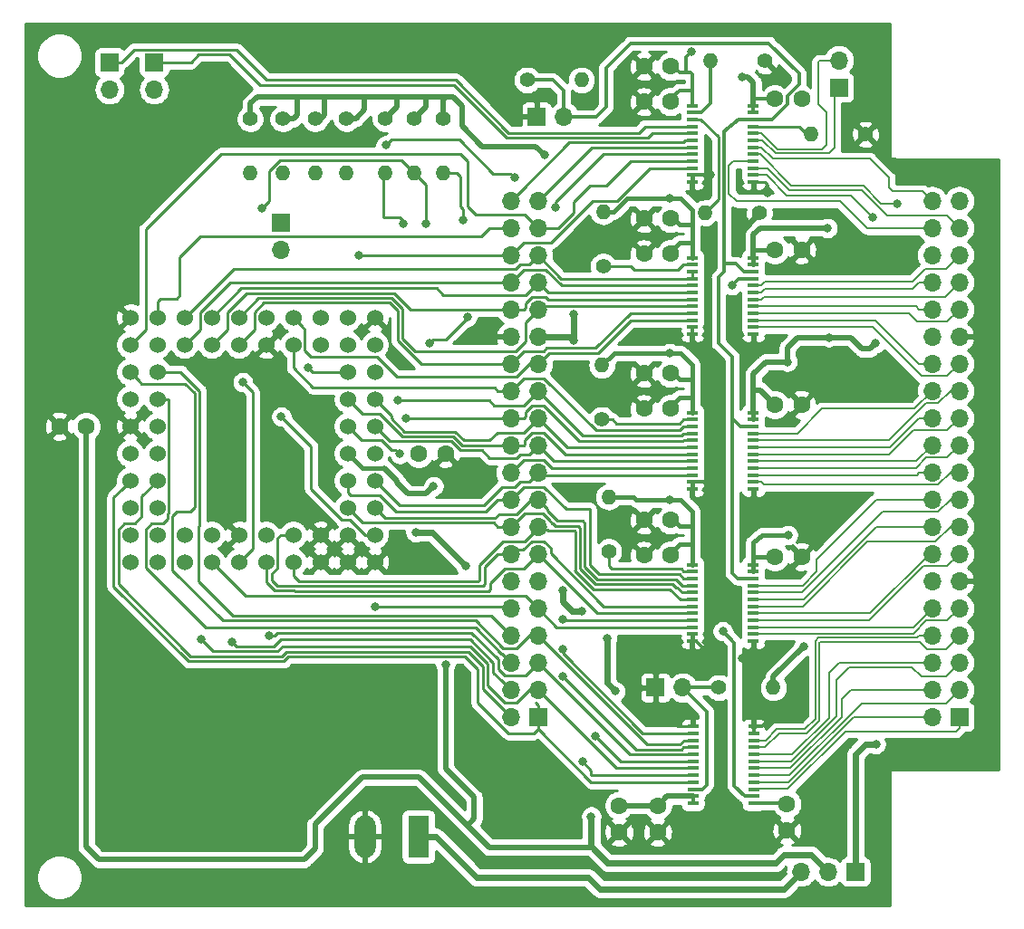
<source format=gbr>
G04 #@! TF.GenerationSoftware,KiCad,Pcbnew,(5.1.4)-1*
G04 #@! TF.CreationDate,2019-09-26T19:24:03+02:00*
G04 #@! TF.ProjectId,Konami-2_DE10Nano_adapter_V1_2,4b6f6e61-6d69-42d3-925f-444531304e61,1.1*
G04 #@! TF.SameCoordinates,Original*
G04 #@! TF.FileFunction,Copper,L1,Top*
G04 #@! TF.FilePolarity,Positive*
%FSLAX46Y46*%
G04 Gerber Fmt 4.6, Leading zero omitted, Abs format (unit mm)*
G04 Created by KiCad (PCBNEW (5.1.4)-1) date 2019-09-26 19:24:03*
%MOMM*%
%LPD*%
G04 APERTURE LIST*
%ADD10O,1.980000X3.960000*%
%ADD11R,1.980000X3.960000*%
%ADD12O,1.700000X1.700000*%
%ADD13R,1.700000X1.700000*%
%ADD14C,1.524000*%
%ADD15C,1.600000*%
%ADD16C,1.400000*%
%ADD17O,1.400000X1.400000*%
%ADD18R,1.100000X0.400000*%
%ADD19C,0.800000*%
%ADD20C,0.508000*%
%ADD21C,0.406400*%
%ADD22C,0.304800*%
%ADD23C,0.609600*%
%ADD24C,0.254000*%
%ADD25C,0.203200*%
G04 APERTURE END LIST*
D10*
X197438000Y-120650000D03*
D11*
X202438000Y-120650000D03*
D12*
X211074000Y-61214000D03*
X213614000Y-61214000D03*
X211074000Y-63754000D03*
X213614000Y-63754000D03*
X211074000Y-66294000D03*
X213614000Y-66294000D03*
X211074000Y-68834000D03*
X213614000Y-68834000D03*
X211074000Y-71374000D03*
X213614000Y-71374000D03*
X211074000Y-73914000D03*
X213614000Y-73914000D03*
X211074000Y-76454000D03*
X213614000Y-76454000D03*
X211074000Y-78994000D03*
X213614000Y-78994000D03*
X211074000Y-81534000D03*
X213614000Y-81534000D03*
X211074000Y-84074000D03*
X213614000Y-84074000D03*
X211074000Y-86614000D03*
X213614000Y-86614000D03*
X211074000Y-89154000D03*
X213614000Y-89154000D03*
X211074000Y-91694000D03*
X213614000Y-91694000D03*
X211074000Y-94234000D03*
X213614000Y-94234000D03*
X211074000Y-96774000D03*
X213614000Y-96774000D03*
X211074000Y-99314000D03*
X213614000Y-99314000D03*
X211074000Y-101854000D03*
X213614000Y-101854000D03*
X211074000Y-104394000D03*
X213614000Y-104394000D03*
X211074000Y-106934000D03*
X213614000Y-106934000D03*
X211074000Y-109474000D03*
D13*
X213614000Y-109474000D03*
D12*
X241744500Y-48069500D03*
D13*
X241744500Y-50609500D03*
D12*
X238201200Y-123952000D03*
X240741200Y-123952000D03*
D13*
X243281200Y-123952000D03*
D12*
X216027000Y-53340000D03*
D13*
X213487000Y-53340000D03*
D14*
X198374000Y-72136000D03*
X195834000Y-72136000D03*
X193294000Y-72136000D03*
X190754000Y-72136000D03*
X188214000Y-72136000D03*
X185674000Y-72136000D03*
X183134000Y-72136000D03*
X180594000Y-72136000D03*
X178054000Y-72136000D03*
X175514000Y-72136000D03*
X175514000Y-74676000D03*
X175514000Y-77216000D03*
X175514000Y-79756000D03*
X175514000Y-82296000D03*
X175514000Y-84836000D03*
X175514000Y-87376000D03*
X175514000Y-89916000D03*
X175514000Y-92456000D03*
X175514000Y-94996000D03*
X178054000Y-94996000D03*
X180594000Y-94996000D03*
X183134000Y-94996000D03*
X185674000Y-94996000D03*
X188214000Y-94996000D03*
X190754000Y-94996000D03*
X193294000Y-94996000D03*
X195834000Y-94996000D03*
X198374000Y-94996000D03*
X198374000Y-92456000D03*
X198374000Y-89916000D03*
X198374000Y-87376000D03*
X198374000Y-84836000D03*
X198374000Y-82296000D03*
X198374000Y-79756000D03*
X198374000Y-77216000D03*
X198374000Y-74676000D03*
X195834000Y-74676000D03*
X193294000Y-74676000D03*
X190754000Y-74676000D03*
X188214000Y-74676000D03*
X185674000Y-74676000D03*
X183134000Y-74676000D03*
X180594000Y-74676000D03*
X178054000Y-74676000D03*
X178054000Y-77216000D03*
X178054000Y-79756000D03*
X178054000Y-82296000D03*
X178054000Y-84836000D03*
X178054000Y-87376000D03*
X178054000Y-89916000D03*
X178054000Y-92456000D03*
X180594000Y-92456000D03*
X183134000Y-92456000D03*
X185674000Y-92456000D03*
X188214000Y-92456000D03*
X190754000Y-92456000D03*
X193294000Y-92456000D03*
X195834000Y-92456000D03*
X195834000Y-89916000D03*
X195834000Y-87376000D03*
X195834000Y-84836000D03*
X195834000Y-82296000D03*
X195834000Y-79756000D03*
X195834000Y-77216000D03*
D12*
X250444000Y-61214000D03*
X252984000Y-61214000D03*
X250444000Y-63754000D03*
X252984000Y-63754000D03*
X250444000Y-66294000D03*
X252984000Y-66294000D03*
X250444000Y-68834000D03*
X252984000Y-68834000D03*
X250444000Y-71374000D03*
X252984000Y-71374000D03*
X250444000Y-73914000D03*
X252984000Y-73914000D03*
X250444000Y-76454000D03*
X252984000Y-76454000D03*
X250444000Y-78994000D03*
X252984000Y-78994000D03*
X250444000Y-81534000D03*
X252984000Y-81534000D03*
X250444000Y-84074000D03*
X252984000Y-84074000D03*
X250444000Y-86614000D03*
X252984000Y-86614000D03*
X250444000Y-89154000D03*
X252984000Y-89154000D03*
X250444000Y-91694000D03*
X252984000Y-91694000D03*
X250444000Y-94234000D03*
X252984000Y-94234000D03*
X250444000Y-96774000D03*
X252984000Y-96774000D03*
X250444000Y-99314000D03*
X252984000Y-99314000D03*
X250444000Y-101854000D03*
X252984000Y-101854000D03*
X250444000Y-104394000D03*
X252984000Y-104394000D03*
X250444000Y-106934000D03*
X252984000Y-106934000D03*
X250444000Y-109474000D03*
D13*
X252984000Y-109474000D03*
D15*
X202478000Y-84836000D03*
X204978000Y-84836000D03*
X168910000Y-82296000D03*
X171410000Y-82296000D03*
X235752000Y-51689000D03*
X238252000Y-51689000D03*
X223520000Y-51943000D03*
X226020000Y-51943000D03*
X226020000Y-48641000D03*
X223520000Y-48641000D03*
X238252000Y-65786000D03*
X235752000Y-65786000D03*
X223520000Y-66167000D03*
X226020000Y-66167000D03*
X226020000Y-62865000D03*
X223520000Y-62865000D03*
X235752000Y-80264000D03*
X238252000Y-80264000D03*
X223520000Y-80645000D03*
X226020000Y-80645000D03*
X226020000Y-77343000D03*
X223520000Y-77343000D03*
X238252000Y-94488000D03*
X235752000Y-94488000D03*
X223520000Y-94361000D03*
X226020000Y-94361000D03*
X226020000Y-91059000D03*
X223520000Y-91059000D03*
X236880400Y-117591200D03*
X236880400Y-120091200D03*
X224790000Y-120243600D03*
X224790000Y-117743600D03*
X221183200Y-117743600D03*
X221183200Y-120243600D03*
D16*
X202057000Y-53530500D03*
D17*
X202057000Y-58610500D03*
X192786000Y-58623200D03*
D16*
X192786000Y-53543200D03*
X204787500Y-53530500D03*
D17*
X204787500Y-58610500D03*
X199326500Y-58610500D03*
D16*
X199326500Y-53530500D03*
D17*
X195707000Y-58610500D03*
D16*
X195707000Y-53530500D03*
X234823000Y-48133000D03*
D17*
X229743000Y-48133000D03*
X219710000Y-62230000D03*
D16*
X219710000Y-67310000D03*
X219583000Y-81661000D03*
D17*
X219583000Y-76581000D03*
D16*
X220218000Y-93980000D03*
D17*
X220218000Y-88900000D03*
X217678000Y-49911000D03*
D16*
X212598000Y-49911000D03*
D17*
X239141000Y-54991000D03*
D16*
X244221000Y-54991000D03*
D18*
X228036000Y-52305000D03*
X228036000Y-52955000D03*
X228036000Y-53605000D03*
X228036000Y-54255000D03*
X228036000Y-54905000D03*
X228036000Y-55555000D03*
X228036000Y-56205000D03*
X228036000Y-56855000D03*
X228036000Y-57505000D03*
X228036000Y-58155000D03*
X228036000Y-58805000D03*
X228036000Y-59455000D03*
X233736000Y-59455000D03*
X233736000Y-58805000D03*
X233736000Y-58155000D03*
X233736000Y-57505000D03*
X233736000Y-56855000D03*
X233736000Y-56205000D03*
X233736000Y-55555000D03*
X233736000Y-54905000D03*
X233736000Y-54255000D03*
X233736000Y-53605000D03*
X233736000Y-52955000D03*
X233736000Y-52305000D03*
X233736000Y-66529000D03*
X233736000Y-67179000D03*
X233736000Y-67829000D03*
X233736000Y-68479000D03*
X233736000Y-69129000D03*
X233736000Y-69779000D03*
X233736000Y-70429000D03*
X233736000Y-71079000D03*
X233736000Y-71729000D03*
X233736000Y-72379000D03*
X233736000Y-73029000D03*
X233736000Y-73679000D03*
X228036000Y-73679000D03*
X228036000Y-73029000D03*
X228036000Y-72379000D03*
X228036000Y-71729000D03*
X228036000Y-71079000D03*
X228036000Y-70429000D03*
X228036000Y-69779000D03*
X228036000Y-69129000D03*
X228036000Y-68479000D03*
X228036000Y-67829000D03*
X228036000Y-67179000D03*
X228036000Y-66529000D03*
X233736000Y-81007000D03*
X233736000Y-81657000D03*
X233736000Y-82307000D03*
X233736000Y-82957000D03*
X233736000Y-83607000D03*
X233736000Y-84257000D03*
X233736000Y-84907000D03*
X233736000Y-85557000D03*
X233736000Y-86207000D03*
X233736000Y-86857000D03*
X233736000Y-87507000D03*
X233736000Y-88157000D03*
X228036000Y-88157000D03*
X228036000Y-87507000D03*
X228036000Y-86857000D03*
X228036000Y-86207000D03*
X228036000Y-85557000D03*
X228036000Y-84907000D03*
X228036000Y-84257000D03*
X228036000Y-83607000D03*
X228036000Y-82957000D03*
X228036000Y-82307000D03*
X228036000Y-81657000D03*
X228036000Y-81007000D03*
X228036000Y-95231000D03*
X228036000Y-95881000D03*
X228036000Y-96531000D03*
X228036000Y-97181000D03*
X228036000Y-97831000D03*
X228036000Y-98481000D03*
X228036000Y-99131000D03*
X228036000Y-99781000D03*
X228036000Y-100431000D03*
X228036000Y-101081000D03*
X228036000Y-101731000D03*
X228036000Y-102381000D03*
X233736000Y-102381000D03*
X233736000Y-101731000D03*
X233736000Y-101081000D03*
X233736000Y-100431000D03*
X233736000Y-99781000D03*
X233736000Y-99131000D03*
X233736000Y-98481000D03*
X233736000Y-97831000D03*
X233736000Y-97181000D03*
X233736000Y-96531000D03*
X233736000Y-95881000D03*
X233736000Y-95231000D03*
X228086800Y-117519400D03*
X228086800Y-116869400D03*
X228086800Y-116219400D03*
X228086800Y-115569400D03*
X228086800Y-114919400D03*
X228086800Y-114269400D03*
X228086800Y-113619400D03*
X228086800Y-112969400D03*
X228086800Y-112319400D03*
X228086800Y-111669400D03*
X228086800Y-111019400D03*
X228086800Y-110369400D03*
X233786800Y-110369400D03*
X233786800Y-111019400D03*
X233786800Y-111669400D03*
X233786800Y-112319400D03*
X233786800Y-112969400D03*
X233786800Y-113619400D03*
X233786800Y-114269400D03*
X233786800Y-114919400D03*
X233786800Y-115569400D03*
X233786800Y-116219400D03*
X233786800Y-116869400D03*
X233786800Y-117519400D03*
D12*
X189636400Y-65836800D03*
D13*
X189636400Y-63296800D03*
D12*
X173583600Y-50800000D03*
D13*
X173583600Y-48260000D03*
X177749200Y-48260000D03*
D12*
X177749200Y-50800000D03*
D17*
X186740800Y-58623200D03*
D16*
X186740800Y-53543200D03*
X189788800Y-53543200D03*
D17*
X189788800Y-58623200D03*
D12*
X227126800Y-106730800D03*
D13*
X224586800Y-106730800D03*
D17*
X229209600Y-62331600D03*
D16*
X234289600Y-62331600D03*
X230530400Y-106730800D03*
D17*
X235610400Y-106730800D03*
D19*
X225933000Y-89154000D03*
X225933000Y-75438000D03*
X225933000Y-60960000D03*
X227965000Y-47244000D03*
X202184000Y-92202000D03*
X206883000Y-95377000D03*
X204978000Y-104559010D03*
X214200509Y-56944491D03*
X216916000Y-74256990D03*
X216916000Y-71806000D03*
X217678000Y-99568000D03*
X215900000Y-97663000D03*
X220091000Y-102108000D03*
X220853000Y-107061000D03*
X218592400Y-118770400D03*
X203860400Y-87884000D03*
X235610400Y-109321600D03*
X235077000Y-60452000D03*
X229743000Y-58801000D03*
X230251000Y-87503000D03*
X233172000Y-90678000D03*
X229997000Y-76073000D03*
X226263200Y-109982000D03*
X232918000Y-75057000D03*
X229489000Y-103962200D03*
X232714800Y-103987600D03*
X236982000Y-92456000D03*
X240792000Y-73977500D03*
X245173500Y-74549000D03*
X232664000Y-49657000D03*
X232664000Y-49657000D03*
X236918500Y-76263500D03*
X240665000Y-63754000D03*
X238455200Y-102870000D03*
X245186200Y-112014000D03*
X217805000Y-113665000D03*
X182118000Y-102235000D03*
X185039000Y-102489000D03*
X218954067Y-111245933D03*
X188468000Y-101854000D03*
X215906067Y-105657933D03*
X215906067Y-103117933D03*
X200533000Y-79883000D03*
X201295000Y-81534000D03*
X200710800Y-84886800D03*
X215900000Y-100354000D03*
X198374000Y-99187000D03*
X215265000Y-61849000D03*
X244856000Y-62738000D03*
X247142000Y-61468000D03*
X196850000Y-66294000D03*
X211455000Y-59055000D03*
X199390000Y-56007000D03*
X201041000Y-63373000D03*
X206629000Y-63027000D03*
X203454000Y-74549999D03*
X207010000Y-72101000D03*
X203136500Y-63373000D03*
X187858400Y-61874400D03*
X192151000Y-76835000D03*
X186029600Y-78181200D03*
X189636400Y-81381600D03*
X231749600Y-69088000D03*
X230886000Y-101447600D03*
D20*
X209042000Y-121666000D02*
X209042000Y-121666000D01*
X202692000Y-115316000D02*
X202478000Y-115102000D01*
D21*
X226819999Y-93307001D02*
X228002999Y-93307001D01*
X226020000Y-94107000D02*
X226819999Y-93307001D01*
X226020000Y-90805000D02*
X226819999Y-91604999D01*
X226819999Y-91604999D02*
X227875999Y-91604999D01*
X228036000Y-91765000D02*
X228036000Y-90241000D01*
X227875999Y-91604999D02*
X228036000Y-91765000D01*
X228036000Y-90241000D02*
X226949000Y-89154000D01*
X226949000Y-89154000D02*
X225933000Y-89154000D01*
D20*
X225933000Y-89154000D02*
X225933000Y-89154000D01*
D21*
X226020000Y-80391000D02*
X226819999Y-79591001D01*
X227875999Y-77888999D02*
X228036000Y-78049000D01*
D20*
X225933000Y-75438000D02*
X225933000Y-75438000D01*
D21*
X228036000Y-78049000D02*
X228036000Y-76525000D01*
X228036000Y-79558000D02*
X228036000Y-78049000D01*
X226020000Y-77089000D02*
X226819999Y-77888999D01*
X226819999Y-77888999D02*
X227875999Y-77888999D01*
X226949000Y-75438000D02*
X225933000Y-75438000D01*
X226819999Y-79591001D02*
X228002999Y-79591001D01*
X228036000Y-76525000D02*
X226949000Y-75438000D01*
X228036000Y-81007000D02*
X228036000Y-79558000D01*
X228002999Y-79591001D02*
X228036000Y-79558000D01*
D20*
X225933000Y-60960000D02*
X225933000Y-60960000D01*
D21*
X226819999Y-63410999D02*
X227875999Y-63410999D01*
X226020000Y-62611000D02*
X226819999Y-63410999D01*
X226949000Y-60960000D02*
X225933000Y-60960000D01*
X226819999Y-65113001D02*
X228002999Y-65113001D01*
X226020000Y-65913000D02*
X226819999Y-65113001D01*
X228036000Y-65080000D02*
X228036000Y-63571000D01*
X228002999Y-65113001D02*
X228036000Y-65080000D01*
X228036000Y-62047000D02*
X226949000Y-60960000D01*
X227875999Y-63410999D02*
X228036000Y-63571000D01*
X228036000Y-66529000D02*
X228036000Y-65080000D01*
X228036000Y-63571000D02*
X228036000Y-62047000D01*
D22*
X226020000Y-48387000D02*
X226819999Y-49186999D01*
X228036000Y-50856000D02*
X228036000Y-49347000D01*
X228036000Y-52305000D02*
X228036000Y-50856000D01*
X226819999Y-50889001D02*
X228002999Y-50889001D01*
X226020000Y-51689000D02*
X226819999Y-50889001D01*
X228002999Y-50889001D02*
X228036000Y-50856000D01*
X227875999Y-49186999D02*
X228036000Y-49347000D01*
D21*
X225933000Y-89154000D02*
X222758000Y-89154000D01*
D22*
X227419001Y-47789999D02*
X227965000Y-47244000D01*
X227419001Y-49186999D02*
X227419001Y-47789999D01*
X227419001Y-49186999D02*
X227875999Y-49186999D01*
X226819999Y-49186999D02*
X227419001Y-49186999D01*
D21*
X220726000Y-75438000D02*
X225933000Y-75438000D01*
X219583000Y-76581000D02*
X220726000Y-75438000D01*
X225367315Y-60960000D02*
X225933000Y-60960000D01*
X221969949Y-60960000D02*
X225367315Y-60960000D01*
X220699949Y-62230000D02*
X221969949Y-60960000D01*
X219710000Y-62230000D02*
X220699949Y-62230000D01*
D20*
X171410000Y-111212000D02*
X171410000Y-82296000D01*
X202478000Y-115102000D02*
X197191000Y-115102000D01*
X197191000Y-115102000D02*
X192786000Y-119507000D01*
X192786000Y-121793000D02*
X191770000Y-122809000D01*
X171410000Y-121626000D02*
X171410000Y-111212000D01*
X191770000Y-122809000D02*
X172593000Y-122809000D01*
X172593000Y-122809000D02*
X171410000Y-121626000D01*
X192786000Y-119507000D02*
X192786000Y-119888000D01*
X192786000Y-119888000D02*
X192786000Y-121793000D01*
D21*
X222504000Y-88900000D02*
X220218000Y-88900000D01*
X222758000Y-89154000D02*
X222504000Y-88900000D01*
D20*
X213360000Y-56134000D02*
X208407000Y-56134000D01*
X208407000Y-56134000D02*
X206502000Y-54229000D01*
X206502000Y-54229000D02*
X206502000Y-52324000D01*
X206502000Y-52324000D02*
X205676500Y-51498500D01*
X197421500Y-52705000D02*
X196596000Y-53530500D01*
X197421500Y-51498500D02*
X197421500Y-52705000D01*
X200406000Y-52451000D02*
X199326500Y-53530500D01*
X200406000Y-51498500D02*
X200406000Y-52451000D01*
X200406000Y-51498500D02*
X197421500Y-51498500D01*
X203136500Y-52451000D02*
X202057000Y-53530500D01*
X203136500Y-51498500D02*
X203136500Y-52451000D01*
X203136500Y-51498500D02*
X200406000Y-51498500D01*
X204787500Y-51752500D02*
X204787500Y-53530500D01*
X205041500Y-51498500D02*
X204787500Y-51752500D01*
X205041500Y-51498500D02*
X203136500Y-51498500D01*
X205676500Y-51498500D02*
X205041500Y-51498500D01*
D23*
X202184000Y-92202000D02*
X203708000Y-92202000D01*
X203708000Y-92202000D02*
X206883000Y-95377000D01*
D20*
X204978000Y-104559010D02*
X204978000Y-114300000D01*
X204978000Y-114300000D02*
X207645000Y-116967000D01*
X218694000Y-121666000D02*
X214757000Y-121666000D01*
X214757000Y-121666000D02*
X209042000Y-121666000D01*
X216916000Y-121666000D02*
X214757000Y-121666000D01*
X218694000Y-121666000D02*
X216916000Y-121666000D01*
X207645000Y-118999000D02*
X207010000Y-119634000D01*
X207645000Y-116967000D02*
X207645000Y-118999000D01*
X209042000Y-121666000D02*
X207010000Y-119634000D01*
X207010000Y-119634000D02*
X202692000Y-115316000D01*
X192786000Y-119888000D02*
X192786000Y-119888000D01*
X214200509Y-56944491D02*
X213360000Y-56134000D01*
D23*
X217678000Y-99568000D02*
X216789000Y-99568000D01*
X215900000Y-98679000D02*
X215900000Y-97663000D01*
X216789000Y-99568000D02*
X215900000Y-98679000D01*
X220091000Y-102108000D02*
X220091000Y-106299000D01*
X220091000Y-106299000D02*
X220853000Y-107061000D01*
D20*
X196596000Y-53530500D02*
X195707000Y-53530500D01*
D21*
X228036000Y-93274000D02*
X228036000Y-91765000D01*
X228036000Y-95231000D02*
X228036000Y-93274000D01*
D23*
X216916000Y-71806000D02*
X216916000Y-74256990D01*
D20*
X216573010Y-73914000D02*
X216916000Y-74256990D01*
D23*
X213614000Y-73914000D02*
X216573010Y-73914000D01*
X235864400Y-123088400D02*
X223926400Y-123088400D01*
X236575600Y-122377200D02*
X235864400Y-123088400D01*
X240741200Y-123952000D02*
X239166400Y-122377200D01*
X239166400Y-122377200D02*
X236575600Y-122377200D01*
D22*
X228086800Y-116869400D02*
X228086800Y-117519400D01*
D23*
X218592400Y-121462800D02*
X218592400Y-118770400D01*
X220116400Y-123088400D02*
X218694000Y-121666000D01*
X223926400Y-123088400D02*
X220116400Y-123088400D01*
D20*
X221183200Y-117743600D02*
X224790000Y-117743600D01*
X227173599Y-116873401D02*
X228086800Y-116873401D01*
X224790000Y-117743600D02*
X225660199Y-116873401D01*
X225660199Y-116873401D02*
X227173599Y-116873401D01*
X186740800Y-52120800D02*
X186740800Y-53543200D01*
X187363100Y-51498500D02*
X186740800Y-52120800D01*
X192786000Y-53543200D02*
X193294000Y-53543200D01*
X193687700Y-53149500D02*
X193687700Y-51498500D01*
X193294000Y-53543200D02*
X193687700Y-53149500D01*
X197421500Y-51498500D02*
X193687700Y-51498500D01*
X190778749Y-53543200D02*
X191109600Y-53212349D01*
X189788800Y-53543200D02*
X190778749Y-53543200D01*
X191109600Y-51714400D02*
X191325500Y-51498500D01*
X191109600Y-53212349D02*
X191109600Y-51714400D01*
X193687700Y-51498500D02*
X191325500Y-51498500D01*
X191325500Y-51498500D02*
X187363100Y-51498500D01*
D21*
X197208799Y-86210799D02*
X195834000Y-84836000D01*
X199240799Y-86210799D02*
X197208799Y-86210799D01*
D20*
X199240799Y-86210799D02*
X200406000Y-87376000D01*
X200406000Y-87528400D02*
X201472800Y-88595200D01*
X200406000Y-87376000D02*
X200406000Y-87528400D01*
X203149200Y-88595200D02*
X203860400Y-87884000D01*
X201472800Y-88595200D02*
X203149200Y-88595200D01*
D21*
X228036000Y-87507000D02*
X228036000Y-88157000D01*
X228036000Y-101731000D02*
X228036000Y-102381000D01*
X228036000Y-58805000D02*
X228036000Y-59455000D01*
D24*
X233736000Y-59455000D02*
X234842000Y-59455000D01*
X235077000Y-59690000D02*
X235077000Y-60452000D01*
X234842000Y-59455000D02*
X235077000Y-59690000D01*
D22*
X228036000Y-73029000D02*
X228036000Y-73679000D01*
X228036000Y-74183800D02*
X229235000Y-75382800D01*
X228036000Y-73679000D02*
X228036000Y-74183800D01*
X229235000Y-75382800D02*
X229235000Y-75946000D01*
X229362000Y-76073000D02*
X229997000Y-76073000D01*
X229235000Y-75946000D02*
X229362000Y-76073000D01*
X233736000Y-90114000D02*
X233172000Y-90678000D01*
X233736000Y-88157000D02*
X233736000Y-90114000D01*
X230247000Y-87507000D02*
X230251000Y-87503000D01*
X228036000Y-87507000D02*
X230247000Y-87507000D01*
X228040000Y-58801000D02*
X228036000Y-58805000D01*
X229743000Y-58801000D02*
X228040000Y-58801000D01*
D24*
X233736000Y-74133000D02*
X233743500Y-74140500D01*
X233736000Y-73679000D02*
X233736000Y-74133000D01*
X233743500Y-74231500D02*
X232918000Y-75057000D01*
X233743500Y-74140500D02*
X233743500Y-74231500D01*
X226650600Y-110369400D02*
X226263200Y-109982000D01*
X228086800Y-110369400D02*
X226650600Y-110369400D01*
D22*
X228386000Y-102381000D02*
X228036000Y-102381000D01*
X229489000Y-103484000D02*
X228386000Y-102381000D01*
X229489000Y-103962200D02*
X229489000Y-103484000D01*
X233736000Y-102966400D02*
X232714800Y-103987600D01*
X233736000Y-102381000D02*
X233736000Y-102966400D01*
X233786800Y-111019400D02*
X233786800Y-110369400D01*
X234562600Y-110369400D02*
X235610400Y-109321600D01*
X233786800Y-110369400D02*
X234562600Y-110369400D01*
X233736000Y-52955000D02*
X233736000Y-52305000D01*
D21*
X233736000Y-66529000D02*
X233736000Y-67179000D01*
X233736000Y-81657000D02*
X233736000Y-81007000D01*
X233736000Y-95881000D02*
X233736000Y-95231000D01*
X236982000Y-92456000D02*
X234569000Y-92456000D01*
X234569000Y-92456000D02*
X233736000Y-93162000D01*
X233736000Y-93528000D02*
X233736000Y-94432000D01*
X233736000Y-93162000D02*
X233736000Y-93528000D01*
X233792000Y-94488000D02*
X235752000Y-94488000D01*
X233736000Y-94432000D02*
X233736000Y-95104000D01*
D20*
X233736000Y-78938000D02*
X233736000Y-79304000D01*
X233736000Y-80208000D02*
X233736000Y-80880000D01*
D21*
X233792000Y-65786000D02*
X235752000Y-65786000D01*
D22*
X233792000Y-51689000D02*
X235752000Y-51689000D01*
D20*
X233736000Y-79304000D02*
X233736000Y-80081000D01*
X233736000Y-80081000D02*
X233736000Y-80208000D01*
D21*
X235427000Y-79939000D02*
X235752000Y-80264000D01*
D20*
X242824000Y-73977500D02*
X240792000Y-73977500D01*
X243903500Y-75057000D02*
X242824000Y-73977500D01*
X245173500Y-74549000D02*
X244665500Y-75057000D01*
X244665500Y-75057000D02*
X243903500Y-75057000D01*
X233736000Y-50163315D02*
X233736000Y-52305000D01*
X232664000Y-49657000D02*
X233229685Y-49657000D01*
X233229685Y-49657000D02*
X233736000Y-50163315D01*
X233736000Y-77414000D02*
X233736000Y-78938000D01*
X236918500Y-76263500D02*
X234886500Y-76263500D01*
X234886500Y-76263500D02*
X233736000Y-77414000D01*
X234426000Y-78938000D02*
X235752000Y-80264000D01*
X233736000Y-78938000D02*
X234426000Y-78938000D01*
X236918500Y-74930000D02*
X236918500Y-76263500D01*
X240792000Y-73977500D02*
X237871000Y-73977500D01*
X237871000Y-73977500D02*
X236918500Y-74930000D01*
X233736000Y-64396500D02*
X233736000Y-66529000D01*
X240665000Y-63754000D02*
X234378500Y-63754000D01*
X234378500Y-63754000D02*
X233736000Y-64396500D01*
X235610400Y-105714800D02*
X238455200Y-102870000D01*
X235610400Y-106730800D02*
X235610400Y-105714800D01*
D22*
X236808600Y-117519400D02*
X236880400Y-117591200D01*
X233786800Y-117519400D02*
X236808600Y-117519400D01*
D23*
X204037600Y-120650000D02*
X207847600Y-124460000D01*
X202438000Y-120650000D02*
X204037600Y-120650000D01*
X207847600Y-124460000D02*
X218287600Y-124460000D01*
X218287600Y-124460000D02*
X219405200Y-125577600D01*
X236575600Y-125577600D02*
X238201200Y-123952000D01*
X219405200Y-125577600D02*
X236575600Y-125577600D01*
X244233700Y-112014000D02*
X245186200Y-112014000D01*
X243281200Y-123901200D02*
X243281200Y-112966500D01*
X243281200Y-112966500D02*
X244233700Y-112014000D01*
D24*
X213614000Y-110578000D02*
X213614000Y-109474000D01*
X218595000Y-115559000D02*
X213614000Y-110578000D01*
X228036000Y-115559000D02*
X218595000Y-115559000D01*
X213614000Y-109474000D02*
X213614000Y-108370000D01*
X213614000Y-108370000D02*
X213355001Y-108111001D01*
X173970989Y-88919011D02*
X174752001Y-88137999D01*
X180967933Y-104267000D02*
X173970989Y-97270056D01*
X189872066Y-104267000D02*
X180967933Y-104267000D01*
X190307056Y-103832010D02*
X189872066Y-104267000D01*
X173970989Y-97270056D02*
X173970989Y-88919011D01*
X213614000Y-110578000D02*
X213194000Y-110998000D01*
X213194000Y-110998000D02*
X210856038Y-110998000D01*
X174752001Y-88137999D02*
X175514000Y-87376000D01*
X210856038Y-110998000D02*
X208006980Y-108148942D01*
X208006980Y-108148942D02*
X208006980Y-105009980D01*
X208006980Y-105009980D02*
X206829010Y-103832010D01*
X206829010Y-103832010D02*
X190307056Y-103832010D01*
X174424999Y-91933279D02*
X174424999Y-97081999D01*
X174991279Y-91366999D02*
X174424999Y-91933279D01*
X176603001Y-90724933D02*
X175960935Y-91366999D01*
X175960935Y-91366999D02*
X174991279Y-91366999D01*
X181140019Y-103797019D02*
X189699981Y-103797019D01*
X174424999Y-97081999D02*
X181140019Y-103797019D01*
X189699981Y-103797019D02*
X190119000Y-103378000D01*
X190119000Y-103378000D02*
X207122868Y-103378000D01*
X207122868Y-103378000D02*
X208460990Y-104716122D01*
X208460990Y-106860990D02*
X211074000Y-109474000D01*
X208460990Y-104716122D02*
X208460990Y-106860990D01*
X218587066Y-114447066D02*
X217805000Y-113665000D01*
X228036000Y-114909000D02*
X218587066Y-114909000D01*
X218587066Y-114909000D02*
X218587066Y-114447066D01*
X176603001Y-88826999D02*
X178054000Y-87376000D01*
X176603001Y-90724933D02*
X176603001Y-88826999D01*
X220939000Y-114259000D02*
X213614000Y-106934000D01*
X228036000Y-114259000D02*
X220939000Y-114259000D01*
X183226009Y-103343009D02*
X182118000Y-102235000D01*
X189264991Y-103343009D02*
X183226009Y-103343009D01*
X212815962Y-106934000D02*
X211638961Y-108111001D01*
X213614000Y-106934000D02*
X212815962Y-106934000D01*
X211638961Y-108111001D02*
X210509039Y-108111001D01*
X189738000Y-102870000D02*
X189264991Y-103343009D01*
X207256934Y-102870000D02*
X189738000Y-102870000D01*
X210509039Y-108111001D02*
X208915000Y-106516962D01*
X208915000Y-106516962D02*
X208915000Y-104528066D01*
X208915000Y-104528066D02*
X207256934Y-102870000D01*
X185438999Y-102888999D02*
X188957001Y-102888999D01*
X185039000Y-102489000D02*
X185438999Y-102888999D01*
X189611000Y-102235000D02*
X207264000Y-102235000D01*
X188957001Y-102888999D02*
X189611000Y-102235000D01*
X210224001Y-106084001D02*
X211074000Y-106934000D01*
X209442989Y-105302989D02*
X210224001Y-106084001D01*
X209442989Y-104413989D02*
X209442989Y-105302989D01*
X207264000Y-102235000D02*
X209442989Y-104413989D01*
X218954067Y-111245933D02*
X221317134Y-113609000D01*
X221317134Y-113609000D02*
X228036000Y-113609000D01*
X222179000Y-112959000D02*
X213614000Y-104394000D01*
X228036000Y-112959000D02*
X222179000Y-112959000D01*
X189033685Y-101854000D02*
X189287685Y-101600000D01*
X188468000Y-101854000D02*
X189033685Y-101854000D01*
X189287685Y-101600000D02*
X207391000Y-101600000D01*
X212764001Y-105243999D02*
X213614000Y-104394000D01*
X212436999Y-105571001D02*
X212764001Y-105243999D01*
X210509039Y-105571001D02*
X212436999Y-105571001D01*
X209896999Y-104958961D02*
X210509039Y-105571001D01*
X209896999Y-104105999D02*
X209896999Y-104958961D01*
X207391000Y-101600000D02*
X209896999Y-104105999D01*
X227232000Y-112309000D02*
X227036010Y-112504990D01*
X228036000Y-112309000D02*
X227232000Y-112309000D01*
X227036010Y-112504990D02*
X222753124Y-112504990D01*
X222753124Y-112504990D02*
X215906067Y-105657933D01*
X176964999Y-95518721D02*
X182538278Y-101092000D01*
X176964999Y-91933279D02*
X176964999Y-95518721D01*
X177531279Y-91366999D02*
X176964999Y-91933279D01*
X178576721Y-91366999D02*
X177531279Y-91366999D01*
X178054000Y-79756000D02*
X179131630Y-79756000D01*
X179143001Y-79767371D02*
X179143001Y-90343932D01*
X182538278Y-101092000D02*
X207764934Y-101092000D01*
X179143001Y-90343932D02*
X178996990Y-90489943D01*
X178996990Y-90489943D02*
X178996990Y-90946730D01*
X179131630Y-79756000D02*
X179143001Y-79767371D01*
X178996990Y-90946730D02*
X178576721Y-91366999D01*
X210224001Y-103544001D02*
X211074000Y-104394000D01*
X210216935Y-103544001D02*
X210224001Y-103544001D01*
X207764934Y-101092000D02*
X210216935Y-103544001D01*
X227239933Y-111659000D02*
X226847953Y-112050980D01*
X228036000Y-111659000D02*
X227239933Y-111659000D01*
X223810980Y-112050980D02*
X215900000Y-104140000D01*
X226847953Y-112050980D02*
X223810980Y-112050980D01*
X215900000Y-104140000D02*
X213614000Y-101854000D01*
X176275999Y-77977999D02*
X175514000Y-77216000D01*
X176603001Y-78305001D02*
X176275999Y-77977999D01*
X181536990Y-79174990D02*
X180667001Y-78305001D01*
X179832000Y-90297000D02*
X181102000Y-90297000D01*
X179451000Y-95758000D02*
X179451000Y-90678000D01*
X212815962Y-101854000D02*
X211638961Y-103031001D01*
X181102000Y-90297000D02*
X181536990Y-89862010D01*
X213614000Y-101854000D02*
X212815962Y-101854000D01*
X179451000Y-90678000D02*
X179832000Y-90297000D01*
X211638961Y-103031001D02*
X210346001Y-103031001D01*
X210346001Y-103031001D02*
X207772000Y-100457000D01*
X181536990Y-89862010D02*
X181536990Y-79174990D01*
X207772000Y-100457000D02*
X184150000Y-100457000D01*
X180667001Y-78305001D02*
X176603001Y-78305001D01*
X184150000Y-100457000D02*
X179451000Y-95758000D01*
X215906067Y-103147029D02*
X215906067Y-103117933D01*
X185092990Y-100002990D02*
X209222990Y-100002990D01*
X180220067Y-77216000D02*
X181991000Y-78986933D01*
X209222990Y-100002990D02*
X211074000Y-101854000D01*
X178054000Y-77216000D02*
X180220067Y-77216000D01*
X181991000Y-78986933D02*
X181991000Y-91567000D01*
X181991000Y-91567000D02*
X181864000Y-91694000D01*
X181864000Y-91694000D02*
X181864000Y-96774000D01*
X181864000Y-96774000D02*
X185092990Y-100002990D01*
X215906067Y-103498933D02*
X215906067Y-103117933D01*
X215903533Y-103501467D02*
X215906067Y-103498933D01*
X228036000Y-111009000D02*
X223411066Y-111009000D01*
X223411066Y-111009000D02*
X215903533Y-103501467D01*
X214559000Y-69779000D02*
X213614000Y-68834000D01*
X228036000Y-69779000D02*
X214559000Y-69779000D01*
X212764001Y-69683999D02*
X213614000Y-68834000D01*
X212436999Y-70011001D02*
X212764001Y-69683999D01*
X204758001Y-70011001D02*
X212436999Y-70011001D01*
X204123970Y-69376970D02*
X204758001Y-70011001D01*
X185893030Y-69376970D02*
X204123970Y-69376970D01*
X183134000Y-72136000D02*
X185893030Y-69376970D01*
X212309999Y-71374000D02*
X211074000Y-71374000D01*
X214566933Y-70429000D02*
X214334932Y-70196999D01*
X228036000Y-70429000D02*
X214566933Y-70429000D01*
X213049039Y-70196999D02*
X212436999Y-70809039D01*
X214334932Y-70196999D02*
X213049039Y-70196999D01*
X212436999Y-70809039D02*
X212436999Y-71247000D01*
X212436999Y-71247000D02*
X212309999Y-71374000D01*
X201690134Y-71374000D02*
X211074000Y-71374000D01*
X200147114Y-69830980D02*
X201690134Y-71374000D01*
X186367298Y-69830980D02*
X200147114Y-69830980D01*
X184584999Y-71613279D02*
X186367298Y-69830980D01*
X183134000Y-74676000D02*
X184584999Y-73225001D01*
X184584999Y-73225001D02*
X184584999Y-71613279D01*
X213909000Y-71079000D02*
X213614000Y-71374000D01*
X228036000Y-71079000D02*
X213909000Y-71079000D01*
X199959057Y-70284990D02*
X200987010Y-71312943D01*
X185674000Y-72136000D02*
X187525010Y-70284990D01*
X187525010Y-70284990D02*
X199959057Y-70284990D01*
X200987010Y-71312943D02*
X200987010Y-74106944D01*
X212764001Y-72223999D02*
X213614000Y-71374000D01*
X212436999Y-72551001D02*
X212764001Y-72223999D01*
X212436999Y-74329001D02*
X212436999Y-72551001D01*
X211489001Y-75276999D02*
X212436999Y-74329001D01*
X202157065Y-75276999D02*
X211489001Y-75276999D01*
X200987010Y-74106944D02*
X202157065Y-75276999D01*
X228036000Y-71729000D02*
X222264976Y-71729000D01*
X219009986Y-74983990D02*
X214441943Y-74983990D01*
X222264976Y-71729000D02*
X219009986Y-74983990D01*
X211923999Y-75604001D02*
X211074000Y-76454000D01*
X212251001Y-75276999D02*
X211923999Y-75604001D01*
X214148934Y-75276999D02*
X212251001Y-75276999D01*
X214441943Y-74983990D02*
X214148934Y-75276999D01*
X200533000Y-74295000D02*
X202692000Y-76454000D01*
X187124999Y-73225001D02*
X187124999Y-71613279D01*
X185674000Y-74676000D02*
X187124999Y-73225001D01*
X202692000Y-76454000D02*
X211074000Y-76454000D01*
X187124999Y-71613279D02*
X187999278Y-70739000D01*
X187999278Y-70739000D02*
X199771000Y-70739000D01*
X199771000Y-70739000D02*
X200533000Y-71501000D01*
X200533000Y-71501000D02*
X200533000Y-74295000D01*
X222265038Y-72379000D02*
X219206038Y-75438000D01*
X228036000Y-72379000D02*
X222265038Y-72379000D01*
X214630000Y-75438000D02*
X213614000Y-76454000D01*
X219206038Y-75438000D02*
X214630000Y-75438000D01*
X191843001Y-73225001D02*
X191515999Y-72897999D01*
X191515999Y-72897999D02*
X190754000Y-72136000D01*
X191843001Y-75198721D02*
X191843001Y-73225001D01*
X192409281Y-75765001D02*
X191843001Y-75198721D01*
X198534723Y-75765001D02*
X192409281Y-75765001D01*
X200400723Y-77631001D02*
X198534723Y-75765001D01*
X211638961Y-77631001D02*
X200400723Y-77631001D01*
X212815962Y-76454000D02*
X211638961Y-77631001D01*
X213614000Y-76454000D02*
X212815962Y-76454000D01*
X211923999Y-78144001D02*
X211074000Y-78994000D01*
X212251001Y-77816999D02*
X211923999Y-78144001D01*
X219049963Y-82688001D02*
X214178961Y-77816999D01*
X226850999Y-82688001D02*
X219049963Y-82688001D01*
X227232000Y-82307000D02*
X226850999Y-82688001D01*
X214178961Y-77816999D02*
X212251001Y-77816999D01*
X228036000Y-82307000D02*
X227232000Y-82307000D01*
X209544918Y-78666999D02*
X192605001Y-78666999D01*
X211074000Y-78994000D02*
X209871919Y-78994000D01*
X209871919Y-78994000D02*
X209544918Y-78666999D01*
X190754000Y-76815998D02*
X190754000Y-74676000D01*
X192605001Y-78666999D02*
X190754000Y-76815998D01*
X227232000Y-82957000D02*
X227004000Y-83185000D01*
X228036000Y-82957000D02*
X227232000Y-82957000D01*
X217805000Y-83185000D02*
X213614000Y-78994000D01*
X227004000Y-83185000D02*
X217805000Y-83185000D01*
X200533000Y-79883000D02*
X209042000Y-79883000D01*
X212764001Y-79843999D02*
X213614000Y-78994000D01*
X209042000Y-79883000D02*
X209515999Y-80356999D01*
X209515999Y-80356999D02*
X212251001Y-80356999D01*
X212251001Y-80356999D02*
X212764001Y-79843999D01*
X212276081Y-81534000D02*
X211074000Y-81534000D01*
X212436999Y-81373082D02*
X212276081Y-81534000D01*
X212436999Y-80969039D02*
X212436999Y-81373082D01*
X228036000Y-83607000D02*
X227232000Y-83607000D01*
X227232000Y-83607000D02*
X227199990Y-83639010D01*
X227199990Y-83639010D02*
X217460972Y-83639010D01*
X217460972Y-83639010D02*
X214178961Y-80356999D01*
X214178961Y-80356999D02*
X213049039Y-80356999D01*
X213049039Y-80356999D02*
X212436999Y-80969039D01*
X211074000Y-81534000D02*
X201295000Y-81534000D01*
X216337000Y-84257000D02*
X213614000Y-81534000D01*
X228036000Y-84257000D02*
X216337000Y-84257000D01*
X199898000Y-81280000D02*
X198374000Y-79756000D01*
X199898000Y-81566212D02*
X199898000Y-81280000D01*
X201116769Y-82784981D02*
X199898000Y-81566212D01*
X212251001Y-82896999D02*
X209838001Y-82896999D01*
X213614000Y-81534000D02*
X212251001Y-82896999D01*
X209838001Y-82896999D02*
X209115010Y-83619990D01*
X209115010Y-83619990D02*
X206714084Y-83619990D01*
X206714084Y-83619990D02*
X205879076Y-82784981D01*
X205879076Y-82784981D02*
X201116769Y-82784981D01*
X213049039Y-82896999D02*
X212344000Y-83602038D01*
X214178961Y-82896999D02*
X213049039Y-82896999D01*
X228036000Y-84907000D02*
X216188962Y-84907000D01*
X216188962Y-84907000D02*
X214178961Y-82896999D01*
X212276081Y-84074000D02*
X211074000Y-84074000D01*
X212344000Y-84006081D02*
X212276081Y-84074000D01*
X212344000Y-83602038D02*
X212344000Y-84006081D01*
X206526028Y-84074000D02*
X205691019Y-83238991D01*
X211074000Y-84074000D02*
X206526028Y-84074000D01*
X200928713Y-83238991D02*
X198842722Y-81153000D01*
X205691019Y-83238991D02*
X200928713Y-83238991D01*
X197231000Y-81153000D02*
X195834000Y-79756000D01*
X198842722Y-81153000D02*
X197231000Y-81153000D01*
X215097000Y-85557000D02*
X213614000Y-84074000D01*
X228036000Y-85557000D02*
X215097000Y-85557000D01*
X211965963Y-84923999D02*
X211638961Y-85251001D01*
X213614000Y-84074000D02*
X212764001Y-84923999D01*
X212764001Y-84923999D02*
X211965963Y-84923999D01*
X199771000Y-83693000D02*
X198374000Y-82296000D01*
X205502962Y-83693000D02*
X199771000Y-83693000D01*
X205502962Y-83693000D02*
X206337971Y-84528010D01*
X208378410Y-84528010D02*
X209101401Y-85251001D01*
X206337971Y-84528010D02*
X208378410Y-84528010D01*
X211638961Y-85251001D02*
X209101401Y-85251001D01*
X211923999Y-85764001D02*
X211074000Y-86614000D01*
X212251001Y-85436999D02*
X211923999Y-85764001D01*
X214178961Y-85436999D02*
X212251001Y-85436999D01*
X214948962Y-86207000D02*
X214178961Y-85436999D01*
X228036000Y-86207000D02*
X214948962Y-86207000D01*
X200310801Y-84486801D02*
X200710800Y-84886800D01*
X199922735Y-84486801D02*
X200310801Y-84486801D01*
X199001934Y-83566000D02*
X199922735Y-84486801D01*
X197104000Y-83566000D02*
X199001934Y-83566000D01*
X195834000Y-82296000D02*
X197104000Y-83566000D01*
X213857000Y-86857000D02*
X213614000Y-86614000D01*
X228036000Y-86857000D02*
X213857000Y-86857000D01*
X211452963Y-87976999D02*
X210219001Y-87976999D01*
X211965963Y-87463999D02*
X211452963Y-87976999D01*
X213614000Y-86614000D02*
X212764001Y-87463999D01*
X212764001Y-87463999D02*
X211965963Y-87463999D01*
X199135999Y-88137999D02*
X198374000Y-87376000D01*
X200660000Y-89662000D02*
X199135999Y-88137999D01*
X208534000Y-89662000D02*
X200660000Y-89662000D01*
X210219001Y-87976999D02*
X208534000Y-89662000D01*
X218439999Y-95245961D02*
X218439999Y-90042999D01*
X219344039Y-96150001D02*
X218439999Y-95245961D01*
X226851001Y-96150001D02*
X219344039Y-96150001D01*
X228036000Y-96531000D02*
X227232000Y-96531000D01*
X227232000Y-96531000D02*
X226851001Y-96150001D01*
X211923999Y-88304001D02*
X211074000Y-89154000D01*
X212251001Y-87976999D02*
X211923999Y-88304001D01*
X214178961Y-87976999D02*
X212251001Y-87976999D01*
X216244961Y-90042999D02*
X214178961Y-87976999D01*
X218439999Y-90042999D02*
X216244961Y-90042999D01*
X195834000Y-88519000D02*
X195834000Y-87376000D01*
X209871919Y-89154000D02*
X208728919Y-90297000D01*
X208728919Y-90297000D02*
X200366722Y-90297000D01*
X200366722Y-90297000D02*
X198842722Y-88773000D01*
X198842722Y-88773000D02*
X196088000Y-88773000D01*
X211074000Y-89154000D02*
X209871919Y-89154000D01*
X196088000Y-88773000D02*
X195834000Y-88519000D01*
X228036000Y-97181000D02*
X227082980Y-97181000D01*
X219151944Y-96604011D02*
X217985991Y-95438058D01*
X227082980Y-97181000D02*
X226505991Y-96604011D01*
X226505991Y-96604011D02*
X219151944Y-96604011D01*
X217985991Y-95438058D02*
X217985990Y-91374056D01*
X214463999Y-90003999D02*
X213614000Y-89154000D01*
X214463999Y-90190961D02*
X214463999Y-90003999D01*
X215424039Y-91151001D02*
X214463999Y-90190961D01*
X217762935Y-91151001D02*
X215424039Y-91151001D01*
X217985990Y-91374056D02*
X217762935Y-91151001D01*
X209965001Y-90516999D02*
X209623010Y-90858990D01*
X211608935Y-90516999D02*
X209965001Y-90516999D01*
X213614000Y-89154000D02*
X212971934Y-89154000D01*
X212971934Y-89154000D02*
X211608935Y-90516999D01*
X199316990Y-90858990D02*
X198374000Y-89916000D01*
X209623010Y-90858990D02*
X199316990Y-90858990D01*
X227090913Y-97831000D02*
X226628970Y-97369056D01*
X228036000Y-97831000D02*
X227090913Y-97831000D01*
X226528056Y-97369056D02*
X226217021Y-97058021D01*
X226628970Y-97369056D02*
X226528056Y-97369056D01*
X218963887Y-97058021D02*
X218697934Y-96792067D01*
X226217021Y-97058021D02*
X218963887Y-97058021D01*
X218697934Y-96792067D02*
X217531982Y-95626114D01*
X217531982Y-91801982D02*
X217335011Y-91605011D01*
X217531982Y-95626114D02*
X217531982Y-91801982D01*
X215235982Y-91605011D02*
X214970029Y-91339058D01*
X217335011Y-91605011D02*
X215235982Y-91605011D01*
X214630000Y-90999028D02*
X214054972Y-90424000D01*
X214630000Y-91059000D02*
X214630000Y-90999028D01*
X214970029Y-91339058D02*
X214910058Y-91339058D01*
X214910058Y-91339058D02*
X214630000Y-91059000D01*
X212344000Y-90424000D02*
X211074000Y-91694000D01*
X214054972Y-90424000D02*
X212344000Y-90424000D01*
X209871919Y-91694000D02*
X209490919Y-91313000D01*
X211074000Y-91694000D02*
X209871919Y-91694000D01*
X197231000Y-91313000D02*
X195834000Y-89916000D01*
X209490919Y-91313000D02*
X197231000Y-91313000D01*
X214503000Y-91948000D02*
X213868000Y-91948000D01*
X214614021Y-92059021D02*
X214503000Y-91948000D01*
X217027021Y-92059021D02*
X214614021Y-92059021D01*
X217077972Y-92109972D02*
X217027021Y-92059021D01*
X213868000Y-91948000D02*
X213614000Y-91694000D01*
X217077972Y-95723028D02*
X217077972Y-92109972D01*
X228036000Y-98481000D02*
X226898436Y-98481000D01*
X226898436Y-98481000D02*
X225929503Y-97512067D01*
X225929503Y-97512067D02*
X218775829Y-97512029D01*
X218775829Y-97512029D02*
X217043000Y-95779200D01*
X217043000Y-95779200D02*
X217043000Y-95758000D01*
X217043000Y-95758000D02*
X217077972Y-95723028D01*
X190754000Y-96251866D02*
X190754000Y-94996000D01*
X191277103Y-96774969D02*
X190754000Y-96251866D01*
X208025031Y-96774969D02*
X191277103Y-96774969D01*
X213614000Y-91813933D02*
X212370934Y-93056999D01*
X213614000Y-91694000D02*
X213614000Y-91813933D01*
X212370934Y-93056999D02*
X210346001Y-93056999D01*
X210346001Y-93056999D02*
X208153000Y-95250000D01*
X208153000Y-95250000D02*
X208153000Y-96647000D01*
X208153000Y-96647000D02*
X208025031Y-96774969D01*
X214178961Y-93056999D02*
X213013001Y-93056999D01*
X214791001Y-93669039D02*
X214178961Y-93056999D01*
X214791001Y-94169267D02*
X214791001Y-93669039D01*
X228036000Y-99131000D02*
X219752734Y-99131000D01*
X219752734Y-99131000D02*
X214791001Y-94169267D01*
X213013001Y-93056999D02*
X212217000Y-93853000D01*
X211455000Y-93853000D02*
X211074000Y-94234000D01*
X212217000Y-93853000D02*
X211455000Y-93853000D01*
X189611000Y-92456000D02*
X190754000Y-92456000D01*
X189303001Y-92763999D02*
X189611000Y-92456000D01*
X188736721Y-96085001D02*
X189303001Y-95518721D01*
X189303001Y-95518721D02*
X189303001Y-92763999D01*
X188736721Y-96661721D02*
X188736721Y-96085001D01*
X189283990Y-97208990D02*
X188736721Y-96661721D01*
X191069057Y-97208990D02*
X189283990Y-97208990D01*
X211074000Y-94234000D02*
X209871919Y-94234000D01*
X209871919Y-94234000D02*
X208661000Y-95444919D01*
X208661000Y-95444919D02*
X208661000Y-97028000D01*
X208661000Y-97028000D02*
X208460021Y-97228979D01*
X208460021Y-97228979D02*
X191089046Y-97228979D01*
X191089046Y-97228979D02*
X191069057Y-97208990D01*
X219161000Y-99781000D02*
X213614000Y-94234000D01*
X228036000Y-99781000D02*
X219161000Y-99781000D01*
X210509039Y-95596999D02*
X209169000Y-96937038D01*
X213614000Y-94234000D02*
X212251001Y-95596999D01*
X212251001Y-95596999D02*
X210509039Y-95596999D01*
X209169000Y-96937038D02*
X209169000Y-97536000D01*
X209169000Y-97536000D02*
X209022011Y-97682989D01*
X190900989Y-97682989D02*
X190881000Y-97663000D01*
X209022011Y-97682989D02*
X190900989Y-97682989D01*
X190881000Y-97663000D02*
X188976000Y-97663000D01*
X188214000Y-96901000D02*
X188214000Y-94996000D01*
X188976000Y-97663000D02*
X188214000Y-96901000D01*
X228036000Y-100431000D02*
X215977000Y-100431000D01*
X215977000Y-100431000D02*
X215900000Y-100354000D01*
X210947000Y-99187000D02*
X211074000Y-99314000D01*
X198374000Y-99187000D02*
X210947000Y-99187000D01*
X215381000Y-101081000D02*
X213614000Y-99314000D01*
X228036000Y-101081000D02*
X215381000Y-101081000D01*
X186274999Y-98136999D02*
X183134000Y-94996000D01*
X213614000Y-99314000D02*
X212436999Y-98136999D01*
X212436999Y-98136999D02*
X186274999Y-98136999D01*
X211923999Y-67984001D02*
X211074000Y-68834000D01*
X212251001Y-67656999D02*
X211923999Y-67984001D01*
X214334933Y-67656999D02*
X212251001Y-67656999D01*
X215806934Y-69129000D02*
X214334933Y-67656999D01*
X228036000Y-69129000D02*
X215806934Y-69129000D01*
X209871919Y-68834000D02*
X211074000Y-68834000D01*
X184824278Y-68834000D02*
X209871919Y-68834000D01*
X182044999Y-71613279D02*
X184824278Y-68834000D01*
X182044999Y-73225001D02*
X182044999Y-71613279D01*
X180594000Y-74676000D02*
X182044999Y-73225001D01*
X228036000Y-57505000D02*
X222276000Y-57505000D01*
X222276000Y-57505000D02*
X219964000Y-59817000D01*
X219964000Y-59817000D02*
X218440000Y-59817000D01*
X218440000Y-59817000D02*
X216916000Y-61341000D01*
X216916000Y-61341000D02*
X216916000Y-62357000D01*
X215519000Y-63754000D02*
X213614000Y-63754000D01*
X216916000Y-62357000D02*
X215519000Y-63754000D01*
X176964999Y-73225001D02*
X175514000Y-74676000D01*
X176964999Y-63877801D02*
X176964999Y-73225001D01*
X184010300Y-56832500D02*
X176964999Y-63877801D01*
X212344000Y-62484000D02*
X207772000Y-62484000D01*
X207772000Y-62484000D02*
X207010000Y-61722000D01*
X213614000Y-63754000D02*
X212344000Y-62484000D01*
X207010000Y-61722000D02*
X207010000Y-57467500D01*
X207010000Y-57467500D02*
X206375000Y-56832500D01*
X206375000Y-56832500D02*
X184010300Y-56832500D01*
X178054000Y-70612000D02*
X178054000Y-72136000D01*
X178308000Y-70358000D02*
X178054000Y-70612000D01*
X179832000Y-70358000D02*
X178308000Y-70358000D01*
X211074000Y-63754000D02*
X209109038Y-63754000D01*
X209109038Y-63754000D02*
X208293048Y-64569990D01*
X208293048Y-64569990D02*
X182056943Y-64569991D01*
X182056943Y-64569991D02*
X180139990Y-66486943D01*
X180139990Y-66486943D02*
X180139990Y-70050010D01*
X180139990Y-70050010D02*
X179832000Y-70358000D01*
X219714962Y-56855000D02*
X215265000Y-61304962D01*
X228036000Y-56855000D02*
X219714962Y-56855000D01*
X215265000Y-61304962D02*
X215265000Y-61849000D01*
D25*
X236969068Y-116209000D02*
X242370568Y-110807500D01*
X233736000Y-116209000D02*
X236969068Y-116209000D01*
X252984000Y-110527200D02*
X252984000Y-109474000D01*
X252703700Y-110807500D02*
X252984000Y-110527200D01*
X242370568Y-110807500D02*
X252703700Y-110807500D01*
X249241919Y-109474000D02*
X250444000Y-109474000D01*
X243133844Y-109474000D02*
X249241919Y-109474000D01*
X237048844Y-115559000D02*
X243133844Y-109474000D01*
X233736000Y-115559000D02*
X237048844Y-115559000D01*
X251714000Y-108204000D02*
X252984000Y-106934000D01*
X243833620Y-108204000D02*
X251714000Y-108204000D01*
X233736000Y-114909000D02*
X237128620Y-114909000D01*
X237128620Y-114909000D02*
X243833620Y-108204000D01*
X242824000Y-106934000D02*
X250444000Y-106934000D01*
X241998500Y-107759500D02*
X242824000Y-106934000D01*
X241998500Y-109468896D02*
X241998500Y-107759500D01*
X233736000Y-114259000D02*
X237208396Y-114259000D01*
X237208396Y-114259000D02*
X241998500Y-109468896D01*
X249428000Y-105664000D02*
X251714000Y-105664000D01*
X251714000Y-105664000D02*
X252984000Y-104394000D01*
X237288172Y-113609000D02*
X241490500Y-109406672D01*
X233736000Y-113609000D02*
X237288172Y-113609000D01*
X241490500Y-109406672D02*
X241490500Y-105981500D01*
X241490500Y-105981500D02*
X242674790Y-104797210D01*
X242674790Y-104797210D02*
X248561210Y-104797210D01*
X248561210Y-104797210D02*
X249428000Y-105664000D01*
X237367947Y-112959000D02*
X240792000Y-109534947D01*
X233736000Y-112959000D02*
X237367947Y-112959000D01*
X240792000Y-109534947D02*
X240792000Y-105346500D01*
X241744500Y-104394000D02*
X250444000Y-104394000D01*
X240792000Y-105346500D02*
X241744500Y-104394000D01*
X251714000Y-103124000D02*
X252984000Y-101854000D01*
X249936000Y-103124000D02*
X251714000Y-103124000D01*
X239987405Y-102466819D02*
X249278819Y-102466819D01*
X234845500Y-112309000D02*
X236134290Y-111020210D01*
X233736000Y-112309000D02*
X234845500Y-112309000D01*
X236134290Y-111020210D02*
X238736515Y-111020210D01*
X238736515Y-111020210D02*
X239925209Y-109831515D01*
X249278819Y-102466819D02*
X249936000Y-103124000D01*
X239925209Y-109831515D02*
X239925210Y-102529014D01*
X239925210Y-102529014D02*
X239987405Y-102466819D01*
X249241919Y-101854000D02*
X250444000Y-101854000D01*
X249032310Y-102063609D02*
X249241919Y-101854000D01*
X239820391Y-102063609D02*
X249032310Y-102063609D01*
X233736000Y-111659000D02*
X234860500Y-111659000D01*
X234860500Y-111659000D02*
X235902500Y-110617000D01*
X235902500Y-110617000D02*
X238569500Y-110617000D01*
X238569500Y-110617000D02*
X239522000Y-109664500D01*
X239522000Y-109664500D02*
X239522000Y-102362000D01*
X239522000Y-102362000D02*
X239820391Y-102063609D01*
X234489200Y-101731000D02*
X233736000Y-101731000D01*
X234559801Y-101660399D02*
X234489200Y-101731000D01*
X248696433Y-101660399D02*
X234559801Y-101660399D01*
X249891231Y-100465601D02*
X248696433Y-101660399D01*
X251832399Y-100465601D02*
X249891231Y-100465601D01*
X252984000Y-99314000D02*
X251832399Y-100465601D01*
X248677000Y-101081000D02*
X233736000Y-101081000D01*
X250444000Y-99314000D02*
X248677000Y-101081000D01*
X234489200Y-100431000D02*
X233736000Y-100431000D01*
X244563224Y-100431000D02*
X234489200Y-100431000D01*
X249608623Y-95385601D02*
X244563224Y-100431000D01*
X251832399Y-95385601D02*
X249608623Y-95385601D01*
X252984000Y-94234000D02*
X251832399Y-95385601D01*
X234489200Y-99781000D02*
X233736000Y-99781000D01*
X244643000Y-99781000D02*
X234489200Y-99781000D01*
X250190000Y-94234000D02*
X244643000Y-99781000D01*
X250444000Y-94234000D02*
X250190000Y-94234000D01*
X234489200Y-99131000D02*
X233736000Y-99131000D01*
X238370224Y-99131000D02*
X234489200Y-99131000D01*
X244418825Y-93082399D02*
X238370224Y-99131000D01*
X250759971Y-93082399D02*
X244418825Y-93082399D01*
X252148370Y-91694000D02*
X250759971Y-93082399D01*
X252984000Y-91694000D02*
X252148370Y-91694000D01*
X250444000Y-91694000D02*
X245237000Y-91694000D01*
X238450000Y-98481000D02*
X233736000Y-98481000D01*
X245237000Y-91694000D02*
X238450000Y-98481000D01*
X234489200Y-97831000D02*
X233736000Y-97831000D01*
X238273224Y-97831000D02*
X234489200Y-97831000D01*
X245798623Y-90305601D02*
X238273224Y-97831000D01*
X250996769Y-90305601D02*
X245798623Y-90305601D01*
X252148370Y-89154000D02*
X250996769Y-90305601D01*
X252984000Y-89154000D02*
X252148370Y-89154000D01*
X245216370Y-89154000D02*
X239649000Y-94721370D01*
X250444000Y-89154000D02*
X245216370Y-89154000D01*
X239649000Y-94721370D02*
X239649000Y-95885000D01*
X238353000Y-97181000D02*
X233736000Y-97181000D01*
X239649000Y-95885000D02*
X238353000Y-97181000D01*
X234489200Y-87507000D02*
X233736000Y-87507000D01*
X234747801Y-87765601D02*
X234489200Y-87507000D01*
X250996769Y-87765601D02*
X234747801Y-87765601D01*
X252148370Y-86614000D02*
X250996769Y-87765601D01*
X252984000Y-86614000D02*
X252148370Y-86614000D01*
X234489200Y-86857000D02*
X233736000Y-86857000D01*
X248998919Y-86857000D02*
X234489200Y-86857000D01*
X249241919Y-86614000D02*
X248998919Y-86857000D01*
X250444000Y-86614000D02*
X249241919Y-86614000D01*
X234489200Y-86207000D02*
X233736000Y-86207000D01*
X248909832Y-86207000D02*
X234489200Y-86207000D01*
X249891231Y-85225601D02*
X248909832Y-86207000D01*
X251832399Y-85225601D02*
X249891231Y-85225601D01*
X252984000Y-84074000D02*
X251832399Y-85225601D01*
X248961000Y-85557000D02*
X233736000Y-85557000D01*
X250444000Y-84074000D02*
X248961000Y-85557000D01*
X246439143Y-84907000D02*
X233736000Y-84907000D01*
X248660542Y-82685601D02*
X246439143Y-84907000D01*
X252984000Y-81534000D02*
X251832399Y-82685601D01*
X251832399Y-82685601D02*
X248660542Y-82685601D01*
X234489200Y-84257000D02*
X233736000Y-84257000D01*
X246518919Y-84257000D02*
X234489200Y-84257000D01*
X249241919Y-81534000D02*
X246518919Y-84257000D01*
X250444000Y-81534000D02*
X249241919Y-81534000D01*
X234489200Y-83607000D02*
X233736000Y-83607000D01*
X246429832Y-83607000D02*
X234489200Y-83607000D01*
X249891231Y-80145601D02*
X246429832Y-83607000D01*
X250996769Y-80145601D02*
X249891231Y-80145601D01*
X252148370Y-78994000D02*
X250996769Y-80145601D01*
X252984000Y-78994000D02*
X252148370Y-78994000D01*
X237845000Y-82957000D02*
X233736000Y-82957000D01*
X240157000Y-80645000D02*
X237845000Y-82957000D01*
X250444000Y-78994000D02*
X248793000Y-80645000D01*
X248793000Y-80645000D02*
X240157000Y-80645000D01*
X251832399Y-77605601D02*
X249436601Y-77605601D01*
X252984000Y-76454000D02*
X251832399Y-77605601D01*
X244860000Y-73029000D02*
X233736000Y-73029000D01*
X249436601Y-77605601D02*
X244860000Y-73029000D01*
X234489200Y-72379000D02*
X233736000Y-72379000D01*
X245166919Y-72379000D02*
X234489200Y-72379000D01*
X249241919Y-76454000D02*
X245166919Y-72379000D01*
X250444000Y-76454000D02*
X249241919Y-76454000D01*
X251832399Y-72525601D02*
X249055601Y-72525601D01*
X252984000Y-71374000D02*
X251832399Y-72525601D01*
X248259000Y-71729000D02*
X233736000Y-71729000D01*
X249055601Y-72525601D02*
X248259000Y-71729000D01*
X234489200Y-71079000D02*
X233736000Y-71079000D01*
X248946919Y-71079000D02*
X234489200Y-71079000D01*
X249241919Y-71374000D02*
X248946919Y-71079000D01*
X250444000Y-71374000D02*
X249241919Y-71374000D01*
X234489200Y-70429000D02*
X233736000Y-70429000D01*
X234735990Y-70182210D02*
X234489200Y-70429000D01*
X251635790Y-70182210D02*
X234735990Y-70182210D01*
X252984000Y-68834000D02*
X251635790Y-70182210D01*
X234489200Y-69779000D02*
X234799200Y-69469000D01*
X233736000Y-69779000D02*
X234489200Y-69779000D01*
X234799200Y-69469000D02*
X248606919Y-69469000D01*
X249241919Y-68834000D02*
X250444000Y-68834000D01*
X248606919Y-69469000D02*
X249241919Y-68834000D01*
X234489200Y-69129000D02*
X234847700Y-68770500D01*
X233736000Y-69129000D02*
X234489200Y-69129000D01*
X248602500Y-68770500D02*
X249809000Y-67564000D01*
X234847700Y-68770500D02*
X248602500Y-68770500D01*
X251714000Y-67564000D02*
X252984000Y-66294000D01*
X249809000Y-67564000D02*
X251714000Y-67564000D01*
X233736000Y-58805000D02*
X234954000Y-58805000D01*
X234954000Y-58805000D02*
X236855000Y-60706000D01*
X236855000Y-60706000D02*
X242824000Y-60706000D01*
X242824000Y-60706000D02*
X244856000Y-62738000D01*
X235088370Y-58155000D02*
X233736000Y-58155000D01*
X237131370Y-60198000D02*
X235088370Y-58155000D01*
X243840000Y-60198000D02*
X237131370Y-60198000D01*
X246244399Y-62602399D02*
X243840000Y-60198000D01*
X251832399Y-62602399D02*
X246244399Y-62602399D01*
X252984000Y-63754000D02*
X251832399Y-62602399D01*
X244348000Y-63754000D02*
X249241919Y-63754000D01*
X231874010Y-57505000D02*
X231467010Y-57912000D01*
X233736000Y-57505000D02*
X231874010Y-57505000D01*
X231467010Y-57912000D02*
X231467010Y-60525010D01*
X249241919Y-63754000D02*
X250444000Y-63754000D01*
X231467010Y-60525010D02*
X232156000Y-61214000D01*
X232156000Y-61214000D02*
X241808000Y-61214000D01*
X241808000Y-61214000D02*
X244348000Y-63754000D01*
X244007015Y-59794790D02*
X245680224Y-61468000D01*
X237298384Y-59794790D02*
X244007015Y-59794790D01*
X233736000Y-56855000D02*
X234358594Y-56855000D01*
X234358594Y-56855000D02*
X237298384Y-59794790D01*
X245680224Y-61468000D02*
X247142000Y-61468000D01*
X234489200Y-56205000D02*
X235561200Y-57277000D01*
X233736000Y-56205000D02*
X234489200Y-56205000D01*
X235561200Y-57277000D02*
X244602000Y-57277000D01*
X244602000Y-57277000D02*
X246380000Y-59055000D01*
X246380000Y-59055000D02*
X246380000Y-59944000D01*
X246380000Y-59944000D02*
X246761000Y-60325000D01*
X249555000Y-60325000D02*
X250444000Y-61214000D01*
X246761000Y-60325000D02*
X249555000Y-60325000D01*
D22*
X232548000Y-82307000D02*
X233736000Y-82307000D01*
X231775000Y-81534000D02*
X232548000Y-82307000D01*
X231775000Y-96012000D02*
X232283000Y-96520000D01*
X233056000Y-96531000D02*
X233736000Y-96531000D01*
X233045000Y-96520000D02*
X233056000Y-96531000D01*
X232283000Y-96520000D02*
X233045000Y-96520000D01*
X235503962Y-53605000D02*
X236904401Y-52204561D01*
X233736000Y-53605000D02*
X235503962Y-53605000D01*
X236904401Y-52204561D02*
X236904401Y-51385599D01*
X236904401Y-51385599D02*
X237998000Y-50292000D01*
X237998000Y-50292000D02*
X237998000Y-49308039D01*
X235181560Y-46491599D02*
X237998000Y-49308039D01*
X223529599Y-46491599D02*
X235181560Y-46491599D01*
X223520000Y-46482000D02*
X223529599Y-46491599D01*
X212598000Y-49911000D02*
X215011000Y-49911000D01*
X215011000Y-49911000D02*
X216027000Y-50927000D01*
X233736000Y-53605000D02*
X232399000Y-53605000D01*
X232399000Y-53605000D02*
X231013000Y-54737000D01*
X231013000Y-54737000D02*
X231013000Y-66675000D01*
X232108200Y-67056000D02*
X231013000Y-67056000D01*
X232881200Y-67829000D02*
X232108200Y-67056000D01*
X233736000Y-67829000D02*
X232881200Y-67829000D01*
X231013000Y-66675000D02*
X231013000Y-67056000D01*
X231013000Y-67056000D02*
X231013000Y-67818000D01*
X216027000Y-50927000D02*
X216027000Y-53340000D01*
X223520000Y-46482000D02*
X222250000Y-46482000D01*
X222250000Y-46482000D02*
X219964000Y-48768000D01*
X219964000Y-48768000D02*
X219964000Y-52451000D01*
X219075000Y-53340000D02*
X216027000Y-53340000D01*
X219964000Y-52451000D02*
X219075000Y-53340000D01*
X231775000Y-83185000D02*
X231775000Y-96012000D01*
X231775000Y-81534000D02*
X231775000Y-83185000D01*
X231775000Y-81534000D02*
X231775000Y-75819000D01*
X231775000Y-75819000D02*
X230479600Y-74523600D01*
X230479600Y-68351400D02*
X231013000Y-67818000D01*
X230479600Y-74523600D02*
X230479600Y-68351400D01*
X229743000Y-49122949D02*
X229743000Y-48133000D01*
X229743000Y-52102800D02*
X229743000Y-49122949D01*
X228890800Y-52955000D02*
X229743000Y-52102800D01*
X228036000Y-52955000D02*
X228890800Y-52955000D01*
D24*
X219710000Y-67310000D02*
X222250000Y-67310000D01*
X222250000Y-67310000D02*
X222631000Y-67691000D01*
X227232000Y-67179000D02*
X228036000Y-67179000D01*
X226720000Y-67691000D02*
X227232000Y-67179000D01*
X222631000Y-67691000D02*
X226720000Y-67691000D01*
X220572949Y-81661000D02*
X220953949Y-82042000D01*
X219583000Y-81661000D02*
X220572949Y-81661000D01*
X227232000Y-81657000D02*
X228036000Y-81657000D01*
X226847000Y-82042000D02*
X227232000Y-81657000D01*
X220953949Y-82042000D02*
X226847000Y-82042000D01*
X220218000Y-95377000D02*
X220218000Y-93980000D01*
X220472000Y-95631000D02*
X220218000Y-95377000D01*
X226982000Y-95631000D02*
X220472000Y-95631000D01*
X228036000Y-95881000D02*
X227232000Y-95881000D01*
X227232000Y-95881000D02*
X226982000Y-95631000D01*
X238024000Y-54255000D02*
X239141000Y-55372000D01*
X233736000Y-54255000D02*
X238024000Y-54255000D01*
X211923999Y-65444001D02*
X211074000Y-66294000D01*
X212251001Y-65116999D02*
X211923999Y-65444001D01*
X214798067Y-65116999D02*
X212251001Y-65116999D01*
X218712067Y-61202999D02*
X214798067Y-65116999D01*
X220977120Y-61202999D02*
X218712067Y-61202999D01*
X224025119Y-58155000D02*
X220977120Y-61202999D01*
X228036000Y-58155000D02*
X224025119Y-58155000D01*
X211074000Y-66294000D02*
X196850000Y-66294000D01*
X218623000Y-56205000D02*
X213614000Y-61214000D01*
X228036000Y-56205000D02*
X218623000Y-56205000D01*
X199136000Y-58801000D02*
X199326500Y-58610500D01*
X199136000Y-62738000D02*
X199136000Y-58801000D01*
X211055001Y-58655001D02*
X209404001Y-58655001D01*
X211455000Y-59055000D02*
X211055001Y-58655001D01*
X209404001Y-58655001D02*
X206248000Y-55499000D01*
X206248000Y-55499000D02*
X199898000Y-55499000D01*
X199898000Y-55499000D02*
X199390000Y-56007000D01*
X199136000Y-62738000D02*
X200660000Y-62738000D01*
X200660000Y-62738000D02*
X201041000Y-63119000D01*
X201041000Y-63119000D02*
X201041000Y-63373000D01*
X211923999Y-60364001D02*
X211074000Y-61214000D01*
X216537010Y-55750990D02*
X211923999Y-60364001D01*
X227158999Y-55750990D02*
X216537010Y-55750990D01*
X227354989Y-55555000D02*
X227158999Y-55750990D01*
X228036000Y-55555000D02*
X227354989Y-55555000D01*
X206057500Y-58610500D02*
X204787500Y-58610500D01*
X206375000Y-58928000D02*
X206057500Y-58610500D01*
X206375000Y-61729067D02*
X206375000Y-58928000D01*
X206629000Y-63027000D02*
X206629000Y-61983067D01*
X206629000Y-61983067D02*
X206375000Y-61729067D01*
X203853999Y-74150000D02*
X204996000Y-74150000D01*
X203454000Y-74549999D02*
X203853999Y-74150000D01*
X204996000Y-74150000D02*
X207010000Y-72136000D01*
X207010000Y-72136000D02*
X207010000Y-72101000D01*
X203136500Y-59690000D02*
X202057000Y-58610500D01*
X203136500Y-63373000D02*
X203136500Y-59690000D01*
X188468000Y-61264800D02*
X187858400Y-61874400D01*
X188468000Y-58424038D02*
X188468000Y-61264800D01*
X189488038Y-57404000D02*
X188468000Y-58424038D01*
X202057000Y-58610500D02*
X200850500Y-57404000D01*
X200850500Y-57404000D02*
X189488038Y-57404000D01*
X192532000Y-77216000D02*
X192151000Y-76835000D01*
X195834000Y-77216000D02*
X192532000Y-77216000D01*
D25*
X239903000Y-48133000D02*
X241300000Y-48133000D01*
X239776000Y-48260000D02*
X239903000Y-48133000D01*
X239776000Y-52197000D02*
X239776000Y-48260000D01*
X234489200Y-54905000D02*
X235957801Y-56373601D01*
X235957801Y-56373601D02*
X240171399Y-56373601D01*
X240171399Y-56373601D02*
X240538000Y-56007000D01*
X240538000Y-56007000D02*
X240538000Y-52959000D01*
X233736000Y-54905000D02*
X234489200Y-54905000D01*
X240538000Y-52959000D02*
X239776000Y-52197000D01*
D24*
X185674000Y-94996000D02*
X186944000Y-93726000D01*
X186944000Y-93726000D02*
X186944000Y-92354400D01*
X186944000Y-92354400D02*
X186944000Y-83297866D01*
X186944000Y-83297866D02*
X186944000Y-79095600D01*
X186944000Y-79095600D02*
X186029600Y-78181200D01*
D25*
X241300000Y-56261000D02*
X241300000Y-50673000D01*
X240784189Y-56776811D02*
X241300000Y-56261000D01*
X235790786Y-56776811D02*
X240784189Y-56776811D01*
X233736000Y-55555000D02*
X234568976Y-55555000D01*
X234568976Y-55555000D02*
X235790786Y-56776811D01*
D24*
X195311279Y-91005001D02*
X192430400Y-88124122D01*
X195994723Y-91005001D02*
X195311279Y-91005001D01*
X198374000Y-92456000D02*
X197445722Y-92456000D01*
X197445722Y-92456000D02*
X195994723Y-91005001D01*
X192430400Y-88124122D02*
X192430400Y-84175600D01*
X192430400Y-84175600D02*
X189636400Y-81381600D01*
X181203600Y-48260000D02*
X177749200Y-48260000D01*
X224292980Y-54905000D02*
X223901000Y-55296980D01*
X184798609Y-47537009D02*
X181926591Y-47537009D01*
X228036000Y-54905000D02*
X224292980Y-54905000D01*
X181926591Y-47537009D02*
X181203600Y-48260000D01*
X223901000Y-55296980D02*
X210681480Y-55296980D01*
X210681480Y-55296980D02*
X205740000Y-50355500D01*
X205740000Y-50355500D02*
X187617100Y-50355500D01*
X187617100Y-50355500D02*
X184798609Y-47537009D01*
X205928057Y-49901490D02*
X188267990Y-49901490D01*
X210869536Y-54842970D02*
X205928057Y-49901490D01*
X223033030Y-54842970D02*
X210869536Y-54842970D01*
X228036000Y-54255000D02*
X223621000Y-54255000D01*
X223621000Y-54255000D02*
X223033030Y-54842970D01*
X174687600Y-48260000D02*
X173583600Y-48260000D01*
X175864601Y-47082999D02*
X174687600Y-48260000D01*
X185449499Y-47082999D02*
X175864601Y-47082999D01*
X188267990Y-49901490D02*
X185449499Y-47082999D01*
X215799000Y-68479000D02*
X213614000Y-66294000D01*
X228036000Y-68479000D02*
X215799000Y-68479000D01*
X211965963Y-67143999D02*
X211545962Y-67564000D01*
X213614000Y-66294000D02*
X212764001Y-67143999D01*
X212764001Y-67143999D02*
X211965963Y-67143999D01*
X185166000Y-67564000D02*
X180594000Y-72136000D01*
X211545962Y-67564000D02*
X185166000Y-67564000D01*
X228036000Y-67829000D02*
X228036000Y-68479000D01*
D22*
X230530400Y-106730800D02*
X227126800Y-106730800D01*
X228941600Y-116219400D02*
X229362000Y-115799000D01*
X228086800Y-116219400D02*
X228941600Y-116219400D01*
X229362000Y-108966000D02*
X227126800Y-106730800D01*
X229362000Y-115799000D02*
X229362000Y-108966000D01*
D24*
X229909599Y-61631601D02*
X229209600Y-62331600D01*
X230470001Y-61071199D02*
X229909599Y-61631601D01*
X230470001Y-55235001D02*
X230470001Y-61071199D01*
X228840000Y-53605000D02*
X230470001Y-55235001D01*
X228036000Y-53605000D02*
X228840000Y-53605000D01*
D22*
X233736000Y-68479000D02*
X232358600Y-68479000D01*
X232358600Y-68479000D02*
X231749600Y-69088000D01*
X232932000Y-116869400D02*
X233786800Y-116869400D01*
X231962399Y-115899799D02*
X232932000Y-116869400D01*
X231962399Y-102523999D02*
X231962399Y-115899799D01*
X230886000Y-101447600D02*
X231962399Y-102523999D01*
D24*
G36*
X246482000Y-46514418D02*
G01*
X246482001Y-46514428D01*
X246482000Y-56609581D01*
X246478807Y-56642000D01*
X246491550Y-56771383D01*
X246507000Y-56822314D01*
X246507000Y-57150000D01*
X246509440Y-57174776D01*
X246516667Y-57198601D01*
X246528403Y-57220557D01*
X246544197Y-57239803D01*
X246563443Y-57255597D01*
X246585399Y-57267333D01*
X246609224Y-57274560D01*
X246634000Y-57277000D01*
X246961686Y-57277000D01*
X247012617Y-57292450D01*
X247142000Y-57305193D01*
X247174419Y-57302000D01*
X256642001Y-57302000D01*
X256642000Y-109949581D01*
X256642000Y-109949582D01*
X256642001Y-114402000D01*
X247174419Y-114402000D01*
X247142000Y-114398807D01*
X247044823Y-114408378D01*
X247012617Y-114411550D01*
X246961686Y-114427000D01*
X246634000Y-114427000D01*
X246609224Y-114429440D01*
X246585399Y-114436667D01*
X246563443Y-114448403D01*
X246544197Y-114464197D01*
X246528403Y-114483443D01*
X246516667Y-114505399D01*
X246509440Y-114529224D01*
X246507000Y-114554000D01*
X246507000Y-114881686D01*
X246491550Y-114932617D01*
X246478807Y-115062000D01*
X246482000Y-115094419D01*
X246482001Y-122649572D01*
X246482000Y-122649582D01*
X246482001Y-127102000D01*
X165760000Y-127102000D01*
X165760000Y-124250194D01*
X166779807Y-124250194D01*
X166779807Y-124669806D01*
X166861669Y-125081354D01*
X167022248Y-125469025D01*
X167255371Y-125817919D01*
X167552081Y-126114629D01*
X167900975Y-126347752D01*
X168288646Y-126508331D01*
X168700194Y-126590193D01*
X169119806Y-126590193D01*
X169531354Y-126508331D01*
X169919025Y-126347752D01*
X170267919Y-126114629D01*
X170564629Y-125817919D01*
X170797752Y-125469025D01*
X170958331Y-125081354D01*
X171040193Y-124669806D01*
X171040193Y-124250194D01*
X170958331Y-123838646D01*
X170797752Y-123450975D01*
X170564629Y-123102081D01*
X170267919Y-122805371D01*
X169919025Y-122572248D01*
X169531354Y-122411669D01*
X169119806Y-122329807D01*
X168700194Y-122329807D01*
X168288646Y-122411669D01*
X167900975Y-122572248D01*
X167552081Y-122805371D01*
X167255371Y-123102081D01*
X167022248Y-123450975D01*
X166861669Y-123838646D01*
X166779807Y-124250194D01*
X165760000Y-124250194D01*
X165760000Y-83288702D01*
X168096903Y-83288702D01*
X168168486Y-83532671D01*
X168423996Y-83653571D01*
X168698184Y-83722300D01*
X168980512Y-83736217D01*
X169260130Y-83694787D01*
X169526292Y-83599603D01*
X169651514Y-83532671D01*
X169723097Y-83288702D01*
X168910000Y-82475605D01*
X168096903Y-83288702D01*
X165760000Y-83288702D01*
X165760000Y-82366512D01*
X167469783Y-82366512D01*
X167511213Y-82646130D01*
X167606397Y-82912292D01*
X167673329Y-83037514D01*
X167917298Y-83109097D01*
X168730395Y-82296000D01*
X169089605Y-82296000D01*
X169902702Y-83109097D01*
X170146671Y-83037514D01*
X170160324Y-83008659D01*
X170295363Y-83210759D01*
X170495241Y-83410637D01*
X170521001Y-83427849D01*
X170521000Y-111255666D01*
X170521001Y-111255676D01*
X170521000Y-121582340D01*
X170516700Y-121626000D01*
X170521000Y-121669660D01*
X170521000Y-121669666D01*
X170533864Y-121800273D01*
X170584697Y-121967850D01*
X170667247Y-122122290D01*
X170778341Y-122257659D01*
X170812264Y-122285499D01*
X171933505Y-123406741D01*
X171961341Y-123440659D01*
X172096709Y-123551753D01*
X172251149Y-123634303D01*
X172367892Y-123669716D01*
X172418725Y-123685136D01*
X172435325Y-123686771D01*
X172549333Y-123698000D01*
X172549340Y-123698000D01*
X172593000Y-123702300D01*
X172636660Y-123698000D01*
X191726340Y-123698000D01*
X191770000Y-123702300D01*
X191813660Y-123698000D01*
X191813667Y-123698000D01*
X191944274Y-123685136D01*
X192111851Y-123634303D01*
X192266291Y-123551753D01*
X192401659Y-123440659D01*
X192429499Y-123406736D01*
X193383741Y-122452495D01*
X193417659Y-122424659D01*
X193528753Y-122289291D01*
X193611303Y-122134851D01*
X193649827Y-122007851D01*
X193662136Y-121967275D01*
X193666792Y-121920000D01*
X193675000Y-121836667D01*
X193675000Y-121836660D01*
X193679300Y-121793000D01*
X193675000Y-121749340D01*
X193675000Y-120777000D01*
X195813000Y-120777000D01*
X195813000Y-121767000D01*
X195869000Y-122081582D01*
X195985296Y-122379194D01*
X196157419Y-122648399D01*
X196378754Y-122878852D01*
X196640795Y-123061696D01*
X196933472Y-123189905D01*
X197059135Y-123220218D01*
X197311000Y-123100740D01*
X197311000Y-120777000D01*
X197565000Y-120777000D01*
X197565000Y-123100740D01*
X197816865Y-123220218D01*
X197942528Y-123189905D01*
X198235205Y-123061696D01*
X198497246Y-122878852D01*
X198718581Y-122648399D01*
X198890704Y-122379194D01*
X199007000Y-122081582D01*
X199063000Y-121767000D01*
X199063000Y-120777000D01*
X197565000Y-120777000D01*
X197311000Y-120777000D01*
X195813000Y-120777000D01*
X193675000Y-120777000D01*
X193675000Y-119931666D01*
X193679301Y-119888000D01*
X193677771Y-119872464D01*
X194017235Y-119533000D01*
X195813000Y-119533000D01*
X195813000Y-120523000D01*
X197311000Y-120523000D01*
X197311000Y-118199260D01*
X197565000Y-118199260D01*
X197565000Y-120523000D01*
X199063000Y-120523000D01*
X199063000Y-119533000D01*
X199007000Y-119218418D01*
X198890704Y-118920806D01*
X198718581Y-118651601D01*
X198497246Y-118421148D01*
X198235205Y-118238304D01*
X197942528Y-118110095D01*
X197816865Y-118079782D01*
X197565000Y-118199260D01*
X197311000Y-118199260D01*
X197059135Y-118079782D01*
X196933472Y-118110095D01*
X196640795Y-118238304D01*
X196378754Y-118421148D01*
X196157419Y-118651601D01*
X195985296Y-118920806D01*
X195869000Y-119218418D01*
X195813000Y-119533000D01*
X194017235Y-119533000D01*
X197559236Y-115991000D01*
X202109765Y-115991000D01*
X206350507Y-120231743D01*
X206378341Y-120265659D01*
X206412262Y-120293497D01*
X208382506Y-122263742D01*
X208410341Y-122297659D01*
X208545709Y-122408753D01*
X208700149Y-122491303D01*
X208770021Y-122512498D01*
X208867725Y-122542136D01*
X208884325Y-122543771D01*
X208998333Y-122555000D01*
X208998340Y-122555000D01*
X209042000Y-122559300D01*
X209085660Y-122555000D01*
X218253924Y-122555000D01*
X219419218Y-123720296D01*
X219448646Y-123756154D01*
X219591749Y-123873596D01*
X219755014Y-123960863D01*
X219932167Y-124014602D01*
X220070233Y-124028200D01*
X220070242Y-124028200D01*
X220116399Y-124032746D01*
X220162556Y-124028200D01*
X235818243Y-124028200D01*
X235864400Y-124032746D01*
X235910557Y-124028200D01*
X235910567Y-124028200D01*
X236048633Y-124014602D01*
X236225786Y-123960863D01*
X236389051Y-123873596D01*
X236532154Y-123756154D01*
X236561590Y-123720286D01*
X236788502Y-123493375D01*
X236737687Y-123660889D01*
X236709015Y-123952000D01*
X236723639Y-124100484D01*
X236186324Y-124637800D01*
X219794477Y-124637800D01*
X218984791Y-123828115D01*
X218955354Y-123792246D01*
X218812251Y-123674804D01*
X218648986Y-123587537D01*
X218471833Y-123533798D01*
X218333767Y-123520200D01*
X218333757Y-123520200D01*
X218287600Y-123515654D01*
X218241443Y-123520200D01*
X208236878Y-123520200D01*
X204734791Y-120018115D01*
X204705354Y-119982246D01*
X204562251Y-119864804D01*
X204398986Y-119777537D01*
X204221833Y-119723798D01*
X204083767Y-119710200D01*
X204083757Y-119710200D01*
X204066072Y-119708458D01*
X204066072Y-118670000D01*
X204053812Y-118545518D01*
X204017502Y-118425820D01*
X203958537Y-118315506D01*
X203879185Y-118218815D01*
X203782494Y-118139463D01*
X203672180Y-118080498D01*
X203552482Y-118044188D01*
X203428000Y-118031928D01*
X201448000Y-118031928D01*
X201323518Y-118044188D01*
X201203820Y-118080498D01*
X201093506Y-118139463D01*
X200996815Y-118218815D01*
X200917463Y-118315506D01*
X200858498Y-118425820D01*
X200822188Y-118545518D01*
X200809928Y-118670000D01*
X200809928Y-122630000D01*
X200822188Y-122754482D01*
X200858498Y-122874180D01*
X200917463Y-122984494D01*
X200996815Y-123081185D01*
X201093506Y-123160537D01*
X201203820Y-123219502D01*
X201323518Y-123255812D01*
X201448000Y-123268072D01*
X203428000Y-123268072D01*
X203552482Y-123255812D01*
X203672180Y-123219502D01*
X203782494Y-123160537D01*
X203879185Y-123081185D01*
X203958537Y-122984494D01*
X204017502Y-122874180D01*
X204053812Y-122754482D01*
X204066072Y-122630000D01*
X204066072Y-122007548D01*
X207150418Y-125091896D01*
X207179846Y-125127754D01*
X207215704Y-125157182D01*
X207215706Y-125157184D01*
X207322948Y-125245196D01*
X207482727Y-125330599D01*
X207486214Y-125332463D01*
X207663367Y-125386202D01*
X207801433Y-125399800D01*
X207801443Y-125399800D01*
X207847600Y-125404346D01*
X207893757Y-125399800D01*
X217898323Y-125399800D01*
X218708017Y-126209495D01*
X218737446Y-126245354D01*
X218773304Y-126274782D01*
X218773305Y-126274783D01*
X218880548Y-126362796D01*
X218967815Y-126409441D01*
X219043814Y-126450063D01*
X219220967Y-126503802D01*
X219359033Y-126517400D01*
X219359042Y-126517400D01*
X219405199Y-126521946D01*
X219451356Y-126517400D01*
X236529443Y-126517400D01*
X236575600Y-126521946D01*
X236621757Y-126517400D01*
X236621767Y-126517400D01*
X236759833Y-126503802D01*
X236936986Y-126450063D01*
X237100251Y-126362796D01*
X237243354Y-126245354D01*
X237272791Y-126209485D01*
X238052716Y-125429561D01*
X238128250Y-125437000D01*
X238274150Y-125437000D01*
X238492311Y-125415513D01*
X238772234Y-125330599D01*
X239030214Y-125192706D01*
X239256334Y-125007134D01*
X239441906Y-124781014D01*
X239471200Y-124726209D01*
X239500494Y-124781014D01*
X239686066Y-125007134D01*
X239912186Y-125192706D01*
X240170166Y-125330599D01*
X240450089Y-125415513D01*
X240668250Y-125437000D01*
X240814150Y-125437000D01*
X241032311Y-125415513D01*
X241312234Y-125330599D01*
X241570214Y-125192706D01*
X241796334Y-125007134D01*
X241820807Y-124977313D01*
X241841698Y-125046180D01*
X241900663Y-125156494D01*
X241980015Y-125253185D01*
X242076706Y-125332537D01*
X242187020Y-125391502D01*
X242306718Y-125427812D01*
X242431200Y-125440072D01*
X244131200Y-125440072D01*
X244255682Y-125427812D01*
X244375380Y-125391502D01*
X244485694Y-125332537D01*
X244582385Y-125253185D01*
X244661737Y-125156494D01*
X244720702Y-125046180D01*
X244757012Y-124926482D01*
X244769272Y-124802000D01*
X244769272Y-123102000D01*
X244757012Y-122977518D01*
X244720702Y-122857820D01*
X244661737Y-122747506D01*
X244582385Y-122650815D01*
X244485694Y-122571463D01*
X244375380Y-122512498D01*
X244255682Y-122476188D01*
X244221000Y-122472772D01*
X244221000Y-113355777D01*
X244622977Y-112953800D01*
X244750493Y-112953800D01*
X244884302Y-113009226D01*
X245084261Y-113049000D01*
X245288139Y-113049000D01*
X245488098Y-113009226D01*
X245676456Y-112931205D01*
X245845974Y-112817937D01*
X245990137Y-112673774D01*
X246103405Y-112504256D01*
X246181426Y-112315898D01*
X246221200Y-112115939D01*
X246221200Y-111912061D01*
X246181426Y-111712102D01*
X246111837Y-111544100D01*
X252667517Y-111544100D01*
X252703700Y-111547664D01*
X252739883Y-111544100D01*
X252739886Y-111544100D01*
X252848099Y-111533442D01*
X252986949Y-111491322D01*
X253114913Y-111422924D01*
X253227075Y-111330875D01*
X253250146Y-111302763D01*
X253479268Y-111073641D01*
X253507374Y-111050575D01*
X253533932Y-111018215D01*
X253541494Y-111009000D01*
X253580007Y-110962072D01*
X253834000Y-110962072D01*
X253958482Y-110949812D01*
X254078180Y-110913502D01*
X254188494Y-110854537D01*
X254285185Y-110775185D01*
X254364537Y-110678494D01*
X254423502Y-110568180D01*
X254459812Y-110448482D01*
X254472072Y-110324000D01*
X254472072Y-108624000D01*
X254459812Y-108499518D01*
X254423502Y-108379820D01*
X254364537Y-108269506D01*
X254285185Y-108172815D01*
X254188494Y-108093463D01*
X254078180Y-108034498D01*
X254009313Y-108013607D01*
X254039134Y-107989134D01*
X254224706Y-107763014D01*
X254362599Y-107505034D01*
X254447513Y-107225111D01*
X254476185Y-106934000D01*
X254447513Y-106642889D01*
X254362599Y-106362966D01*
X254224706Y-106104986D01*
X254039134Y-105878866D01*
X253813014Y-105693294D01*
X253758209Y-105664000D01*
X253813014Y-105634706D01*
X254039134Y-105449134D01*
X254224706Y-105223014D01*
X254362599Y-104965034D01*
X254447513Y-104685111D01*
X254476185Y-104394000D01*
X254447513Y-104102889D01*
X254362599Y-103822966D01*
X254224706Y-103564986D01*
X254039134Y-103338866D01*
X253813014Y-103153294D01*
X253758209Y-103124000D01*
X253813014Y-103094706D01*
X254039134Y-102909134D01*
X254224706Y-102683014D01*
X254362599Y-102425034D01*
X254447513Y-102145111D01*
X254476185Y-101854000D01*
X254447513Y-101562889D01*
X254362599Y-101282966D01*
X254224706Y-101024986D01*
X254039134Y-100798866D01*
X253813014Y-100613294D01*
X253758209Y-100584000D01*
X253813014Y-100554706D01*
X254039134Y-100369134D01*
X254224706Y-100143014D01*
X254362599Y-99885034D01*
X254447513Y-99605111D01*
X254476185Y-99314000D01*
X254447513Y-99022889D01*
X254362599Y-98742966D01*
X254224706Y-98484986D01*
X254039134Y-98258866D01*
X253813014Y-98073294D01*
X253748477Y-98038799D01*
X253865355Y-97969178D01*
X254081588Y-97774269D01*
X254255641Y-97540920D01*
X254380825Y-97278099D01*
X254425476Y-97130890D01*
X254304155Y-96901000D01*
X253111000Y-96901000D01*
X253111000Y-96921000D01*
X252857000Y-96921000D01*
X252857000Y-96901000D01*
X252837000Y-96901000D01*
X252837000Y-96647000D01*
X252857000Y-96647000D01*
X252857000Y-96627000D01*
X253111000Y-96627000D01*
X253111000Y-96647000D01*
X254304155Y-96647000D01*
X254425476Y-96417110D01*
X254380825Y-96269901D01*
X254255641Y-96007080D01*
X254081588Y-95773731D01*
X253865355Y-95578822D01*
X253748477Y-95509201D01*
X253813014Y-95474706D01*
X254039134Y-95289134D01*
X254224706Y-95063014D01*
X254362599Y-94805034D01*
X254447513Y-94525111D01*
X254476185Y-94234000D01*
X254447513Y-93942889D01*
X254362599Y-93662966D01*
X254224706Y-93404986D01*
X254039134Y-93178866D01*
X253813014Y-92993294D01*
X253758209Y-92964000D01*
X253813014Y-92934706D01*
X254039134Y-92749134D01*
X254224706Y-92523014D01*
X254362599Y-92265034D01*
X254447513Y-91985111D01*
X254476185Y-91694000D01*
X254447513Y-91402889D01*
X254362599Y-91122966D01*
X254224706Y-90864986D01*
X254039134Y-90638866D01*
X253813014Y-90453294D01*
X253758209Y-90424000D01*
X253813014Y-90394706D01*
X254039134Y-90209134D01*
X254224706Y-89983014D01*
X254362599Y-89725034D01*
X254447513Y-89445111D01*
X254476185Y-89154000D01*
X254447513Y-88862889D01*
X254362599Y-88582966D01*
X254224706Y-88324986D01*
X254039134Y-88098866D01*
X253813014Y-87913294D01*
X253758209Y-87884000D01*
X253813014Y-87854706D01*
X254039134Y-87669134D01*
X254224706Y-87443014D01*
X254362599Y-87185034D01*
X254447513Y-86905111D01*
X254476185Y-86614000D01*
X254447513Y-86322889D01*
X254362599Y-86042966D01*
X254224706Y-85784986D01*
X254039134Y-85558866D01*
X253813014Y-85373294D01*
X253758209Y-85344000D01*
X253813014Y-85314706D01*
X254039134Y-85129134D01*
X254224706Y-84903014D01*
X254362599Y-84645034D01*
X254447513Y-84365111D01*
X254476185Y-84074000D01*
X254447513Y-83782889D01*
X254362599Y-83502966D01*
X254224706Y-83244986D01*
X254039134Y-83018866D01*
X253813014Y-82833294D01*
X253758209Y-82804000D01*
X253813014Y-82774706D01*
X254039134Y-82589134D01*
X254224706Y-82363014D01*
X254362599Y-82105034D01*
X254447513Y-81825111D01*
X254476185Y-81534000D01*
X254447513Y-81242889D01*
X254362599Y-80962966D01*
X254224706Y-80704986D01*
X254039134Y-80478866D01*
X253813014Y-80293294D01*
X253758209Y-80264000D01*
X253813014Y-80234706D01*
X254039134Y-80049134D01*
X254224706Y-79823014D01*
X254362599Y-79565034D01*
X254447513Y-79285111D01*
X254476185Y-78994000D01*
X254447513Y-78702889D01*
X254362599Y-78422966D01*
X254224706Y-78164986D01*
X254039134Y-77938866D01*
X253813014Y-77753294D01*
X253758209Y-77724000D01*
X253813014Y-77694706D01*
X254039134Y-77509134D01*
X254224706Y-77283014D01*
X254362599Y-77025034D01*
X254447513Y-76745111D01*
X254476185Y-76454000D01*
X254447513Y-76162889D01*
X254362599Y-75882966D01*
X254224706Y-75624986D01*
X254039134Y-75398866D01*
X253813014Y-75213294D01*
X253748477Y-75178799D01*
X253865355Y-75109178D01*
X254081588Y-74914269D01*
X254255641Y-74680920D01*
X254380825Y-74418099D01*
X254425476Y-74270890D01*
X254304155Y-74041000D01*
X253111000Y-74041000D01*
X253111000Y-74061000D01*
X252857000Y-74061000D01*
X252857000Y-74041000D01*
X252837000Y-74041000D01*
X252837000Y-73787000D01*
X252857000Y-73787000D01*
X252857000Y-73767000D01*
X253111000Y-73767000D01*
X253111000Y-73787000D01*
X254304155Y-73787000D01*
X254425476Y-73557110D01*
X254380825Y-73409901D01*
X254255641Y-73147080D01*
X254081588Y-72913731D01*
X253865355Y-72718822D01*
X253748477Y-72649201D01*
X253813014Y-72614706D01*
X254039134Y-72429134D01*
X254224706Y-72203014D01*
X254362599Y-71945034D01*
X254447513Y-71665111D01*
X254476185Y-71374000D01*
X254447513Y-71082889D01*
X254362599Y-70802966D01*
X254224706Y-70544986D01*
X254039134Y-70318866D01*
X253813014Y-70133294D01*
X253758209Y-70104000D01*
X253813014Y-70074706D01*
X254039134Y-69889134D01*
X254224706Y-69663014D01*
X254362599Y-69405034D01*
X254447513Y-69125111D01*
X254476185Y-68834000D01*
X254447513Y-68542889D01*
X254362599Y-68262966D01*
X254224706Y-68004986D01*
X254039134Y-67778866D01*
X253813014Y-67593294D01*
X253758209Y-67564000D01*
X253813014Y-67534706D01*
X254039134Y-67349134D01*
X254224706Y-67123014D01*
X254362599Y-66865034D01*
X254447513Y-66585111D01*
X254476185Y-66294000D01*
X254447513Y-66002889D01*
X254362599Y-65722966D01*
X254224706Y-65464986D01*
X254039134Y-65238866D01*
X253813014Y-65053294D01*
X253758209Y-65024000D01*
X253813014Y-64994706D01*
X254039134Y-64809134D01*
X254224706Y-64583014D01*
X254362599Y-64325034D01*
X254447513Y-64045111D01*
X254476185Y-63754000D01*
X254447513Y-63462889D01*
X254362599Y-63182966D01*
X254224706Y-62924986D01*
X254039134Y-62698866D01*
X253813014Y-62513294D01*
X253758209Y-62484000D01*
X253813014Y-62454706D01*
X254039134Y-62269134D01*
X254224706Y-62043014D01*
X254362599Y-61785034D01*
X254447513Y-61505111D01*
X254476185Y-61214000D01*
X254447513Y-60922889D01*
X254362599Y-60642966D01*
X254224706Y-60384986D01*
X254039134Y-60158866D01*
X253813014Y-59973294D01*
X253555034Y-59835401D01*
X253275111Y-59750487D01*
X253056950Y-59729000D01*
X252911050Y-59729000D01*
X252692889Y-59750487D01*
X252412966Y-59835401D01*
X252154986Y-59973294D01*
X251928866Y-60158866D01*
X251743294Y-60384986D01*
X251714000Y-60439791D01*
X251684706Y-60384986D01*
X251499134Y-60158866D01*
X251273014Y-59973294D01*
X251015034Y-59835401D01*
X250735111Y-59750487D01*
X250516950Y-59729000D01*
X250371050Y-59729000D01*
X250152889Y-59750487D01*
X250052989Y-59780791D01*
X249966213Y-59709576D01*
X249838249Y-59641178D01*
X249699399Y-59599058D01*
X249591186Y-59588400D01*
X249591183Y-59588400D01*
X249555000Y-59584836D01*
X249518817Y-59588400D01*
X247116600Y-59588400D01*
X247116600Y-59091186D01*
X247120164Y-59055000D01*
X247105942Y-58910601D01*
X247096945Y-58880942D01*
X247063822Y-58771751D01*
X246995424Y-58643787D01*
X246988200Y-58634985D01*
X246926442Y-58559732D01*
X246926437Y-58559727D01*
X246903374Y-58531625D01*
X246875273Y-58508563D01*
X245148445Y-56781736D01*
X245125375Y-56753625D01*
X245013213Y-56661576D01*
X244885249Y-56593178D01*
X244746399Y-56551058D01*
X244638186Y-56540400D01*
X244638183Y-56540400D01*
X244602000Y-56536836D01*
X244565817Y-56540400D01*
X241984990Y-56540400D01*
X242025942Y-56405399D01*
X242034649Y-56317000D01*
X242040164Y-56261000D01*
X242036600Y-56224814D01*
X242036600Y-55912269D01*
X243479336Y-55912269D01*
X243538797Y-56146037D01*
X243777242Y-56256934D01*
X244032740Y-56319183D01*
X244295473Y-56330390D01*
X244555344Y-56290125D01*
X244802366Y-56199935D01*
X244903203Y-56146037D01*
X244962664Y-55912269D01*
X244221000Y-55170605D01*
X243479336Y-55912269D01*
X242036600Y-55912269D01*
X242036600Y-55065473D01*
X242881610Y-55065473D01*
X242921875Y-55325344D01*
X243012065Y-55572366D01*
X243065963Y-55673203D01*
X243299731Y-55732664D01*
X244041395Y-54991000D01*
X244400605Y-54991000D01*
X245142269Y-55732664D01*
X245376037Y-55673203D01*
X245486934Y-55434758D01*
X245549183Y-55179260D01*
X245560390Y-54916527D01*
X245520125Y-54656656D01*
X245429935Y-54409634D01*
X245376037Y-54308797D01*
X245142269Y-54249336D01*
X244400605Y-54991000D01*
X244041395Y-54991000D01*
X243299731Y-54249336D01*
X243065963Y-54308797D01*
X242955066Y-54547242D01*
X242892817Y-54802740D01*
X242881610Y-55065473D01*
X242036600Y-55065473D01*
X242036600Y-54069731D01*
X243479336Y-54069731D01*
X244221000Y-54811395D01*
X244962664Y-54069731D01*
X244903203Y-53835963D01*
X244664758Y-53725066D01*
X244409260Y-53662817D01*
X244146527Y-53651610D01*
X243886656Y-53691875D01*
X243639634Y-53782065D01*
X243538797Y-53835963D01*
X243479336Y-54069731D01*
X242036600Y-54069731D01*
X242036600Y-52097572D01*
X242594500Y-52097572D01*
X242718982Y-52085312D01*
X242838680Y-52049002D01*
X242948994Y-51990037D01*
X243045685Y-51910685D01*
X243125037Y-51813994D01*
X243184002Y-51703680D01*
X243220312Y-51583982D01*
X243232572Y-51459500D01*
X243232572Y-49759500D01*
X243220312Y-49635018D01*
X243184002Y-49515320D01*
X243125037Y-49405006D01*
X243045685Y-49308315D01*
X242948994Y-49228963D01*
X242838680Y-49169998D01*
X242769813Y-49149107D01*
X242799634Y-49124634D01*
X242985206Y-48898514D01*
X243123099Y-48640534D01*
X243208013Y-48360611D01*
X243236685Y-48069500D01*
X243208013Y-47778389D01*
X243123099Y-47498466D01*
X242985206Y-47240486D01*
X242799634Y-47014366D01*
X242573514Y-46828794D01*
X242315534Y-46690901D01*
X242035611Y-46605987D01*
X241817450Y-46584500D01*
X241671550Y-46584500D01*
X241453389Y-46605987D01*
X241173466Y-46690901D01*
X240915486Y-46828794D01*
X240689366Y-47014366D01*
X240503794Y-47240486D01*
X240420456Y-47396400D01*
X239939175Y-47396400D01*
X239902999Y-47392837D01*
X239866823Y-47396400D01*
X239866814Y-47396400D01*
X239758601Y-47407058D01*
X239619751Y-47449178D01*
X239491787Y-47517576D01*
X239379625Y-47609625D01*
X239356554Y-47637737D01*
X239280732Y-47713559D01*
X239252626Y-47736625D01*
X239229560Y-47764731D01*
X239229558Y-47764733D01*
X239160576Y-47848788D01*
X239092178Y-47976753D01*
X239077631Y-48024708D01*
X239051570Y-48110622D01*
X239050059Y-48115602D01*
X239035836Y-48260000D01*
X239039401Y-48296193D01*
X239039400Y-50608719D01*
X238993514Y-50452329D01*
X238783218Y-50352823D01*
X238785400Y-50330673D01*
X238785400Y-50330665D01*
X238789208Y-50292000D01*
X238785400Y-50253335D01*
X238785400Y-49346704D01*
X238789208Y-49308039D01*
X238785400Y-49269374D01*
X238785400Y-49269366D01*
X238774006Y-49153682D01*
X238728982Y-49005256D01*
X238655866Y-48868467D01*
X238643022Y-48852816D01*
X238582122Y-48778609D01*
X238582119Y-48778606D01*
X238557469Y-48748570D01*
X238527433Y-48723920D01*
X235765688Y-45962177D01*
X235741029Y-45932130D01*
X235621132Y-45833733D01*
X235484343Y-45760617D01*
X235335917Y-45715593D01*
X235220233Y-45704199D01*
X235220223Y-45704199D01*
X235181560Y-45700391D01*
X235142897Y-45704199D01*
X223656132Y-45704199D01*
X223558673Y-45694600D01*
X223558663Y-45694600D01*
X223520000Y-45690792D01*
X223481337Y-45694600D01*
X222288662Y-45694600D01*
X222249999Y-45690792D01*
X222211336Y-45694600D01*
X222211327Y-45694600D01*
X222095643Y-45705994D01*
X221947217Y-45751018D01*
X221810428Y-45824134D01*
X221810426Y-45824135D01*
X221810427Y-45824135D01*
X221720569Y-45897879D01*
X221720567Y-45897881D01*
X221690531Y-45922531D01*
X221665881Y-45952567D01*
X219434577Y-48183872D01*
X219404531Y-48208531D01*
X219306134Y-48328429D01*
X219233018Y-48465218D01*
X219187994Y-48613644D01*
X219176600Y-48729328D01*
X219176600Y-48729337D01*
X219172792Y-48768000D01*
X219176600Y-48806663D01*
X219176601Y-52124848D01*
X218748850Y-52552600D01*
X217289949Y-52552600D01*
X217267706Y-52510986D01*
X217082134Y-52284866D01*
X216856014Y-52099294D01*
X216814400Y-52077051D01*
X216814400Y-50965663D01*
X216817716Y-50931997D01*
X216932725Y-51026382D01*
X217164646Y-51150347D01*
X217416294Y-51226683D01*
X217612421Y-51246000D01*
X217743579Y-51246000D01*
X217939706Y-51226683D01*
X218191354Y-51150347D01*
X218423275Y-51026382D01*
X218626555Y-50859555D01*
X218793382Y-50656275D01*
X218917347Y-50424354D01*
X218993683Y-50172706D01*
X219019459Y-49911000D01*
X218993683Y-49649294D01*
X218917347Y-49397646D01*
X218793382Y-49165725D01*
X218626555Y-48962445D01*
X218423275Y-48795618D01*
X218191354Y-48671653D01*
X217939706Y-48595317D01*
X217743579Y-48576000D01*
X217612421Y-48576000D01*
X217416294Y-48595317D01*
X217164646Y-48671653D01*
X216932725Y-48795618D01*
X216729445Y-48962445D01*
X216562618Y-49165725D01*
X216438653Y-49397646D01*
X216362317Y-49649294D01*
X216336541Y-49911000D01*
X216359702Y-50146151D01*
X215595128Y-49381577D01*
X215570469Y-49351531D01*
X215450572Y-49253134D01*
X215313783Y-49180018D01*
X215165357Y-49134994D01*
X215049673Y-49123600D01*
X215049663Y-49123600D01*
X215011000Y-49119792D01*
X214972337Y-49123600D01*
X213677467Y-49123600D01*
X213634962Y-49059987D01*
X213449013Y-48874038D01*
X213230359Y-48727939D01*
X212987405Y-48627304D01*
X212729486Y-48576000D01*
X212466514Y-48576000D01*
X212208595Y-48627304D01*
X211965641Y-48727939D01*
X211746987Y-48874038D01*
X211561038Y-49059987D01*
X211414939Y-49278641D01*
X211314304Y-49521595D01*
X211263000Y-49779514D01*
X211263000Y-50042486D01*
X211314304Y-50300405D01*
X211414939Y-50543359D01*
X211561038Y-50762013D01*
X211746987Y-50947962D01*
X211965641Y-51094061D01*
X212208595Y-51194696D01*
X212466514Y-51246000D01*
X212729486Y-51246000D01*
X212987405Y-51194696D01*
X213230359Y-51094061D01*
X213449013Y-50947962D01*
X213634962Y-50762013D01*
X213677467Y-50698400D01*
X214684850Y-50698400D01*
X215239600Y-51253151D01*
X215239600Y-52077051D01*
X215197986Y-52099294D01*
X214971866Y-52284866D01*
X214947393Y-52314687D01*
X214926502Y-52245820D01*
X214867537Y-52135506D01*
X214788185Y-52038815D01*
X214691494Y-51959463D01*
X214581180Y-51900498D01*
X214461482Y-51864188D01*
X214337000Y-51851928D01*
X213772750Y-51855000D01*
X213614000Y-52013750D01*
X213614000Y-53213000D01*
X213634000Y-53213000D01*
X213634000Y-53467000D01*
X213614000Y-53467000D01*
X213614000Y-53487000D01*
X213360000Y-53487000D01*
X213360000Y-53467000D01*
X212160750Y-53467000D01*
X212002000Y-53625750D01*
X211999522Y-54080970D01*
X211185167Y-54080970D01*
X209594197Y-52490000D01*
X211998928Y-52490000D01*
X212002000Y-53054250D01*
X212160750Y-53213000D01*
X213360000Y-53213000D01*
X213360000Y-52013750D01*
X213201250Y-51855000D01*
X212637000Y-51851928D01*
X212512518Y-51864188D01*
X212392820Y-51900498D01*
X212282506Y-51959463D01*
X212185815Y-52038815D01*
X212106463Y-52135506D01*
X212047498Y-52245820D01*
X212011188Y-52365518D01*
X211998928Y-52490000D01*
X209594197Y-52490000D01*
X206493341Y-49389144D01*
X206469479Y-49360068D01*
X206353449Y-49264845D01*
X206221072Y-49194088D01*
X206077435Y-49150516D01*
X205965483Y-49139490D01*
X205965480Y-49139490D01*
X205928057Y-49135804D01*
X205890634Y-49139490D01*
X188583621Y-49139490D01*
X186014783Y-46570653D01*
X185990921Y-46541577D01*
X185874891Y-46446354D01*
X185742514Y-46375597D01*
X185598877Y-46332025D01*
X185486925Y-46320999D01*
X185486922Y-46320999D01*
X185449499Y-46317313D01*
X185412076Y-46320999D01*
X175902024Y-46320999D01*
X175864601Y-46317313D01*
X175827178Y-46320999D01*
X175827175Y-46320999D01*
X175715223Y-46332025D01*
X175571586Y-46375597D01*
X175509965Y-46408534D01*
X175439208Y-46446354D01*
X175357978Y-46513018D01*
X175323179Y-46541577D01*
X175299322Y-46570647D01*
X174896671Y-46973298D01*
X174884785Y-46958815D01*
X174788094Y-46879463D01*
X174677780Y-46820498D01*
X174558082Y-46784188D01*
X174433600Y-46771928D01*
X172733600Y-46771928D01*
X172609118Y-46784188D01*
X172489420Y-46820498D01*
X172379106Y-46879463D01*
X172282415Y-46958815D01*
X172203063Y-47055506D01*
X172144098Y-47165820D01*
X172107788Y-47285518D01*
X172095528Y-47410000D01*
X172095528Y-49110000D01*
X172107788Y-49234482D01*
X172144098Y-49354180D01*
X172203063Y-49464494D01*
X172282415Y-49561185D01*
X172379106Y-49640537D01*
X172489420Y-49699502D01*
X172558287Y-49720393D01*
X172528466Y-49744866D01*
X172342894Y-49970986D01*
X172205001Y-50228966D01*
X172120087Y-50508889D01*
X172091415Y-50800000D01*
X172120087Y-51091111D01*
X172205001Y-51371034D01*
X172342894Y-51629014D01*
X172528466Y-51855134D01*
X172754586Y-52040706D01*
X173012566Y-52178599D01*
X173292489Y-52263513D01*
X173510650Y-52285000D01*
X173656550Y-52285000D01*
X173874711Y-52263513D01*
X174154634Y-52178599D01*
X174412614Y-52040706D01*
X174638734Y-51855134D01*
X174824306Y-51629014D01*
X174962199Y-51371034D01*
X175047113Y-51091111D01*
X175075785Y-50800000D01*
X175047113Y-50508889D01*
X174962199Y-50228966D01*
X174824306Y-49970986D01*
X174638734Y-49744866D01*
X174608913Y-49720393D01*
X174677780Y-49699502D01*
X174788094Y-49640537D01*
X174884785Y-49561185D01*
X174964137Y-49464494D01*
X175023102Y-49354180D01*
X175059412Y-49234482D01*
X175071672Y-49110000D01*
X175071672Y-48918731D01*
X175112992Y-48896645D01*
X175229022Y-48801422D01*
X175252884Y-48772346D01*
X176180232Y-47844999D01*
X176261128Y-47844999D01*
X176261128Y-49110000D01*
X176273388Y-49234482D01*
X176309698Y-49354180D01*
X176368663Y-49464494D01*
X176448015Y-49561185D01*
X176544706Y-49640537D01*
X176655020Y-49699502D01*
X176723887Y-49720393D01*
X176694066Y-49744866D01*
X176508494Y-49970986D01*
X176370601Y-50228966D01*
X176285687Y-50508889D01*
X176257015Y-50800000D01*
X176285687Y-51091111D01*
X176370601Y-51371034D01*
X176508494Y-51629014D01*
X176694066Y-51855134D01*
X176920186Y-52040706D01*
X177178166Y-52178599D01*
X177458089Y-52263513D01*
X177676250Y-52285000D01*
X177822150Y-52285000D01*
X178040311Y-52263513D01*
X178320234Y-52178599D01*
X178578214Y-52040706D01*
X178804334Y-51855134D01*
X178989906Y-51629014D01*
X179127799Y-51371034D01*
X179212713Y-51091111D01*
X179241385Y-50800000D01*
X179212713Y-50508889D01*
X179127799Y-50228966D01*
X178989906Y-49970986D01*
X178804334Y-49744866D01*
X178774513Y-49720393D01*
X178843380Y-49699502D01*
X178953694Y-49640537D01*
X179050385Y-49561185D01*
X179129737Y-49464494D01*
X179188702Y-49354180D01*
X179225012Y-49234482D01*
X179237272Y-49110000D01*
X179237272Y-49022000D01*
X181166177Y-49022000D01*
X181203600Y-49025686D01*
X181241023Y-49022000D01*
X181241026Y-49022000D01*
X181352978Y-49010974D01*
X181496615Y-48967402D01*
X181628992Y-48896645D01*
X181745022Y-48801422D01*
X181768884Y-48772346D01*
X182242221Y-48299009D01*
X184482979Y-48299009D01*
X186914321Y-50730352D01*
X186866809Y-50755747D01*
X186731441Y-50866841D01*
X186703605Y-50900759D01*
X186143063Y-51461302D01*
X186109141Y-51489141D01*
X185998047Y-51624510D01*
X185915497Y-51778950D01*
X185889641Y-51864188D01*
X185865107Y-51945068D01*
X185864664Y-51946527D01*
X185851800Y-52077134D01*
X185851800Y-52077140D01*
X185847500Y-52120800D01*
X185851800Y-52164460D01*
X185851800Y-52544225D01*
X185703838Y-52692187D01*
X185557739Y-52910841D01*
X185457104Y-53153795D01*
X185405800Y-53411714D01*
X185405800Y-53674686D01*
X185457104Y-53932605D01*
X185557739Y-54175559D01*
X185703838Y-54394213D01*
X185889787Y-54580162D01*
X186108441Y-54726261D01*
X186351395Y-54826896D01*
X186609314Y-54878200D01*
X186872286Y-54878200D01*
X187130205Y-54826896D01*
X187373159Y-54726261D01*
X187591813Y-54580162D01*
X187777762Y-54394213D01*
X187923861Y-54175559D01*
X188024496Y-53932605D01*
X188075800Y-53674686D01*
X188075800Y-53411714D01*
X188024496Y-53153795D01*
X187923861Y-52910841D01*
X187777762Y-52692187D01*
X187629800Y-52544225D01*
X187629800Y-52489035D01*
X187731336Y-52387500D01*
X189115492Y-52387500D01*
X188937787Y-52506238D01*
X188751838Y-52692187D01*
X188605739Y-52910841D01*
X188505104Y-53153795D01*
X188453800Y-53411714D01*
X188453800Y-53674686D01*
X188505104Y-53932605D01*
X188605739Y-54175559D01*
X188751838Y-54394213D01*
X188937787Y-54580162D01*
X189156441Y-54726261D01*
X189399395Y-54826896D01*
X189657314Y-54878200D01*
X189920286Y-54878200D01*
X190178205Y-54826896D01*
X190421159Y-54726261D01*
X190639813Y-54580162D01*
X190783991Y-54435984D01*
X190822409Y-54432200D01*
X190822416Y-54432200D01*
X190953023Y-54419336D01*
X191120600Y-54368503D01*
X191275040Y-54285953D01*
X191410408Y-54174859D01*
X191438248Y-54140936D01*
X191544561Y-54034623D01*
X191602939Y-54175559D01*
X191749038Y-54394213D01*
X191934987Y-54580162D01*
X192153641Y-54726261D01*
X192396595Y-54826896D01*
X192654514Y-54878200D01*
X192917486Y-54878200D01*
X193175405Y-54826896D01*
X193418359Y-54726261D01*
X193637013Y-54580162D01*
X193822962Y-54394213D01*
X193969061Y-54175559D01*
X194004547Y-54089888D01*
X194285437Y-53808998D01*
X194319359Y-53781159D01*
X194380811Y-53706280D01*
X194423304Y-53919905D01*
X194523939Y-54162859D01*
X194670038Y-54381513D01*
X194855987Y-54567462D01*
X195074641Y-54713561D01*
X195317595Y-54814196D01*
X195575514Y-54865500D01*
X195838486Y-54865500D01*
X196096405Y-54814196D01*
X196339359Y-54713561D01*
X196558013Y-54567462D01*
X196713219Y-54412256D01*
X196770274Y-54406636D01*
X196937851Y-54355803D01*
X197092291Y-54273253D01*
X197227659Y-54162159D01*
X197255499Y-54128236D01*
X197993183Y-53390552D01*
X197991500Y-53399014D01*
X197991500Y-53661986D01*
X198042804Y-53919905D01*
X198143439Y-54162859D01*
X198289538Y-54381513D01*
X198475487Y-54567462D01*
X198694141Y-54713561D01*
X198937095Y-54814196D01*
X199195014Y-54865500D01*
X199457986Y-54865500D01*
X199472228Y-54862667D01*
X199356578Y-54957578D01*
X199344742Y-54972000D01*
X199288061Y-54972000D01*
X199088102Y-55011774D01*
X198899744Y-55089795D01*
X198730226Y-55203063D01*
X198586063Y-55347226D01*
X198472795Y-55516744D01*
X198394774Y-55705102D01*
X198355000Y-55905061D01*
X198355000Y-56070500D01*
X184047722Y-56070500D01*
X184010299Y-56066814D01*
X183972876Y-56070500D01*
X183972874Y-56070500D01*
X183860922Y-56081526D01*
X183717285Y-56125098D01*
X183584908Y-56195855D01*
X183468878Y-56291078D01*
X183445021Y-56320148D01*
X176452653Y-63312517D01*
X176423577Y-63336379D01*
X176373192Y-63397774D01*
X176328354Y-63452409D01*
X176301207Y-63503199D01*
X176257597Y-63584787D01*
X176214025Y-63728424D01*
X176203929Y-63830937D01*
X176199313Y-63877801D01*
X176202999Y-63915224D01*
X176203000Y-70916246D01*
X175983952Y-70813244D01*
X175716865Y-70746977D01*
X175441983Y-70734090D01*
X175169867Y-70775078D01*
X174910977Y-70868364D01*
X174795020Y-70930344D01*
X174728040Y-71170435D01*
X175514000Y-71956395D01*
X175528143Y-71942253D01*
X175707748Y-72121858D01*
X175693605Y-72136000D01*
X175707748Y-72150143D01*
X175528143Y-72329748D01*
X175514000Y-72315605D01*
X174728040Y-73101565D01*
X174795020Y-73341656D01*
X174930760Y-73405485D01*
X174852273Y-73437995D01*
X174623465Y-73590880D01*
X174428880Y-73785465D01*
X174275995Y-74014273D01*
X174170686Y-74268510D01*
X174117000Y-74538408D01*
X174117000Y-74813592D01*
X174170686Y-75083490D01*
X174275995Y-75337727D01*
X174428880Y-75566535D01*
X174623465Y-75761120D01*
X174852273Y-75914005D01*
X174929515Y-75946000D01*
X174852273Y-75977995D01*
X174623465Y-76130880D01*
X174428880Y-76325465D01*
X174275995Y-76554273D01*
X174170686Y-76808510D01*
X174117000Y-77078408D01*
X174117000Y-77353592D01*
X174170686Y-77623490D01*
X174275995Y-77877727D01*
X174428880Y-78106535D01*
X174623465Y-78301120D01*
X174852273Y-78454005D01*
X174929515Y-78486000D01*
X174852273Y-78517995D01*
X174623465Y-78670880D01*
X174428880Y-78865465D01*
X174275995Y-79094273D01*
X174170686Y-79348510D01*
X174117000Y-79618408D01*
X174117000Y-79893592D01*
X174170686Y-80163490D01*
X174275995Y-80417727D01*
X174428880Y-80646535D01*
X174623465Y-80841120D01*
X174852273Y-80994005D01*
X174923943Y-81023692D01*
X174910977Y-81028364D01*
X174795020Y-81090344D01*
X174728040Y-81330435D01*
X175514000Y-82116395D01*
X176299960Y-81330435D01*
X176232980Y-81090344D01*
X176097240Y-81026515D01*
X176175727Y-80994005D01*
X176404535Y-80841120D01*
X176599120Y-80646535D01*
X176752005Y-80417727D01*
X176784000Y-80340485D01*
X176815995Y-80417727D01*
X176968880Y-80646535D01*
X177163465Y-80841120D01*
X177392273Y-80994005D01*
X177469515Y-81026000D01*
X177392273Y-81057995D01*
X177163465Y-81210880D01*
X176968880Y-81405465D01*
X176815995Y-81634273D01*
X176786308Y-81705943D01*
X176781636Y-81692977D01*
X176719656Y-81577020D01*
X176479565Y-81510040D01*
X175693605Y-82296000D01*
X176479565Y-83081960D01*
X176719656Y-83014980D01*
X176783485Y-82879240D01*
X176815995Y-82957727D01*
X176968880Y-83186535D01*
X177163465Y-83381120D01*
X177392273Y-83534005D01*
X177469515Y-83566000D01*
X177392273Y-83597995D01*
X177163465Y-83750880D01*
X176968880Y-83945465D01*
X176815995Y-84174273D01*
X176784000Y-84251515D01*
X176752005Y-84174273D01*
X176599120Y-83945465D01*
X176404535Y-83750880D01*
X176175727Y-83597995D01*
X176104057Y-83568308D01*
X176117023Y-83563636D01*
X176232980Y-83501656D01*
X176299960Y-83261565D01*
X175514000Y-82475605D01*
X174728040Y-83261565D01*
X174795020Y-83501656D01*
X174930760Y-83565485D01*
X174852273Y-83597995D01*
X174623465Y-83750880D01*
X174428880Y-83945465D01*
X174275995Y-84174273D01*
X174170686Y-84428510D01*
X174117000Y-84698408D01*
X174117000Y-84973592D01*
X174170686Y-85243490D01*
X174275995Y-85497727D01*
X174428880Y-85726535D01*
X174623465Y-85921120D01*
X174852273Y-86074005D01*
X174929515Y-86106000D01*
X174852273Y-86137995D01*
X174623465Y-86290880D01*
X174428880Y-86485465D01*
X174275995Y-86714273D01*
X174170686Y-86968510D01*
X174117000Y-87238408D01*
X174117000Y-87513592D01*
X174147159Y-87665210D01*
X173458638Y-88353732D01*
X173429568Y-88377589D01*
X173405711Y-88406659D01*
X173405710Y-88406660D01*
X173334344Y-88493619D01*
X173263588Y-88625996D01*
X173220016Y-88769633D01*
X173205303Y-88919011D01*
X173208990Y-88956444D01*
X173208989Y-97232633D01*
X173205303Y-97270056D01*
X173208989Y-97307479D01*
X173208989Y-97307481D01*
X173220015Y-97419433D01*
X173263587Y-97563070D01*
X173292324Y-97616833D01*
X173334344Y-97695448D01*
X173360601Y-97727442D01*
X173429567Y-97811478D01*
X173458643Y-97835340D01*
X180402654Y-104779352D01*
X180426511Y-104808422D01*
X180542541Y-104903645D01*
X180674918Y-104974402D01*
X180818555Y-105017974D01*
X180930507Y-105029000D01*
X180930509Y-105029000D01*
X180967932Y-105032686D01*
X181005355Y-105029000D01*
X189834643Y-105029000D01*
X189872066Y-105032686D01*
X189909489Y-105029000D01*
X189909492Y-105029000D01*
X190021444Y-105017974D01*
X190165081Y-104974402D01*
X190297458Y-104903645D01*
X190413488Y-104808422D01*
X190437350Y-104779346D01*
X190622686Y-104594010D01*
X203943000Y-104594010D01*
X203943000Y-104660949D01*
X203982774Y-104860908D01*
X204060795Y-105049266D01*
X204089000Y-105091478D01*
X204089001Y-114256330D01*
X204084700Y-114300000D01*
X204101864Y-114474274D01*
X204152698Y-114641852D01*
X204215648Y-114759622D01*
X204235248Y-114796291D01*
X204346342Y-114931659D01*
X204380259Y-114959494D01*
X206756000Y-117335236D01*
X206756001Y-118122765D01*
X203289740Y-114656505D01*
X203137499Y-114504264D01*
X203109659Y-114470341D01*
X202974291Y-114359247D01*
X202819851Y-114276697D01*
X202652274Y-114225864D01*
X202521667Y-114213000D01*
X202521660Y-114213000D01*
X202478000Y-114208700D01*
X202434340Y-114213000D01*
X197234660Y-114213000D01*
X197191000Y-114208700D01*
X197147340Y-114213000D01*
X197147333Y-114213000D01*
X197033325Y-114224229D01*
X197016725Y-114225864D01*
X196943758Y-114247998D01*
X196849149Y-114276697D01*
X196694709Y-114359247D01*
X196640911Y-114403398D01*
X196617392Y-114422700D01*
X196559341Y-114470341D01*
X196531506Y-114504258D01*
X192188264Y-118847501D01*
X192154341Y-118875341D01*
X192043247Y-119010710D01*
X191960697Y-119165150D01*
X191956617Y-119178600D01*
X191922174Y-119292147D01*
X191909864Y-119332727D01*
X191897000Y-119463334D01*
X191897000Y-119463340D01*
X191892700Y-119507000D01*
X191897000Y-119550660D01*
X191897000Y-119844333D01*
X191892699Y-119888000D01*
X191897000Y-119931666D01*
X191897001Y-121424763D01*
X191401765Y-121920000D01*
X172961236Y-121920000D01*
X172299000Y-121257765D01*
X172299000Y-83427849D01*
X172324759Y-83410637D01*
X172524637Y-83210759D01*
X172681680Y-82975727D01*
X172789853Y-82714574D01*
X172845000Y-82437335D01*
X172845000Y-82368017D01*
X174112090Y-82368017D01*
X174153078Y-82640133D01*
X174246364Y-82899023D01*
X174308344Y-83014980D01*
X174548435Y-83081960D01*
X175334395Y-82296000D01*
X174548435Y-81510040D01*
X174308344Y-81577020D01*
X174191244Y-81826048D01*
X174124977Y-82093135D01*
X174112090Y-82368017D01*
X172845000Y-82368017D01*
X172845000Y-82154665D01*
X172789853Y-81877426D01*
X172681680Y-81616273D01*
X172524637Y-81381241D01*
X172324759Y-81181363D01*
X172089727Y-81024320D01*
X171828574Y-80916147D01*
X171551335Y-80861000D01*
X171268665Y-80861000D01*
X170991426Y-80916147D01*
X170730273Y-81024320D01*
X170495241Y-81181363D01*
X170295363Y-81381241D01*
X170161308Y-81581869D01*
X170146671Y-81554486D01*
X169902702Y-81482903D01*
X169089605Y-82296000D01*
X168730395Y-82296000D01*
X167917298Y-81482903D01*
X167673329Y-81554486D01*
X167552429Y-81809996D01*
X167483700Y-82084184D01*
X167469783Y-82366512D01*
X165760000Y-82366512D01*
X165760000Y-81303298D01*
X168096903Y-81303298D01*
X168910000Y-82116395D01*
X169723097Y-81303298D01*
X169651514Y-81059329D01*
X169396004Y-80938429D01*
X169121816Y-80869700D01*
X168839488Y-80855783D01*
X168559870Y-80897213D01*
X168293708Y-80992397D01*
X168168486Y-81059329D01*
X168096903Y-81303298D01*
X165760000Y-81303298D01*
X165760000Y-72208017D01*
X174112090Y-72208017D01*
X174153078Y-72480133D01*
X174246364Y-72739023D01*
X174308344Y-72854980D01*
X174548435Y-72921960D01*
X175334395Y-72136000D01*
X174548435Y-71350040D01*
X174308344Y-71417020D01*
X174191244Y-71666048D01*
X174124977Y-71933135D01*
X174112090Y-72208017D01*
X165760000Y-72208017D01*
X165760000Y-47415194D01*
X166779807Y-47415194D01*
X166779807Y-47834806D01*
X166861669Y-48246354D01*
X167022248Y-48634025D01*
X167255371Y-48982919D01*
X167552081Y-49279629D01*
X167900975Y-49512752D01*
X168288646Y-49673331D01*
X168700194Y-49755193D01*
X169119806Y-49755193D01*
X169531354Y-49673331D01*
X169919025Y-49512752D01*
X170267919Y-49279629D01*
X170564629Y-48982919D01*
X170797752Y-48634025D01*
X170958331Y-48246354D01*
X171040193Y-47834806D01*
X171040193Y-47415194D01*
X170958331Y-47003646D01*
X170797752Y-46615975D01*
X170564629Y-46267081D01*
X170267919Y-45970371D01*
X169919025Y-45737248D01*
X169531354Y-45576669D01*
X169119806Y-45494807D01*
X168700194Y-45494807D01*
X168288646Y-45576669D01*
X167900975Y-45737248D01*
X167552081Y-45970371D01*
X167255371Y-46267081D01*
X167022248Y-46615975D01*
X166861669Y-47003646D01*
X166779807Y-47415194D01*
X165760000Y-47415194D01*
X165760000Y-44602000D01*
X246482001Y-44602000D01*
X246482000Y-46514418D01*
X246482000Y-46514418D01*
G37*
X246482000Y-46514418D02*
X246482001Y-46514428D01*
X246482000Y-56609581D01*
X246478807Y-56642000D01*
X246491550Y-56771383D01*
X246507000Y-56822314D01*
X246507000Y-57150000D01*
X246509440Y-57174776D01*
X246516667Y-57198601D01*
X246528403Y-57220557D01*
X246544197Y-57239803D01*
X246563443Y-57255597D01*
X246585399Y-57267333D01*
X246609224Y-57274560D01*
X246634000Y-57277000D01*
X246961686Y-57277000D01*
X247012617Y-57292450D01*
X247142000Y-57305193D01*
X247174419Y-57302000D01*
X256642001Y-57302000D01*
X256642000Y-109949581D01*
X256642000Y-109949582D01*
X256642001Y-114402000D01*
X247174419Y-114402000D01*
X247142000Y-114398807D01*
X247044823Y-114408378D01*
X247012617Y-114411550D01*
X246961686Y-114427000D01*
X246634000Y-114427000D01*
X246609224Y-114429440D01*
X246585399Y-114436667D01*
X246563443Y-114448403D01*
X246544197Y-114464197D01*
X246528403Y-114483443D01*
X246516667Y-114505399D01*
X246509440Y-114529224D01*
X246507000Y-114554000D01*
X246507000Y-114881686D01*
X246491550Y-114932617D01*
X246478807Y-115062000D01*
X246482000Y-115094419D01*
X246482001Y-122649572D01*
X246482000Y-122649582D01*
X246482001Y-127102000D01*
X165760000Y-127102000D01*
X165760000Y-124250194D01*
X166779807Y-124250194D01*
X166779807Y-124669806D01*
X166861669Y-125081354D01*
X167022248Y-125469025D01*
X167255371Y-125817919D01*
X167552081Y-126114629D01*
X167900975Y-126347752D01*
X168288646Y-126508331D01*
X168700194Y-126590193D01*
X169119806Y-126590193D01*
X169531354Y-126508331D01*
X169919025Y-126347752D01*
X170267919Y-126114629D01*
X170564629Y-125817919D01*
X170797752Y-125469025D01*
X170958331Y-125081354D01*
X171040193Y-124669806D01*
X171040193Y-124250194D01*
X170958331Y-123838646D01*
X170797752Y-123450975D01*
X170564629Y-123102081D01*
X170267919Y-122805371D01*
X169919025Y-122572248D01*
X169531354Y-122411669D01*
X169119806Y-122329807D01*
X168700194Y-122329807D01*
X168288646Y-122411669D01*
X167900975Y-122572248D01*
X167552081Y-122805371D01*
X167255371Y-123102081D01*
X167022248Y-123450975D01*
X166861669Y-123838646D01*
X166779807Y-124250194D01*
X165760000Y-124250194D01*
X165760000Y-83288702D01*
X168096903Y-83288702D01*
X168168486Y-83532671D01*
X168423996Y-83653571D01*
X168698184Y-83722300D01*
X168980512Y-83736217D01*
X169260130Y-83694787D01*
X169526292Y-83599603D01*
X169651514Y-83532671D01*
X169723097Y-83288702D01*
X168910000Y-82475605D01*
X168096903Y-83288702D01*
X165760000Y-83288702D01*
X165760000Y-82366512D01*
X167469783Y-82366512D01*
X167511213Y-82646130D01*
X167606397Y-82912292D01*
X167673329Y-83037514D01*
X167917298Y-83109097D01*
X168730395Y-82296000D01*
X169089605Y-82296000D01*
X169902702Y-83109097D01*
X170146671Y-83037514D01*
X170160324Y-83008659D01*
X170295363Y-83210759D01*
X170495241Y-83410637D01*
X170521001Y-83427849D01*
X170521000Y-111255666D01*
X170521001Y-111255676D01*
X170521000Y-121582340D01*
X170516700Y-121626000D01*
X170521000Y-121669660D01*
X170521000Y-121669666D01*
X170533864Y-121800273D01*
X170584697Y-121967850D01*
X170667247Y-122122290D01*
X170778341Y-122257659D01*
X170812264Y-122285499D01*
X171933505Y-123406741D01*
X171961341Y-123440659D01*
X172096709Y-123551753D01*
X172251149Y-123634303D01*
X172367892Y-123669716D01*
X172418725Y-123685136D01*
X172435325Y-123686771D01*
X172549333Y-123698000D01*
X172549340Y-123698000D01*
X172593000Y-123702300D01*
X172636660Y-123698000D01*
X191726340Y-123698000D01*
X191770000Y-123702300D01*
X191813660Y-123698000D01*
X191813667Y-123698000D01*
X191944274Y-123685136D01*
X192111851Y-123634303D01*
X192266291Y-123551753D01*
X192401659Y-123440659D01*
X192429499Y-123406736D01*
X193383741Y-122452495D01*
X193417659Y-122424659D01*
X193528753Y-122289291D01*
X193611303Y-122134851D01*
X193649827Y-122007851D01*
X193662136Y-121967275D01*
X193666792Y-121920000D01*
X193675000Y-121836667D01*
X193675000Y-121836660D01*
X193679300Y-121793000D01*
X193675000Y-121749340D01*
X193675000Y-120777000D01*
X195813000Y-120777000D01*
X195813000Y-121767000D01*
X195869000Y-122081582D01*
X195985296Y-122379194D01*
X196157419Y-122648399D01*
X196378754Y-122878852D01*
X196640795Y-123061696D01*
X196933472Y-123189905D01*
X197059135Y-123220218D01*
X197311000Y-123100740D01*
X197311000Y-120777000D01*
X197565000Y-120777000D01*
X197565000Y-123100740D01*
X197816865Y-123220218D01*
X197942528Y-123189905D01*
X198235205Y-123061696D01*
X198497246Y-122878852D01*
X198718581Y-122648399D01*
X198890704Y-122379194D01*
X199007000Y-122081582D01*
X199063000Y-121767000D01*
X199063000Y-120777000D01*
X197565000Y-120777000D01*
X197311000Y-120777000D01*
X195813000Y-120777000D01*
X193675000Y-120777000D01*
X193675000Y-119931666D01*
X193679301Y-119888000D01*
X193677771Y-119872464D01*
X194017235Y-119533000D01*
X195813000Y-119533000D01*
X195813000Y-120523000D01*
X197311000Y-120523000D01*
X197311000Y-118199260D01*
X197565000Y-118199260D01*
X197565000Y-120523000D01*
X199063000Y-120523000D01*
X199063000Y-119533000D01*
X199007000Y-119218418D01*
X198890704Y-118920806D01*
X198718581Y-118651601D01*
X198497246Y-118421148D01*
X198235205Y-118238304D01*
X197942528Y-118110095D01*
X197816865Y-118079782D01*
X197565000Y-118199260D01*
X197311000Y-118199260D01*
X197059135Y-118079782D01*
X196933472Y-118110095D01*
X196640795Y-118238304D01*
X196378754Y-118421148D01*
X196157419Y-118651601D01*
X195985296Y-118920806D01*
X195869000Y-119218418D01*
X195813000Y-119533000D01*
X194017235Y-119533000D01*
X197559236Y-115991000D01*
X202109765Y-115991000D01*
X206350507Y-120231743D01*
X206378341Y-120265659D01*
X206412262Y-120293497D01*
X208382506Y-122263742D01*
X208410341Y-122297659D01*
X208545709Y-122408753D01*
X208700149Y-122491303D01*
X208770021Y-122512498D01*
X208867725Y-122542136D01*
X208884325Y-122543771D01*
X208998333Y-122555000D01*
X208998340Y-122555000D01*
X209042000Y-122559300D01*
X209085660Y-122555000D01*
X218253924Y-122555000D01*
X219419218Y-123720296D01*
X219448646Y-123756154D01*
X219591749Y-123873596D01*
X219755014Y-123960863D01*
X219932167Y-124014602D01*
X220070233Y-124028200D01*
X220070242Y-124028200D01*
X220116399Y-124032746D01*
X220162556Y-124028200D01*
X235818243Y-124028200D01*
X235864400Y-124032746D01*
X235910557Y-124028200D01*
X235910567Y-124028200D01*
X236048633Y-124014602D01*
X236225786Y-123960863D01*
X236389051Y-123873596D01*
X236532154Y-123756154D01*
X236561590Y-123720286D01*
X236788502Y-123493375D01*
X236737687Y-123660889D01*
X236709015Y-123952000D01*
X236723639Y-124100484D01*
X236186324Y-124637800D01*
X219794477Y-124637800D01*
X218984791Y-123828115D01*
X218955354Y-123792246D01*
X218812251Y-123674804D01*
X218648986Y-123587537D01*
X218471833Y-123533798D01*
X218333767Y-123520200D01*
X218333757Y-123520200D01*
X218287600Y-123515654D01*
X218241443Y-123520200D01*
X208236878Y-123520200D01*
X204734791Y-120018115D01*
X204705354Y-119982246D01*
X204562251Y-119864804D01*
X204398986Y-119777537D01*
X204221833Y-119723798D01*
X204083767Y-119710200D01*
X204083757Y-119710200D01*
X204066072Y-119708458D01*
X204066072Y-118670000D01*
X204053812Y-118545518D01*
X204017502Y-118425820D01*
X203958537Y-118315506D01*
X203879185Y-118218815D01*
X203782494Y-118139463D01*
X203672180Y-118080498D01*
X203552482Y-118044188D01*
X203428000Y-118031928D01*
X201448000Y-118031928D01*
X201323518Y-118044188D01*
X201203820Y-118080498D01*
X201093506Y-118139463D01*
X200996815Y-118218815D01*
X200917463Y-118315506D01*
X200858498Y-118425820D01*
X200822188Y-118545518D01*
X200809928Y-118670000D01*
X200809928Y-122630000D01*
X200822188Y-122754482D01*
X200858498Y-122874180D01*
X200917463Y-122984494D01*
X200996815Y-123081185D01*
X201093506Y-123160537D01*
X201203820Y-123219502D01*
X201323518Y-123255812D01*
X201448000Y-123268072D01*
X203428000Y-123268072D01*
X203552482Y-123255812D01*
X203672180Y-123219502D01*
X203782494Y-123160537D01*
X203879185Y-123081185D01*
X203958537Y-122984494D01*
X204017502Y-122874180D01*
X204053812Y-122754482D01*
X204066072Y-122630000D01*
X204066072Y-122007548D01*
X207150418Y-125091896D01*
X207179846Y-125127754D01*
X207215704Y-125157182D01*
X207215706Y-125157184D01*
X207322948Y-125245196D01*
X207482727Y-125330599D01*
X207486214Y-125332463D01*
X207663367Y-125386202D01*
X207801433Y-125399800D01*
X207801443Y-125399800D01*
X207847600Y-125404346D01*
X207893757Y-125399800D01*
X217898323Y-125399800D01*
X218708017Y-126209495D01*
X218737446Y-126245354D01*
X218773304Y-126274782D01*
X218773305Y-126274783D01*
X218880548Y-126362796D01*
X218967815Y-126409441D01*
X219043814Y-126450063D01*
X219220967Y-126503802D01*
X219359033Y-126517400D01*
X219359042Y-126517400D01*
X219405199Y-126521946D01*
X219451356Y-126517400D01*
X236529443Y-126517400D01*
X236575600Y-126521946D01*
X236621757Y-126517400D01*
X236621767Y-126517400D01*
X236759833Y-126503802D01*
X236936986Y-126450063D01*
X237100251Y-126362796D01*
X237243354Y-126245354D01*
X237272791Y-126209485D01*
X238052716Y-125429561D01*
X238128250Y-125437000D01*
X238274150Y-125437000D01*
X238492311Y-125415513D01*
X238772234Y-125330599D01*
X239030214Y-125192706D01*
X239256334Y-125007134D01*
X239441906Y-124781014D01*
X239471200Y-124726209D01*
X239500494Y-124781014D01*
X239686066Y-125007134D01*
X239912186Y-125192706D01*
X240170166Y-125330599D01*
X240450089Y-125415513D01*
X240668250Y-125437000D01*
X240814150Y-125437000D01*
X241032311Y-125415513D01*
X241312234Y-125330599D01*
X241570214Y-125192706D01*
X241796334Y-125007134D01*
X241820807Y-124977313D01*
X241841698Y-125046180D01*
X241900663Y-125156494D01*
X241980015Y-125253185D01*
X242076706Y-125332537D01*
X242187020Y-125391502D01*
X242306718Y-125427812D01*
X242431200Y-125440072D01*
X244131200Y-125440072D01*
X244255682Y-125427812D01*
X244375380Y-125391502D01*
X244485694Y-125332537D01*
X244582385Y-125253185D01*
X244661737Y-125156494D01*
X244720702Y-125046180D01*
X244757012Y-124926482D01*
X244769272Y-124802000D01*
X244769272Y-123102000D01*
X244757012Y-122977518D01*
X244720702Y-122857820D01*
X244661737Y-122747506D01*
X244582385Y-122650815D01*
X244485694Y-122571463D01*
X244375380Y-122512498D01*
X244255682Y-122476188D01*
X244221000Y-122472772D01*
X244221000Y-113355777D01*
X244622977Y-112953800D01*
X244750493Y-112953800D01*
X244884302Y-113009226D01*
X245084261Y-113049000D01*
X245288139Y-113049000D01*
X245488098Y-113009226D01*
X245676456Y-112931205D01*
X245845974Y-112817937D01*
X245990137Y-112673774D01*
X246103405Y-112504256D01*
X246181426Y-112315898D01*
X246221200Y-112115939D01*
X246221200Y-111912061D01*
X246181426Y-111712102D01*
X246111837Y-111544100D01*
X252667517Y-111544100D01*
X252703700Y-111547664D01*
X252739883Y-111544100D01*
X252739886Y-111544100D01*
X252848099Y-111533442D01*
X252986949Y-111491322D01*
X253114913Y-111422924D01*
X253227075Y-111330875D01*
X253250146Y-111302763D01*
X253479268Y-111073641D01*
X253507374Y-111050575D01*
X253533932Y-111018215D01*
X253541494Y-111009000D01*
X253580007Y-110962072D01*
X253834000Y-110962072D01*
X253958482Y-110949812D01*
X254078180Y-110913502D01*
X254188494Y-110854537D01*
X254285185Y-110775185D01*
X254364537Y-110678494D01*
X254423502Y-110568180D01*
X254459812Y-110448482D01*
X254472072Y-110324000D01*
X254472072Y-108624000D01*
X254459812Y-108499518D01*
X254423502Y-108379820D01*
X254364537Y-108269506D01*
X254285185Y-108172815D01*
X254188494Y-108093463D01*
X254078180Y-108034498D01*
X254009313Y-108013607D01*
X254039134Y-107989134D01*
X254224706Y-107763014D01*
X254362599Y-107505034D01*
X254447513Y-107225111D01*
X254476185Y-106934000D01*
X254447513Y-106642889D01*
X254362599Y-106362966D01*
X254224706Y-106104986D01*
X254039134Y-105878866D01*
X253813014Y-105693294D01*
X253758209Y-105664000D01*
X253813014Y-105634706D01*
X254039134Y-105449134D01*
X254224706Y-105223014D01*
X254362599Y-104965034D01*
X254447513Y-104685111D01*
X254476185Y-104394000D01*
X254447513Y-104102889D01*
X254362599Y-103822966D01*
X254224706Y-103564986D01*
X254039134Y-103338866D01*
X253813014Y-103153294D01*
X253758209Y-103124000D01*
X253813014Y-103094706D01*
X254039134Y-102909134D01*
X254224706Y-102683014D01*
X254362599Y-102425034D01*
X254447513Y-102145111D01*
X254476185Y-101854000D01*
X254447513Y-101562889D01*
X254362599Y-101282966D01*
X254224706Y-101024986D01*
X254039134Y-100798866D01*
X253813014Y-100613294D01*
X253758209Y-100584000D01*
X253813014Y-100554706D01*
X254039134Y-100369134D01*
X254224706Y-100143014D01*
X254362599Y-99885034D01*
X254447513Y-99605111D01*
X254476185Y-99314000D01*
X254447513Y-99022889D01*
X254362599Y-98742966D01*
X254224706Y-98484986D01*
X254039134Y-98258866D01*
X253813014Y-98073294D01*
X253748477Y-98038799D01*
X253865355Y-97969178D01*
X254081588Y-97774269D01*
X254255641Y-97540920D01*
X254380825Y-97278099D01*
X254425476Y-97130890D01*
X254304155Y-96901000D01*
X253111000Y-96901000D01*
X253111000Y-96921000D01*
X252857000Y-96921000D01*
X252857000Y-96901000D01*
X252837000Y-96901000D01*
X252837000Y-96647000D01*
X252857000Y-96647000D01*
X252857000Y-96627000D01*
X253111000Y-96627000D01*
X253111000Y-96647000D01*
X254304155Y-96647000D01*
X254425476Y-96417110D01*
X254380825Y-96269901D01*
X254255641Y-96007080D01*
X254081588Y-95773731D01*
X253865355Y-95578822D01*
X253748477Y-95509201D01*
X253813014Y-95474706D01*
X254039134Y-95289134D01*
X254224706Y-95063014D01*
X254362599Y-94805034D01*
X254447513Y-94525111D01*
X254476185Y-94234000D01*
X254447513Y-93942889D01*
X254362599Y-93662966D01*
X254224706Y-93404986D01*
X254039134Y-93178866D01*
X253813014Y-92993294D01*
X253758209Y-92964000D01*
X253813014Y-92934706D01*
X254039134Y-92749134D01*
X254224706Y-92523014D01*
X254362599Y-92265034D01*
X254447513Y-91985111D01*
X254476185Y-91694000D01*
X254447513Y-91402889D01*
X254362599Y-91122966D01*
X254224706Y-90864986D01*
X254039134Y-90638866D01*
X253813014Y-90453294D01*
X253758209Y-90424000D01*
X253813014Y-90394706D01*
X254039134Y-90209134D01*
X254224706Y-89983014D01*
X254362599Y-89725034D01*
X254447513Y-89445111D01*
X254476185Y-89154000D01*
X254447513Y-88862889D01*
X254362599Y-88582966D01*
X254224706Y-88324986D01*
X254039134Y-88098866D01*
X253813014Y-87913294D01*
X253758209Y-87884000D01*
X253813014Y-87854706D01*
X254039134Y-87669134D01*
X254224706Y-87443014D01*
X254362599Y-87185034D01*
X254447513Y-86905111D01*
X254476185Y-86614000D01*
X254447513Y-86322889D01*
X254362599Y-86042966D01*
X254224706Y-85784986D01*
X254039134Y-85558866D01*
X253813014Y-85373294D01*
X253758209Y-85344000D01*
X253813014Y-85314706D01*
X254039134Y-85129134D01*
X254224706Y-84903014D01*
X254362599Y-84645034D01*
X254447513Y-84365111D01*
X254476185Y-84074000D01*
X254447513Y-83782889D01*
X254362599Y-83502966D01*
X254224706Y-83244986D01*
X254039134Y-83018866D01*
X253813014Y-82833294D01*
X253758209Y-82804000D01*
X253813014Y-82774706D01*
X254039134Y-82589134D01*
X254224706Y-82363014D01*
X254362599Y-82105034D01*
X254447513Y-81825111D01*
X254476185Y-81534000D01*
X254447513Y-81242889D01*
X254362599Y-80962966D01*
X254224706Y-80704986D01*
X254039134Y-80478866D01*
X253813014Y-80293294D01*
X253758209Y-80264000D01*
X253813014Y-80234706D01*
X254039134Y-80049134D01*
X254224706Y-79823014D01*
X254362599Y-79565034D01*
X254447513Y-79285111D01*
X254476185Y-78994000D01*
X254447513Y-78702889D01*
X254362599Y-78422966D01*
X254224706Y-78164986D01*
X254039134Y-77938866D01*
X253813014Y-77753294D01*
X253758209Y-77724000D01*
X253813014Y-77694706D01*
X254039134Y-77509134D01*
X254224706Y-77283014D01*
X254362599Y-77025034D01*
X254447513Y-76745111D01*
X254476185Y-76454000D01*
X254447513Y-76162889D01*
X254362599Y-75882966D01*
X254224706Y-75624986D01*
X254039134Y-75398866D01*
X253813014Y-75213294D01*
X253748477Y-75178799D01*
X253865355Y-75109178D01*
X254081588Y-74914269D01*
X254255641Y-74680920D01*
X254380825Y-74418099D01*
X254425476Y-74270890D01*
X254304155Y-74041000D01*
X253111000Y-74041000D01*
X253111000Y-74061000D01*
X252857000Y-74061000D01*
X252857000Y-74041000D01*
X252837000Y-74041000D01*
X252837000Y-73787000D01*
X252857000Y-73787000D01*
X252857000Y-73767000D01*
X253111000Y-73767000D01*
X253111000Y-73787000D01*
X254304155Y-73787000D01*
X254425476Y-73557110D01*
X254380825Y-73409901D01*
X254255641Y-73147080D01*
X254081588Y-72913731D01*
X253865355Y-72718822D01*
X253748477Y-72649201D01*
X253813014Y-72614706D01*
X254039134Y-72429134D01*
X254224706Y-72203014D01*
X254362599Y-71945034D01*
X254447513Y-71665111D01*
X254476185Y-71374000D01*
X254447513Y-71082889D01*
X254362599Y-70802966D01*
X254224706Y-70544986D01*
X254039134Y-70318866D01*
X253813014Y-70133294D01*
X253758209Y-70104000D01*
X253813014Y-70074706D01*
X254039134Y-69889134D01*
X254224706Y-69663014D01*
X254362599Y-69405034D01*
X254447513Y-69125111D01*
X254476185Y-68834000D01*
X254447513Y-68542889D01*
X254362599Y-68262966D01*
X254224706Y-68004986D01*
X254039134Y-67778866D01*
X253813014Y-67593294D01*
X253758209Y-67564000D01*
X253813014Y-67534706D01*
X254039134Y-67349134D01*
X254224706Y-67123014D01*
X254362599Y-66865034D01*
X254447513Y-66585111D01*
X254476185Y-66294000D01*
X254447513Y-66002889D01*
X254362599Y-65722966D01*
X254224706Y-65464986D01*
X254039134Y-65238866D01*
X253813014Y-65053294D01*
X253758209Y-65024000D01*
X253813014Y-64994706D01*
X254039134Y-64809134D01*
X254224706Y-64583014D01*
X254362599Y-64325034D01*
X254447513Y-64045111D01*
X254476185Y-63754000D01*
X254447513Y-63462889D01*
X254362599Y-63182966D01*
X254224706Y-62924986D01*
X254039134Y-62698866D01*
X253813014Y-62513294D01*
X253758209Y-62484000D01*
X253813014Y-62454706D01*
X254039134Y-62269134D01*
X254224706Y-62043014D01*
X254362599Y-61785034D01*
X254447513Y-61505111D01*
X254476185Y-61214000D01*
X254447513Y-60922889D01*
X254362599Y-60642966D01*
X254224706Y-60384986D01*
X254039134Y-60158866D01*
X253813014Y-59973294D01*
X253555034Y-59835401D01*
X253275111Y-59750487D01*
X253056950Y-59729000D01*
X252911050Y-59729000D01*
X252692889Y-59750487D01*
X252412966Y-59835401D01*
X252154986Y-59973294D01*
X251928866Y-60158866D01*
X251743294Y-60384986D01*
X251714000Y-60439791D01*
X251684706Y-60384986D01*
X251499134Y-60158866D01*
X251273014Y-59973294D01*
X251015034Y-59835401D01*
X250735111Y-59750487D01*
X250516950Y-59729000D01*
X250371050Y-59729000D01*
X250152889Y-59750487D01*
X250052989Y-59780791D01*
X249966213Y-59709576D01*
X249838249Y-59641178D01*
X249699399Y-59599058D01*
X249591186Y-59588400D01*
X249591183Y-59588400D01*
X249555000Y-59584836D01*
X249518817Y-59588400D01*
X247116600Y-59588400D01*
X247116600Y-59091186D01*
X247120164Y-59055000D01*
X247105942Y-58910601D01*
X247096945Y-58880942D01*
X247063822Y-58771751D01*
X246995424Y-58643787D01*
X246988200Y-58634985D01*
X246926442Y-58559732D01*
X246926437Y-58559727D01*
X246903374Y-58531625D01*
X246875273Y-58508563D01*
X245148445Y-56781736D01*
X245125375Y-56753625D01*
X245013213Y-56661576D01*
X244885249Y-56593178D01*
X244746399Y-56551058D01*
X244638186Y-56540400D01*
X244638183Y-56540400D01*
X244602000Y-56536836D01*
X244565817Y-56540400D01*
X241984990Y-56540400D01*
X242025942Y-56405399D01*
X242034649Y-56317000D01*
X242040164Y-56261000D01*
X242036600Y-56224814D01*
X242036600Y-55912269D01*
X243479336Y-55912269D01*
X243538797Y-56146037D01*
X243777242Y-56256934D01*
X244032740Y-56319183D01*
X244295473Y-56330390D01*
X244555344Y-56290125D01*
X244802366Y-56199935D01*
X244903203Y-56146037D01*
X244962664Y-55912269D01*
X244221000Y-55170605D01*
X243479336Y-55912269D01*
X242036600Y-55912269D01*
X242036600Y-55065473D01*
X242881610Y-55065473D01*
X242921875Y-55325344D01*
X243012065Y-55572366D01*
X243065963Y-55673203D01*
X243299731Y-55732664D01*
X244041395Y-54991000D01*
X244400605Y-54991000D01*
X245142269Y-55732664D01*
X245376037Y-55673203D01*
X245486934Y-55434758D01*
X245549183Y-55179260D01*
X245560390Y-54916527D01*
X245520125Y-54656656D01*
X245429935Y-54409634D01*
X245376037Y-54308797D01*
X245142269Y-54249336D01*
X244400605Y-54991000D01*
X244041395Y-54991000D01*
X243299731Y-54249336D01*
X243065963Y-54308797D01*
X242955066Y-54547242D01*
X242892817Y-54802740D01*
X242881610Y-55065473D01*
X242036600Y-55065473D01*
X242036600Y-54069731D01*
X243479336Y-54069731D01*
X244221000Y-54811395D01*
X244962664Y-54069731D01*
X244903203Y-53835963D01*
X244664758Y-53725066D01*
X244409260Y-53662817D01*
X244146527Y-53651610D01*
X243886656Y-53691875D01*
X243639634Y-53782065D01*
X243538797Y-53835963D01*
X243479336Y-54069731D01*
X242036600Y-54069731D01*
X242036600Y-52097572D01*
X242594500Y-52097572D01*
X242718982Y-52085312D01*
X242838680Y-52049002D01*
X242948994Y-51990037D01*
X243045685Y-51910685D01*
X243125037Y-51813994D01*
X243184002Y-51703680D01*
X243220312Y-51583982D01*
X243232572Y-51459500D01*
X243232572Y-49759500D01*
X243220312Y-49635018D01*
X243184002Y-49515320D01*
X243125037Y-49405006D01*
X243045685Y-49308315D01*
X242948994Y-49228963D01*
X242838680Y-49169998D01*
X242769813Y-49149107D01*
X242799634Y-49124634D01*
X242985206Y-48898514D01*
X243123099Y-48640534D01*
X243208013Y-48360611D01*
X243236685Y-48069500D01*
X243208013Y-47778389D01*
X243123099Y-47498466D01*
X242985206Y-47240486D01*
X242799634Y-47014366D01*
X242573514Y-46828794D01*
X242315534Y-46690901D01*
X242035611Y-46605987D01*
X241817450Y-46584500D01*
X241671550Y-46584500D01*
X241453389Y-46605987D01*
X241173466Y-46690901D01*
X240915486Y-46828794D01*
X240689366Y-47014366D01*
X240503794Y-47240486D01*
X240420456Y-47396400D01*
X239939175Y-47396400D01*
X239902999Y-47392837D01*
X239866823Y-47396400D01*
X239866814Y-47396400D01*
X239758601Y-47407058D01*
X239619751Y-47449178D01*
X239491787Y-47517576D01*
X239379625Y-47609625D01*
X239356554Y-47637737D01*
X239280732Y-47713559D01*
X239252626Y-47736625D01*
X239229560Y-47764731D01*
X239229558Y-47764733D01*
X239160576Y-47848788D01*
X239092178Y-47976753D01*
X239077631Y-48024708D01*
X239051570Y-48110622D01*
X239050059Y-48115602D01*
X239035836Y-48260000D01*
X239039401Y-48296193D01*
X239039400Y-50608719D01*
X238993514Y-50452329D01*
X238783218Y-50352823D01*
X238785400Y-50330673D01*
X238785400Y-50330665D01*
X238789208Y-50292000D01*
X238785400Y-50253335D01*
X238785400Y-49346704D01*
X238789208Y-49308039D01*
X238785400Y-49269374D01*
X238785400Y-49269366D01*
X238774006Y-49153682D01*
X238728982Y-49005256D01*
X238655866Y-48868467D01*
X238643022Y-48852816D01*
X238582122Y-48778609D01*
X238582119Y-48778606D01*
X238557469Y-48748570D01*
X238527433Y-48723920D01*
X235765688Y-45962177D01*
X235741029Y-45932130D01*
X235621132Y-45833733D01*
X235484343Y-45760617D01*
X235335917Y-45715593D01*
X235220233Y-45704199D01*
X235220223Y-45704199D01*
X235181560Y-45700391D01*
X235142897Y-45704199D01*
X223656132Y-45704199D01*
X223558673Y-45694600D01*
X223558663Y-45694600D01*
X223520000Y-45690792D01*
X223481337Y-45694600D01*
X222288662Y-45694600D01*
X222249999Y-45690792D01*
X222211336Y-45694600D01*
X222211327Y-45694600D01*
X222095643Y-45705994D01*
X221947217Y-45751018D01*
X221810428Y-45824134D01*
X221810426Y-45824135D01*
X221810427Y-45824135D01*
X221720569Y-45897879D01*
X221720567Y-45897881D01*
X221690531Y-45922531D01*
X221665881Y-45952567D01*
X219434577Y-48183872D01*
X219404531Y-48208531D01*
X219306134Y-48328429D01*
X219233018Y-48465218D01*
X219187994Y-48613644D01*
X219176600Y-48729328D01*
X219176600Y-48729337D01*
X219172792Y-48768000D01*
X219176600Y-48806663D01*
X219176601Y-52124848D01*
X218748850Y-52552600D01*
X217289949Y-52552600D01*
X217267706Y-52510986D01*
X217082134Y-52284866D01*
X216856014Y-52099294D01*
X216814400Y-52077051D01*
X216814400Y-50965663D01*
X216817716Y-50931997D01*
X216932725Y-51026382D01*
X217164646Y-51150347D01*
X217416294Y-51226683D01*
X217612421Y-51246000D01*
X217743579Y-51246000D01*
X217939706Y-51226683D01*
X218191354Y-51150347D01*
X218423275Y-51026382D01*
X218626555Y-50859555D01*
X218793382Y-50656275D01*
X218917347Y-50424354D01*
X218993683Y-50172706D01*
X219019459Y-49911000D01*
X218993683Y-49649294D01*
X218917347Y-49397646D01*
X218793382Y-49165725D01*
X218626555Y-48962445D01*
X218423275Y-48795618D01*
X218191354Y-48671653D01*
X217939706Y-48595317D01*
X217743579Y-48576000D01*
X217612421Y-48576000D01*
X217416294Y-48595317D01*
X217164646Y-48671653D01*
X216932725Y-48795618D01*
X216729445Y-48962445D01*
X216562618Y-49165725D01*
X216438653Y-49397646D01*
X216362317Y-49649294D01*
X216336541Y-49911000D01*
X216359702Y-50146151D01*
X215595128Y-49381577D01*
X215570469Y-49351531D01*
X215450572Y-49253134D01*
X215313783Y-49180018D01*
X215165357Y-49134994D01*
X215049673Y-49123600D01*
X215049663Y-49123600D01*
X215011000Y-49119792D01*
X214972337Y-49123600D01*
X213677467Y-49123600D01*
X213634962Y-49059987D01*
X213449013Y-48874038D01*
X213230359Y-48727939D01*
X212987405Y-48627304D01*
X212729486Y-48576000D01*
X212466514Y-48576000D01*
X212208595Y-48627304D01*
X211965641Y-48727939D01*
X211746987Y-48874038D01*
X211561038Y-49059987D01*
X211414939Y-49278641D01*
X211314304Y-49521595D01*
X211263000Y-49779514D01*
X211263000Y-50042486D01*
X211314304Y-50300405D01*
X211414939Y-50543359D01*
X211561038Y-50762013D01*
X211746987Y-50947962D01*
X211965641Y-51094061D01*
X212208595Y-51194696D01*
X212466514Y-51246000D01*
X212729486Y-51246000D01*
X212987405Y-51194696D01*
X213230359Y-51094061D01*
X213449013Y-50947962D01*
X213634962Y-50762013D01*
X213677467Y-50698400D01*
X214684850Y-50698400D01*
X215239600Y-51253151D01*
X215239600Y-52077051D01*
X215197986Y-52099294D01*
X214971866Y-52284866D01*
X214947393Y-52314687D01*
X214926502Y-52245820D01*
X214867537Y-52135506D01*
X214788185Y-52038815D01*
X214691494Y-51959463D01*
X214581180Y-51900498D01*
X214461482Y-51864188D01*
X214337000Y-51851928D01*
X213772750Y-51855000D01*
X213614000Y-52013750D01*
X213614000Y-53213000D01*
X213634000Y-53213000D01*
X213634000Y-53467000D01*
X213614000Y-53467000D01*
X213614000Y-53487000D01*
X213360000Y-53487000D01*
X213360000Y-53467000D01*
X212160750Y-53467000D01*
X212002000Y-53625750D01*
X211999522Y-54080970D01*
X211185167Y-54080970D01*
X209594197Y-52490000D01*
X211998928Y-52490000D01*
X212002000Y-53054250D01*
X212160750Y-53213000D01*
X213360000Y-53213000D01*
X213360000Y-52013750D01*
X213201250Y-51855000D01*
X212637000Y-51851928D01*
X212512518Y-51864188D01*
X212392820Y-51900498D01*
X212282506Y-51959463D01*
X212185815Y-52038815D01*
X212106463Y-52135506D01*
X212047498Y-52245820D01*
X212011188Y-52365518D01*
X211998928Y-52490000D01*
X209594197Y-52490000D01*
X206493341Y-49389144D01*
X206469479Y-49360068D01*
X206353449Y-49264845D01*
X206221072Y-49194088D01*
X206077435Y-49150516D01*
X205965483Y-49139490D01*
X205965480Y-49139490D01*
X205928057Y-49135804D01*
X205890634Y-49139490D01*
X188583621Y-49139490D01*
X186014783Y-46570653D01*
X185990921Y-46541577D01*
X185874891Y-46446354D01*
X185742514Y-46375597D01*
X185598877Y-46332025D01*
X185486925Y-46320999D01*
X185486922Y-46320999D01*
X185449499Y-46317313D01*
X185412076Y-46320999D01*
X175902024Y-46320999D01*
X175864601Y-46317313D01*
X175827178Y-46320999D01*
X175827175Y-46320999D01*
X175715223Y-46332025D01*
X175571586Y-46375597D01*
X175509965Y-46408534D01*
X175439208Y-46446354D01*
X175357978Y-46513018D01*
X175323179Y-46541577D01*
X175299322Y-46570647D01*
X174896671Y-46973298D01*
X174884785Y-46958815D01*
X174788094Y-46879463D01*
X174677780Y-46820498D01*
X174558082Y-46784188D01*
X174433600Y-46771928D01*
X172733600Y-46771928D01*
X172609118Y-46784188D01*
X172489420Y-46820498D01*
X172379106Y-46879463D01*
X172282415Y-46958815D01*
X172203063Y-47055506D01*
X172144098Y-47165820D01*
X172107788Y-47285518D01*
X172095528Y-47410000D01*
X172095528Y-49110000D01*
X172107788Y-49234482D01*
X172144098Y-49354180D01*
X172203063Y-49464494D01*
X172282415Y-49561185D01*
X172379106Y-49640537D01*
X172489420Y-49699502D01*
X172558287Y-49720393D01*
X172528466Y-49744866D01*
X172342894Y-49970986D01*
X172205001Y-50228966D01*
X172120087Y-50508889D01*
X172091415Y-50800000D01*
X172120087Y-51091111D01*
X172205001Y-51371034D01*
X172342894Y-51629014D01*
X172528466Y-51855134D01*
X172754586Y-52040706D01*
X173012566Y-52178599D01*
X173292489Y-52263513D01*
X173510650Y-52285000D01*
X173656550Y-52285000D01*
X173874711Y-52263513D01*
X174154634Y-52178599D01*
X174412614Y-52040706D01*
X174638734Y-51855134D01*
X174824306Y-51629014D01*
X174962199Y-51371034D01*
X175047113Y-51091111D01*
X175075785Y-50800000D01*
X175047113Y-50508889D01*
X174962199Y-50228966D01*
X174824306Y-49970986D01*
X174638734Y-49744866D01*
X174608913Y-49720393D01*
X174677780Y-49699502D01*
X174788094Y-49640537D01*
X174884785Y-49561185D01*
X174964137Y-49464494D01*
X175023102Y-49354180D01*
X175059412Y-49234482D01*
X175071672Y-49110000D01*
X175071672Y-48918731D01*
X175112992Y-48896645D01*
X175229022Y-48801422D01*
X175252884Y-48772346D01*
X176180232Y-47844999D01*
X176261128Y-47844999D01*
X176261128Y-49110000D01*
X176273388Y-49234482D01*
X176309698Y-49354180D01*
X176368663Y-49464494D01*
X176448015Y-49561185D01*
X176544706Y-49640537D01*
X176655020Y-49699502D01*
X176723887Y-49720393D01*
X176694066Y-49744866D01*
X176508494Y-49970986D01*
X176370601Y-50228966D01*
X176285687Y-50508889D01*
X176257015Y-50800000D01*
X176285687Y-51091111D01*
X176370601Y-51371034D01*
X176508494Y-51629014D01*
X176694066Y-51855134D01*
X176920186Y-52040706D01*
X177178166Y-52178599D01*
X177458089Y-52263513D01*
X177676250Y-52285000D01*
X177822150Y-52285000D01*
X178040311Y-52263513D01*
X178320234Y-52178599D01*
X178578214Y-52040706D01*
X178804334Y-51855134D01*
X178989906Y-51629014D01*
X179127799Y-51371034D01*
X179212713Y-51091111D01*
X179241385Y-50800000D01*
X179212713Y-50508889D01*
X179127799Y-50228966D01*
X178989906Y-49970986D01*
X178804334Y-49744866D01*
X178774513Y-49720393D01*
X178843380Y-49699502D01*
X178953694Y-49640537D01*
X179050385Y-49561185D01*
X179129737Y-49464494D01*
X179188702Y-49354180D01*
X179225012Y-49234482D01*
X179237272Y-49110000D01*
X179237272Y-49022000D01*
X181166177Y-49022000D01*
X181203600Y-49025686D01*
X181241023Y-49022000D01*
X181241026Y-49022000D01*
X181352978Y-49010974D01*
X181496615Y-48967402D01*
X181628992Y-48896645D01*
X181745022Y-48801422D01*
X181768884Y-48772346D01*
X182242221Y-48299009D01*
X184482979Y-48299009D01*
X186914321Y-50730352D01*
X186866809Y-50755747D01*
X186731441Y-50866841D01*
X186703605Y-50900759D01*
X186143063Y-51461302D01*
X186109141Y-51489141D01*
X185998047Y-51624510D01*
X185915497Y-51778950D01*
X185889641Y-51864188D01*
X185865107Y-51945068D01*
X185864664Y-51946527D01*
X185851800Y-52077134D01*
X185851800Y-52077140D01*
X185847500Y-52120800D01*
X185851800Y-52164460D01*
X185851800Y-52544225D01*
X185703838Y-52692187D01*
X185557739Y-52910841D01*
X185457104Y-53153795D01*
X185405800Y-53411714D01*
X185405800Y-53674686D01*
X185457104Y-53932605D01*
X185557739Y-54175559D01*
X185703838Y-54394213D01*
X185889787Y-54580162D01*
X186108441Y-54726261D01*
X186351395Y-54826896D01*
X186609314Y-54878200D01*
X186872286Y-54878200D01*
X187130205Y-54826896D01*
X187373159Y-54726261D01*
X187591813Y-54580162D01*
X187777762Y-54394213D01*
X187923861Y-54175559D01*
X188024496Y-53932605D01*
X188075800Y-53674686D01*
X188075800Y-53411714D01*
X188024496Y-53153795D01*
X187923861Y-52910841D01*
X187777762Y-52692187D01*
X187629800Y-52544225D01*
X187629800Y-52489035D01*
X187731336Y-52387500D01*
X189115492Y-52387500D01*
X188937787Y-52506238D01*
X188751838Y-52692187D01*
X188605739Y-52910841D01*
X188505104Y-53153795D01*
X188453800Y-53411714D01*
X188453800Y-53674686D01*
X188505104Y-53932605D01*
X188605739Y-54175559D01*
X188751838Y-54394213D01*
X188937787Y-54580162D01*
X189156441Y-54726261D01*
X189399395Y-54826896D01*
X189657314Y-54878200D01*
X189920286Y-54878200D01*
X190178205Y-54826896D01*
X190421159Y-54726261D01*
X190639813Y-54580162D01*
X190783991Y-54435984D01*
X190822409Y-54432200D01*
X190822416Y-54432200D01*
X190953023Y-54419336D01*
X191120600Y-54368503D01*
X191275040Y-54285953D01*
X191410408Y-54174859D01*
X191438248Y-54140936D01*
X191544561Y-54034623D01*
X191602939Y-54175559D01*
X191749038Y-54394213D01*
X191934987Y-54580162D01*
X192153641Y-54726261D01*
X192396595Y-54826896D01*
X192654514Y-54878200D01*
X192917486Y-54878200D01*
X193175405Y-54826896D01*
X193418359Y-54726261D01*
X193637013Y-54580162D01*
X193822962Y-54394213D01*
X193969061Y-54175559D01*
X194004547Y-54089888D01*
X194285437Y-53808998D01*
X194319359Y-53781159D01*
X194380811Y-53706280D01*
X194423304Y-53919905D01*
X194523939Y-54162859D01*
X194670038Y-54381513D01*
X194855987Y-54567462D01*
X195074641Y-54713561D01*
X195317595Y-54814196D01*
X195575514Y-54865500D01*
X195838486Y-54865500D01*
X196096405Y-54814196D01*
X196339359Y-54713561D01*
X196558013Y-54567462D01*
X196713219Y-54412256D01*
X196770274Y-54406636D01*
X196937851Y-54355803D01*
X197092291Y-54273253D01*
X197227659Y-54162159D01*
X197255499Y-54128236D01*
X197993183Y-53390552D01*
X197991500Y-53399014D01*
X197991500Y-53661986D01*
X198042804Y-53919905D01*
X198143439Y-54162859D01*
X198289538Y-54381513D01*
X198475487Y-54567462D01*
X198694141Y-54713561D01*
X198937095Y-54814196D01*
X199195014Y-54865500D01*
X199457986Y-54865500D01*
X199472228Y-54862667D01*
X199356578Y-54957578D01*
X199344742Y-54972000D01*
X199288061Y-54972000D01*
X199088102Y-55011774D01*
X198899744Y-55089795D01*
X198730226Y-55203063D01*
X198586063Y-55347226D01*
X198472795Y-55516744D01*
X198394774Y-55705102D01*
X198355000Y-55905061D01*
X198355000Y-56070500D01*
X184047722Y-56070500D01*
X184010299Y-56066814D01*
X183972876Y-56070500D01*
X183972874Y-56070500D01*
X183860922Y-56081526D01*
X183717285Y-56125098D01*
X183584908Y-56195855D01*
X183468878Y-56291078D01*
X183445021Y-56320148D01*
X176452653Y-63312517D01*
X176423577Y-63336379D01*
X176373192Y-63397774D01*
X176328354Y-63452409D01*
X176301207Y-63503199D01*
X176257597Y-63584787D01*
X176214025Y-63728424D01*
X176203929Y-63830937D01*
X176199313Y-63877801D01*
X176202999Y-63915224D01*
X176203000Y-70916246D01*
X175983952Y-70813244D01*
X175716865Y-70746977D01*
X175441983Y-70734090D01*
X175169867Y-70775078D01*
X174910977Y-70868364D01*
X174795020Y-70930344D01*
X174728040Y-71170435D01*
X175514000Y-71956395D01*
X175528143Y-71942253D01*
X175707748Y-72121858D01*
X175693605Y-72136000D01*
X175707748Y-72150143D01*
X175528143Y-72329748D01*
X175514000Y-72315605D01*
X174728040Y-73101565D01*
X174795020Y-73341656D01*
X174930760Y-73405485D01*
X174852273Y-73437995D01*
X174623465Y-73590880D01*
X174428880Y-73785465D01*
X174275995Y-74014273D01*
X174170686Y-74268510D01*
X174117000Y-74538408D01*
X174117000Y-74813592D01*
X174170686Y-75083490D01*
X174275995Y-75337727D01*
X174428880Y-75566535D01*
X174623465Y-75761120D01*
X174852273Y-75914005D01*
X174929515Y-75946000D01*
X174852273Y-75977995D01*
X174623465Y-76130880D01*
X174428880Y-76325465D01*
X174275995Y-76554273D01*
X174170686Y-76808510D01*
X174117000Y-77078408D01*
X174117000Y-77353592D01*
X174170686Y-77623490D01*
X174275995Y-77877727D01*
X174428880Y-78106535D01*
X174623465Y-78301120D01*
X174852273Y-78454005D01*
X174929515Y-78486000D01*
X174852273Y-78517995D01*
X174623465Y-78670880D01*
X174428880Y-78865465D01*
X174275995Y-79094273D01*
X174170686Y-79348510D01*
X174117000Y-79618408D01*
X174117000Y-79893592D01*
X174170686Y-80163490D01*
X174275995Y-80417727D01*
X174428880Y-80646535D01*
X174623465Y-80841120D01*
X174852273Y-80994005D01*
X174923943Y-81023692D01*
X174910977Y-81028364D01*
X174795020Y-81090344D01*
X174728040Y-81330435D01*
X175514000Y-82116395D01*
X176299960Y-81330435D01*
X176232980Y-81090344D01*
X176097240Y-81026515D01*
X176175727Y-80994005D01*
X176404535Y-80841120D01*
X176599120Y-80646535D01*
X176752005Y-80417727D01*
X176784000Y-80340485D01*
X176815995Y-80417727D01*
X176968880Y-80646535D01*
X177163465Y-80841120D01*
X177392273Y-80994005D01*
X177469515Y-81026000D01*
X177392273Y-81057995D01*
X177163465Y-81210880D01*
X176968880Y-81405465D01*
X176815995Y-81634273D01*
X176786308Y-81705943D01*
X176781636Y-81692977D01*
X176719656Y-81577020D01*
X176479565Y-81510040D01*
X175693605Y-82296000D01*
X176479565Y-83081960D01*
X176719656Y-83014980D01*
X176783485Y-82879240D01*
X176815995Y-82957727D01*
X176968880Y-83186535D01*
X177163465Y-83381120D01*
X177392273Y-83534005D01*
X177469515Y-83566000D01*
X177392273Y-83597995D01*
X177163465Y-83750880D01*
X176968880Y-83945465D01*
X176815995Y-84174273D01*
X176784000Y-84251515D01*
X176752005Y-84174273D01*
X176599120Y-83945465D01*
X176404535Y-83750880D01*
X176175727Y-83597995D01*
X176104057Y-83568308D01*
X176117023Y-83563636D01*
X176232980Y-83501656D01*
X176299960Y-83261565D01*
X175514000Y-82475605D01*
X174728040Y-83261565D01*
X174795020Y-83501656D01*
X174930760Y-83565485D01*
X174852273Y-83597995D01*
X174623465Y-83750880D01*
X174428880Y-83945465D01*
X174275995Y-84174273D01*
X174170686Y-84428510D01*
X174117000Y-84698408D01*
X174117000Y-84973592D01*
X174170686Y-85243490D01*
X174275995Y-85497727D01*
X174428880Y-85726535D01*
X174623465Y-85921120D01*
X174852273Y-86074005D01*
X174929515Y-86106000D01*
X174852273Y-86137995D01*
X174623465Y-86290880D01*
X174428880Y-86485465D01*
X174275995Y-86714273D01*
X174170686Y-86968510D01*
X174117000Y-87238408D01*
X174117000Y-87513592D01*
X174147159Y-87665210D01*
X173458638Y-88353732D01*
X173429568Y-88377589D01*
X173405711Y-88406659D01*
X173405710Y-88406660D01*
X173334344Y-88493619D01*
X173263588Y-88625996D01*
X173220016Y-88769633D01*
X173205303Y-88919011D01*
X173208990Y-88956444D01*
X173208989Y-97232633D01*
X173205303Y-97270056D01*
X173208989Y-97307479D01*
X173208989Y-97307481D01*
X173220015Y-97419433D01*
X173263587Y-97563070D01*
X173292324Y-97616833D01*
X173334344Y-97695448D01*
X173360601Y-97727442D01*
X173429567Y-97811478D01*
X173458643Y-97835340D01*
X180402654Y-104779352D01*
X180426511Y-104808422D01*
X180542541Y-104903645D01*
X180674918Y-104974402D01*
X180818555Y-105017974D01*
X180930507Y-105029000D01*
X180930509Y-105029000D01*
X180967932Y-105032686D01*
X181005355Y-105029000D01*
X189834643Y-105029000D01*
X189872066Y-105032686D01*
X189909489Y-105029000D01*
X189909492Y-105029000D01*
X190021444Y-105017974D01*
X190165081Y-104974402D01*
X190297458Y-104903645D01*
X190413488Y-104808422D01*
X190437350Y-104779346D01*
X190622686Y-104594010D01*
X203943000Y-104594010D01*
X203943000Y-104660949D01*
X203982774Y-104860908D01*
X204060795Y-105049266D01*
X204089000Y-105091478D01*
X204089001Y-114256330D01*
X204084700Y-114300000D01*
X204101864Y-114474274D01*
X204152698Y-114641852D01*
X204215648Y-114759622D01*
X204235248Y-114796291D01*
X204346342Y-114931659D01*
X204380259Y-114959494D01*
X206756000Y-117335236D01*
X206756001Y-118122765D01*
X203289740Y-114656505D01*
X203137499Y-114504264D01*
X203109659Y-114470341D01*
X202974291Y-114359247D01*
X202819851Y-114276697D01*
X202652274Y-114225864D01*
X202521667Y-114213000D01*
X202521660Y-114213000D01*
X202478000Y-114208700D01*
X202434340Y-114213000D01*
X197234660Y-114213000D01*
X197191000Y-114208700D01*
X197147340Y-114213000D01*
X197147333Y-114213000D01*
X197033325Y-114224229D01*
X197016725Y-114225864D01*
X196943758Y-114247998D01*
X196849149Y-114276697D01*
X196694709Y-114359247D01*
X196640911Y-114403398D01*
X196617392Y-114422700D01*
X196559341Y-114470341D01*
X196531506Y-114504258D01*
X192188264Y-118847501D01*
X192154341Y-118875341D01*
X192043247Y-119010710D01*
X191960697Y-119165150D01*
X191956617Y-119178600D01*
X191922174Y-119292147D01*
X191909864Y-119332727D01*
X191897000Y-119463334D01*
X191897000Y-119463340D01*
X191892700Y-119507000D01*
X191897000Y-119550660D01*
X191897000Y-119844333D01*
X191892699Y-119888000D01*
X191897000Y-119931666D01*
X191897001Y-121424763D01*
X191401765Y-121920000D01*
X172961236Y-121920000D01*
X172299000Y-121257765D01*
X172299000Y-83427849D01*
X172324759Y-83410637D01*
X172524637Y-83210759D01*
X172681680Y-82975727D01*
X172789853Y-82714574D01*
X172845000Y-82437335D01*
X172845000Y-82368017D01*
X174112090Y-82368017D01*
X174153078Y-82640133D01*
X174246364Y-82899023D01*
X174308344Y-83014980D01*
X174548435Y-83081960D01*
X175334395Y-82296000D01*
X174548435Y-81510040D01*
X174308344Y-81577020D01*
X174191244Y-81826048D01*
X174124977Y-82093135D01*
X174112090Y-82368017D01*
X172845000Y-82368017D01*
X172845000Y-82154665D01*
X172789853Y-81877426D01*
X172681680Y-81616273D01*
X172524637Y-81381241D01*
X172324759Y-81181363D01*
X172089727Y-81024320D01*
X171828574Y-80916147D01*
X171551335Y-80861000D01*
X171268665Y-80861000D01*
X170991426Y-80916147D01*
X170730273Y-81024320D01*
X170495241Y-81181363D01*
X170295363Y-81381241D01*
X170161308Y-81581869D01*
X170146671Y-81554486D01*
X169902702Y-81482903D01*
X169089605Y-82296000D01*
X168730395Y-82296000D01*
X167917298Y-81482903D01*
X167673329Y-81554486D01*
X167552429Y-81809996D01*
X167483700Y-82084184D01*
X167469783Y-82366512D01*
X165760000Y-82366512D01*
X165760000Y-81303298D01*
X168096903Y-81303298D01*
X168910000Y-82116395D01*
X169723097Y-81303298D01*
X169651514Y-81059329D01*
X169396004Y-80938429D01*
X169121816Y-80869700D01*
X168839488Y-80855783D01*
X168559870Y-80897213D01*
X168293708Y-80992397D01*
X168168486Y-81059329D01*
X168096903Y-81303298D01*
X165760000Y-81303298D01*
X165760000Y-72208017D01*
X174112090Y-72208017D01*
X174153078Y-72480133D01*
X174246364Y-72739023D01*
X174308344Y-72854980D01*
X174548435Y-72921960D01*
X175334395Y-72136000D01*
X174548435Y-71350040D01*
X174308344Y-71417020D01*
X174191244Y-71666048D01*
X174124977Y-71933135D01*
X174112090Y-72208017D01*
X165760000Y-72208017D01*
X165760000Y-47415194D01*
X166779807Y-47415194D01*
X166779807Y-47834806D01*
X166861669Y-48246354D01*
X167022248Y-48634025D01*
X167255371Y-48982919D01*
X167552081Y-49279629D01*
X167900975Y-49512752D01*
X168288646Y-49673331D01*
X168700194Y-49755193D01*
X169119806Y-49755193D01*
X169531354Y-49673331D01*
X169919025Y-49512752D01*
X170267919Y-49279629D01*
X170564629Y-48982919D01*
X170797752Y-48634025D01*
X170958331Y-48246354D01*
X171040193Y-47834806D01*
X171040193Y-47415194D01*
X170958331Y-47003646D01*
X170797752Y-46615975D01*
X170564629Y-46267081D01*
X170267919Y-45970371D01*
X169919025Y-45737248D01*
X169531354Y-45576669D01*
X169119806Y-45494807D01*
X168700194Y-45494807D01*
X168288646Y-45576669D01*
X167900975Y-45737248D01*
X167552081Y-45970371D01*
X167255371Y-46267081D01*
X167022248Y-46615975D01*
X166861669Y-47003646D01*
X166779807Y-47415194D01*
X165760000Y-47415194D01*
X165760000Y-44602000D01*
X246482001Y-44602000D01*
X246482000Y-46514418D01*
G36*
X207244981Y-105325612D02*
G01*
X207244980Y-108111519D01*
X207241294Y-108148942D01*
X207244980Y-108186365D01*
X207244980Y-108186367D01*
X207256006Y-108298319D01*
X207299578Y-108441956D01*
X207322821Y-108485441D01*
X207370335Y-108574334D01*
X207403883Y-108615212D01*
X207465558Y-108690364D01*
X207494634Y-108714226D01*
X210290759Y-111510352D01*
X210314616Y-111539422D01*
X210430646Y-111634645D01*
X210563023Y-111705402D01*
X210706660Y-111748974D01*
X210818612Y-111760000D01*
X210818614Y-111760000D01*
X210856037Y-111763686D01*
X210893460Y-111760000D01*
X213156577Y-111760000D01*
X213194000Y-111763686D01*
X213231423Y-111760000D01*
X213231426Y-111760000D01*
X213343378Y-111748974D01*
X213487015Y-111705402D01*
X213602203Y-111643833D01*
X218029721Y-116071352D01*
X218053578Y-116100422D01*
X218082648Y-116124279D01*
X218169607Y-116195645D01*
X218240364Y-116233465D01*
X218301985Y-116266402D01*
X218445622Y-116309974D01*
X218557574Y-116321000D01*
X218557577Y-116321000D01*
X218595000Y-116324686D01*
X218632423Y-116321000D01*
X220979527Y-116321000D01*
X220764626Y-116363747D01*
X220503473Y-116471920D01*
X220268441Y-116628963D01*
X220068563Y-116828841D01*
X219911520Y-117063873D01*
X219803347Y-117325026D01*
X219748200Y-117602265D01*
X219748200Y-117884935D01*
X219803347Y-118162174D01*
X219911520Y-118423327D01*
X220068563Y-118658359D01*
X220268441Y-118858237D01*
X220469069Y-118992292D01*
X220441686Y-119006929D01*
X220370103Y-119250898D01*
X221183200Y-120063995D01*
X221996297Y-119250898D01*
X221924714Y-119006929D01*
X221895859Y-118993276D01*
X222097959Y-118858237D01*
X222297837Y-118658359D01*
X222315049Y-118632600D01*
X223658151Y-118632600D01*
X223675363Y-118658359D01*
X223875241Y-118858237D01*
X224075869Y-118992292D01*
X224048486Y-119006929D01*
X223976903Y-119250898D01*
X224790000Y-120063995D01*
X225603097Y-119250898D01*
X225531514Y-119006929D01*
X225502659Y-118993276D01*
X225704759Y-118858237D01*
X225904637Y-118658359D01*
X226061680Y-118423327D01*
X226169853Y-118162174D01*
X226225000Y-117884935D01*
X226225000Y-117762401D01*
X226902963Y-117762401D01*
X226910988Y-117843882D01*
X226947298Y-117963580D01*
X227006263Y-118073894D01*
X227085615Y-118170585D01*
X227182306Y-118249937D01*
X227292620Y-118308902D01*
X227412318Y-118345212D01*
X227536800Y-118357472D01*
X228636800Y-118357472D01*
X228761282Y-118345212D01*
X228880980Y-118308902D01*
X228991294Y-118249937D01*
X229087985Y-118170585D01*
X229167337Y-118073894D01*
X229226302Y-117963580D01*
X229262612Y-117843882D01*
X229274872Y-117719400D01*
X229274872Y-117319400D01*
X229262612Y-117194918D01*
X229262455Y-117194400D01*
X229262612Y-117193882D01*
X229274872Y-117069400D01*
X229274872Y-116934085D01*
X229381172Y-116877266D01*
X229501069Y-116778869D01*
X229525727Y-116748823D01*
X229891428Y-116383123D01*
X229921469Y-116358469D01*
X230019866Y-116238572D01*
X230092982Y-116101783D01*
X230138006Y-115953357D01*
X230149400Y-115837673D01*
X230149400Y-115837664D01*
X230153208Y-115799001D01*
X230149400Y-115760338D01*
X230149400Y-109004662D01*
X230153208Y-108965999D01*
X230149400Y-108927336D01*
X230149400Y-108927327D01*
X230138006Y-108811643D01*
X230092982Y-108663217D01*
X230019866Y-108526428D01*
X229951663Y-108443322D01*
X229946121Y-108436569D01*
X229946119Y-108436567D01*
X229921469Y-108406531D01*
X229891433Y-108381881D01*
X229027751Y-107518200D01*
X229450933Y-107518200D01*
X229493438Y-107581813D01*
X229679387Y-107767762D01*
X229898041Y-107913861D01*
X230140995Y-108014496D01*
X230398914Y-108065800D01*
X230661886Y-108065800D01*
X230919805Y-108014496D01*
X231162759Y-107913861D01*
X231174999Y-107905682D01*
X231175000Y-115861126D01*
X231171191Y-115899799D01*
X231186394Y-116054156D01*
X231231417Y-116202581D01*
X231252927Y-116242822D01*
X231304534Y-116339371D01*
X231402931Y-116459268D01*
X231432972Y-116483922D01*
X232347877Y-117398828D01*
X232372531Y-117428869D01*
X232424041Y-117471142D01*
X232492427Y-117527266D01*
X232598728Y-117584085D01*
X232598728Y-117719400D01*
X232610988Y-117843882D01*
X232647298Y-117963580D01*
X232706263Y-118073894D01*
X232785615Y-118170585D01*
X232882306Y-118249937D01*
X232992620Y-118308902D01*
X233112318Y-118345212D01*
X233236800Y-118357472D01*
X234336800Y-118357472D01*
X234461282Y-118345212D01*
X234580980Y-118308902D01*
X234584913Y-118306800D01*
X235632690Y-118306800D01*
X235765763Y-118505959D01*
X235965641Y-118705837D01*
X236166269Y-118839892D01*
X236138886Y-118854529D01*
X236067303Y-119098498D01*
X236880400Y-119911595D01*
X237693497Y-119098498D01*
X237621914Y-118854529D01*
X237593059Y-118840876D01*
X237795159Y-118705837D01*
X237995037Y-118505959D01*
X238152080Y-118270927D01*
X238260253Y-118009774D01*
X238315400Y-117732535D01*
X238315400Y-117449865D01*
X238260253Y-117172626D01*
X238152080Y-116911473D01*
X237995037Y-116676441D01*
X237795159Y-116476563D01*
X237764020Y-116455757D01*
X242675678Y-111544100D01*
X243374522Y-111544100D01*
X242649310Y-112269314D01*
X242613447Y-112298746D01*
X242584017Y-112334607D01*
X242496004Y-112441849D01*
X242408738Y-112605114D01*
X242354999Y-112782267D01*
X242336854Y-112966500D01*
X242341401Y-113012667D01*
X242341400Y-122472772D01*
X242306718Y-122476188D01*
X242187020Y-122512498D01*
X242076706Y-122571463D01*
X241980015Y-122650815D01*
X241900663Y-122747506D01*
X241841698Y-122857820D01*
X241820807Y-122926687D01*
X241796334Y-122896866D01*
X241570214Y-122711294D01*
X241312234Y-122573401D01*
X241032311Y-122488487D01*
X240814150Y-122467000D01*
X240668250Y-122467000D01*
X240592716Y-122474439D01*
X239863591Y-121745315D01*
X239834154Y-121709446D01*
X239691051Y-121592004D01*
X239527786Y-121504737D01*
X239350633Y-121450998D01*
X239212567Y-121437400D01*
X239212557Y-121437400D01*
X239166400Y-121432854D01*
X239120243Y-121437400D01*
X237377578Y-121437400D01*
X237496692Y-121394803D01*
X237621914Y-121327871D01*
X237693497Y-121083902D01*
X236880400Y-120270805D01*
X236067303Y-121083902D01*
X236138886Y-121327871D01*
X236394396Y-121448771D01*
X236399920Y-121450156D01*
X236391367Y-121450998D01*
X236214214Y-121504737D01*
X236050948Y-121592004D01*
X235943706Y-121680016D01*
X235907846Y-121709446D01*
X235878417Y-121745305D01*
X235475123Y-122148600D01*
X220505678Y-122148600D01*
X219593379Y-121236302D01*
X220370103Y-121236302D01*
X220441686Y-121480271D01*
X220697196Y-121601171D01*
X220971384Y-121669900D01*
X221253712Y-121683817D01*
X221533330Y-121642387D01*
X221799492Y-121547203D01*
X221924714Y-121480271D01*
X221996297Y-121236302D01*
X223976903Y-121236302D01*
X224048486Y-121480271D01*
X224303996Y-121601171D01*
X224578184Y-121669900D01*
X224860512Y-121683817D01*
X225140130Y-121642387D01*
X225406292Y-121547203D01*
X225531514Y-121480271D01*
X225603097Y-121236302D01*
X224790000Y-120423205D01*
X223976903Y-121236302D01*
X221996297Y-121236302D01*
X221183200Y-120423205D01*
X220370103Y-121236302D01*
X219593379Y-121236302D01*
X219532200Y-121175124D01*
X219532200Y-120314112D01*
X219742983Y-120314112D01*
X219784413Y-120593730D01*
X219879597Y-120859892D01*
X219946529Y-120985114D01*
X220190498Y-121056697D01*
X221003595Y-120243600D01*
X221362805Y-120243600D01*
X222175902Y-121056697D01*
X222419871Y-120985114D01*
X222540771Y-120729604D01*
X222609500Y-120455416D01*
X222616465Y-120314112D01*
X223349783Y-120314112D01*
X223391213Y-120593730D01*
X223486397Y-120859892D01*
X223553329Y-120985114D01*
X223797298Y-121056697D01*
X224610395Y-120243600D01*
X224969605Y-120243600D01*
X225782702Y-121056697D01*
X226026671Y-120985114D01*
X226147571Y-120729604D01*
X226216300Y-120455416D01*
X226230217Y-120173088D01*
X226228532Y-120161712D01*
X235440183Y-120161712D01*
X235481613Y-120441330D01*
X235576797Y-120707492D01*
X235643729Y-120832714D01*
X235887698Y-120904297D01*
X236700795Y-120091200D01*
X237060005Y-120091200D01*
X237873102Y-120904297D01*
X238117071Y-120832714D01*
X238237971Y-120577204D01*
X238306700Y-120303016D01*
X238320617Y-120020688D01*
X238279187Y-119741070D01*
X238184003Y-119474908D01*
X238117071Y-119349686D01*
X237873102Y-119278103D01*
X237060005Y-120091200D01*
X236700795Y-120091200D01*
X235887698Y-119278103D01*
X235643729Y-119349686D01*
X235522829Y-119605196D01*
X235454100Y-119879384D01*
X235440183Y-120161712D01*
X226228532Y-120161712D01*
X226188787Y-119893470D01*
X226093603Y-119627308D01*
X226026671Y-119502086D01*
X225782702Y-119430503D01*
X224969605Y-120243600D01*
X224610395Y-120243600D01*
X223797298Y-119430503D01*
X223553329Y-119502086D01*
X223432429Y-119757596D01*
X223363700Y-120031784D01*
X223349783Y-120314112D01*
X222616465Y-120314112D01*
X222623417Y-120173088D01*
X222581987Y-119893470D01*
X222486803Y-119627308D01*
X222419871Y-119502086D01*
X222175902Y-119430503D01*
X221362805Y-120243600D01*
X221003595Y-120243600D01*
X220190498Y-119430503D01*
X219946529Y-119502086D01*
X219825629Y-119757596D01*
X219756900Y-120031784D01*
X219742983Y-120314112D01*
X219532200Y-120314112D01*
X219532200Y-119206107D01*
X219587626Y-119072298D01*
X219627400Y-118872339D01*
X219627400Y-118668461D01*
X219587626Y-118468502D01*
X219509605Y-118280144D01*
X219396337Y-118110626D01*
X219252174Y-117966463D01*
X219082656Y-117853195D01*
X218894298Y-117775174D01*
X218694339Y-117735400D01*
X218490461Y-117735400D01*
X218290502Y-117775174D01*
X218102144Y-117853195D01*
X217932626Y-117966463D01*
X217788463Y-118110626D01*
X217675195Y-118280144D01*
X217597174Y-118468502D01*
X217557400Y-118668461D01*
X217557400Y-118872339D01*
X217597174Y-119072298D01*
X217652601Y-119206109D01*
X217652600Y-120777000D01*
X209410236Y-120777000D01*
X208269648Y-119636413D01*
X208276659Y-119630659D01*
X208387753Y-119495291D01*
X208470303Y-119340851D01*
X208507442Y-119218418D01*
X208521136Y-119173275D01*
X208528501Y-119098498D01*
X208534000Y-119042667D01*
X208534000Y-119042660D01*
X208538300Y-118999000D01*
X208534000Y-118955340D01*
X208534000Y-117010668D01*
X208538301Y-116967000D01*
X208521136Y-116792725D01*
X208497572Y-116715044D01*
X208470303Y-116625149D01*
X208387753Y-116470709D01*
X208276659Y-116335341D01*
X208242743Y-116307507D01*
X205867000Y-113931765D01*
X205867000Y-105091478D01*
X205895205Y-105049266D01*
X205973226Y-104860908D01*
X206013000Y-104660949D01*
X206013000Y-104594010D01*
X206513380Y-104594010D01*
X207244981Y-105325612D01*
X207244981Y-105325612D01*
G37*
X207244981Y-105325612D02*
X207244980Y-108111519D01*
X207241294Y-108148942D01*
X207244980Y-108186365D01*
X207244980Y-108186367D01*
X207256006Y-108298319D01*
X207299578Y-108441956D01*
X207322821Y-108485441D01*
X207370335Y-108574334D01*
X207403883Y-108615212D01*
X207465558Y-108690364D01*
X207494634Y-108714226D01*
X210290759Y-111510352D01*
X210314616Y-111539422D01*
X210430646Y-111634645D01*
X210563023Y-111705402D01*
X210706660Y-111748974D01*
X210818612Y-111760000D01*
X210818614Y-111760000D01*
X210856037Y-111763686D01*
X210893460Y-111760000D01*
X213156577Y-111760000D01*
X213194000Y-111763686D01*
X213231423Y-111760000D01*
X213231426Y-111760000D01*
X213343378Y-111748974D01*
X213487015Y-111705402D01*
X213602203Y-111643833D01*
X218029721Y-116071352D01*
X218053578Y-116100422D01*
X218082648Y-116124279D01*
X218169607Y-116195645D01*
X218240364Y-116233465D01*
X218301985Y-116266402D01*
X218445622Y-116309974D01*
X218557574Y-116321000D01*
X218557577Y-116321000D01*
X218595000Y-116324686D01*
X218632423Y-116321000D01*
X220979527Y-116321000D01*
X220764626Y-116363747D01*
X220503473Y-116471920D01*
X220268441Y-116628963D01*
X220068563Y-116828841D01*
X219911520Y-117063873D01*
X219803347Y-117325026D01*
X219748200Y-117602265D01*
X219748200Y-117884935D01*
X219803347Y-118162174D01*
X219911520Y-118423327D01*
X220068563Y-118658359D01*
X220268441Y-118858237D01*
X220469069Y-118992292D01*
X220441686Y-119006929D01*
X220370103Y-119250898D01*
X221183200Y-120063995D01*
X221996297Y-119250898D01*
X221924714Y-119006929D01*
X221895859Y-118993276D01*
X222097959Y-118858237D01*
X222297837Y-118658359D01*
X222315049Y-118632600D01*
X223658151Y-118632600D01*
X223675363Y-118658359D01*
X223875241Y-118858237D01*
X224075869Y-118992292D01*
X224048486Y-119006929D01*
X223976903Y-119250898D01*
X224790000Y-120063995D01*
X225603097Y-119250898D01*
X225531514Y-119006929D01*
X225502659Y-118993276D01*
X225704759Y-118858237D01*
X225904637Y-118658359D01*
X226061680Y-118423327D01*
X226169853Y-118162174D01*
X226225000Y-117884935D01*
X226225000Y-117762401D01*
X226902963Y-117762401D01*
X226910988Y-117843882D01*
X226947298Y-117963580D01*
X227006263Y-118073894D01*
X227085615Y-118170585D01*
X227182306Y-118249937D01*
X227292620Y-118308902D01*
X227412318Y-118345212D01*
X227536800Y-118357472D01*
X228636800Y-118357472D01*
X228761282Y-118345212D01*
X228880980Y-118308902D01*
X228991294Y-118249937D01*
X229087985Y-118170585D01*
X229167337Y-118073894D01*
X229226302Y-117963580D01*
X229262612Y-117843882D01*
X229274872Y-117719400D01*
X229274872Y-117319400D01*
X229262612Y-117194918D01*
X229262455Y-117194400D01*
X229262612Y-117193882D01*
X229274872Y-117069400D01*
X229274872Y-116934085D01*
X229381172Y-116877266D01*
X229501069Y-116778869D01*
X229525727Y-116748823D01*
X229891428Y-116383123D01*
X229921469Y-116358469D01*
X230019866Y-116238572D01*
X230092982Y-116101783D01*
X230138006Y-115953357D01*
X230149400Y-115837673D01*
X230149400Y-115837664D01*
X230153208Y-115799001D01*
X230149400Y-115760338D01*
X230149400Y-109004662D01*
X230153208Y-108965999D01*
X230149400Y-108927336D01*
X230149400Y-108927327D01*
X230138006Y-108811643D01*
X230092982Y-108663217D01*
X230019866Y-108526428D01*
X229951663Y-108443322D01*
X229946121Y-108436569D01*
X229946119Y-108436567D01*
X229921469Y-108406531D01*
X229891433Y-108381881D01*
X229027751Y-107518200D01*
X229450933Y-107518200D01*
X229493438Y-107581813D01*
X229679387Y-107767762D01*
X229898041Y-107913861D01*
X230140995Y-108014496D01*
X230398914Y-108065800D01*
X230661886Y-108065800D01*
X230919805Y-108014496D01*
X231162759Y-107913861D01*
X231174999Y-107905682D01*
X231175000Y-115861126D01*
X231171191Y-115899799D01*
X231186394Y-116054156D01*
X231231417Y-116202581D01*
X231252927Y-116242822D01*
X231304534Y-116339371D01*
X231402931Y-116459268D01*
X231432972Y-116483922D01*
X232347877Y-117398828D01*
X232372531Y-117428869D01*
X232424041Y-117471142D01*
X232492427Y-117527266D01*
X232598728Y-117584085D01*
X232598728Y-117719400D01*
X232610988Y-117843882D01*
X232647298Y-117963580D01*
X232706263Y-118073894D01*
X232785615Y-118170585D01*
X232882306Y-118249937D01*
X232992620Y-118308902D01*
X233112318Y-118345212D01*
X233236800Y-118357472D01*
X234336800Y-118357472D01*
X234461282Y-118345212D01*
X234580980Y-118308902D01*
X234584913Y-118306800D01*
X235632690Y-118306800D01*
X235765763Y-118505959D01*
X235965641Y-118705837D01*
X236166269Y-118839892D01*
X236138886Y-118854529D01*
X236067303Y-119098498D01*
X236880400Y-119911595D01*
X237693497Y-119098498D01*
X237621914Y-118854529D01*
X237593059Y-118840876D01*
X237795159Y-118705837D01*
X237995037Y-118505959D01*
X238152080Y-118270927D01*
X238260253Y-118009774D01*
X238315400Y-117732535D01*
X238315400Y-117449865D01*
X238260253Y-117172626D01*
X238152080Y-116911473D01*
X237995037Y-116676441D01*
X237795159Y-116476563D01*
X237764020Y-116455757D01*
X242675678Y-111544100D01*
X243374522Y-111544100D01*
X242649310Y-112269314D01*
X242613447Y-112298746D01*
X242584017Y-112334607D01*
X242496004Y-112441849D01*
X242408738Y-112605114D01*
X242354999Y-112782267D01*
X242336854Y-112966500D01*
X242341401Y-113012667D01*
X242341400Y-122472772D01*
X242306718Y-122476188D01*
X242187020Y-122512498D01*
X242076706Y-122571463D01*
X241980015Y-122650815D01*
X241900663Y-122747506D01*
X241841698Y-122857820D01*
X241820807Y-122926687D01*
X241796334Y-122896866D01*
X241570214Y-122711294D01*
X241312234Y-122573401D01*
X241032311Y-122488487D01*
X240814150Y-122467000D01*
X240668250Y-122467000D01*
X240592716Y-122474439D01*
X239863591Y-121745315D01*
X239834154Y-121709446D01*
X239691051Y-121592004D01*
X239527786Y-121504737D01*
X239350633Y-121450998D01*
X239212567Y-121437400D01*
X239212557Y-121437400D01*
X239166400Y-121432854D01*
X239120243Y-121437400D01*
X237377578Y-121437400D01*
X237496692Y-121394803D01*
X237621914Y-121327871D01*
X237693497Y-121083902D01*
X236880400Y-120270805D01*
X236067303Y-121083902D01*
X236138886Y-121327871D01*
X236394396Y-121448771D01*
X236399920Y-121450156D01*
X236391367Y-121450998D01*
X236214214Y-121504737D01*
X236050948Y-121592004D01*
X235943706Y-121680016D01*
X235907846Y-121709446D01*
X235878417Y-121745305D01*
X235475123Y-122148600D01*
X220505678Y-122148600D01*
X219593379Y-121236302D01*
X220370103Y-121236302D01*
X220441686Y-121480271D01*
X220697196Y-121601171D01*
X220971384Y-121669900D01*
X221253712Y-121683817D01*
X221533330Y-121642387D01*
X221799492Y-121547203D01*
X221924714Y-121480271D01*
X221996297Y-121236302D01*
X223976903Y-121236302D01*
X224048486Y-121480271D01*
X224303996Y-121601171D01*
X224578184Y-121669900D01*
X224860512Y-121683817D01*
X225140130Y-121642387D01*
X225406292Y-121547203D01*
X225531514Y-121480271D01*
X225603097Y-121236302D01*
X224790000Y-120423205D01*
X223976903Y-121236302D01*
X221996297Y-121236302D01*
X221183200Y-120423205D01*
X220370103Y-121236302D01*
X219593379Y-121236302D01*
X219532200Y-121175124D01*
X219532200Y-120314112D01*
X219742983Y-120314112D01*
X219784413Y-120593730D01*
X219879597Y-120859892D01*
X219946529Y-120985114D01*
X220190498Y-121056697D01*
X221003595Y-120243600D01*
X221362805Y-120243600D01*
X222175902Y-121056697D01*
X222419871Y-120985114D01*
X222540771Y-120729604D01*
X222609500Y-120455416D01*
X222616465Y-120314112D01*
X223349783Y-120314112D01*
X223391213Y-120593730D01*
X223486397Y-120859892D01*
X223553329Y-120985114D01*
X223797298Y-121056697D01*
X224610395Y-120243600D01*
X224969605Y-120243600D01*
X225782702Y-121056697D01*
X226026671Y-120985114D01*
X226147571Y-120729604D01*
X226216300Y-120455416D01*
X226230217Y-120173088D01*
X226228532Y-120161712D01*
X235440183Y-120161712D01*
X235481613Y-120441330D01*
X235576797Y-120707492D01*
X235643729Y-120832714D01*
X235887698Y-120904297D01*
X236700795Y-120091200D01*
X237060005Y-120091200D01*
X237873102Y-120904297D01*
X238117071Y-120832714D01*
X238237971Y-120577204D01*
X238306700Y-120303016D01*
X238320617Y-120020688D01*
X238279187Y-119741070D01*
X238184003Y-119474908D01*
X238117071Y-119349686D01*
X237873102Y-119278103D01*
X237060005Y-120091200D01*
X236700795Y-120091200D01*
X235887698Y-119278103D01*
X235643729Y-119349686D01*
X235522829Y-119605196D01*
X235454100Y-119879384D01*
X235440183Y-120161712D01*
X226228532Y-120161712D01*
X226188787Y-119893470D01*
X226093603Y-119627308D01*
X226026671Y-119502086D01*
X225782702Y-119430503D01*
X224969605Y-120243600D01*
X224610395Y-120243600D01*
X223797298Y-119430503D01*
X223553329Y-119502086D01*
X223432429Y-119757596D01*
X223363700Y-120031784D01*
X223349783Y-120314112D01*
X222616465Y-120314112D01*
X222623417Y-120173088D01*
X222581987Y-119893470D01*
X222486803Y-119627308D01*
X222419871Y-119502086D01*
X222175902Y-119430503D01*
X221362805Y-120243600D01*
X221003595Y-120243600D01*
X220190498Y-119430503D01*
X219946529Y-119502086D01*
X219825629Y-119757596D01*
X219756900Y-120031784D01*
X219742983Y-120314112D01*
X219532200Y-120314112D01*
X219532200Y-119206107D01*
X219587626Y-119072298D01*
X219627400Y-118872339D01*
X219627400Y-118668461D01*
X219587626Y-118468502D01*
X219509605Y-118280144D01*
X219396337Y-118110626D01*
X219252174Y-117966463D01*
X219082656Y-117853195D01*
X218894298Y-117775174D01*
X218694339Y-117735400D01*
X218490461Y-117735400D01*
X218290502Y-117775174D01*
X218102144Y-117853195D01*
X217932626Y-117966463D01*
X217788463Y-118110626D01*
X217675195Y-118280144D01*
X217597174Y-118468502D01*
X217557400Y-118668461D01*
X217557400Y-118872339D01*
X217597174Y-119072298D01*
X217652601Y-119206109D01*
X217652600Y-120777000D01*
X209410236Y-120777000D01*
X208269648Y-119636413D01*
X208276659Y-119630659D01*
X208387753Y-119495291D01*
X208470303Y-119340851D01*
X208507442Y-119218418D01*
X208521136Y-119173275D01*
X208528501Y-119098498D01*
X208534000Y-119042667D01*
X208534000Y-119042660D01*
X208538300Y-118999000D01*
X208534000Y-118955340D01*
X208534000Y-117010668D01*
X208538301Y-116967000D01*
X208521136Y-116792725D01*
X208497572Y-116715044D01*
X208470303Y-116625149D01*
X208387753Y-116470709D01*
X208276659Y-116335341D01*
X208242743Y-116307507D01*
X205867000Y-113931765D01*
X205867000Y-105091478D01*
X205895205Y-105049266D01*
X205973226Y-104860908D01*
X206013000Y-104660949D01*
X206013000Y-104594010D01*
X206513380Y-104594010D01*
X207244981Y-105325612D01*
G36*
X237459974Y-102568102D02*
G01*
X237450070Y-102617894D01*
X235012659Y-105055306D01*
X234978742Y-105083141D01*
X234950907Y-105117058D01*
X234950905Y-105117060D01*
X234867648Y-105218509D01*
X234785098Y-105372948D01*
X234734264Y-105540526D01*
X234717100Y-105714800D01*
X234719114Y-105735246D01*
X234661845Y-105782245D01*
X234495018Y-105985525D01*
X234371053Y-106217446D01*
X234294717Y-106469094D01*
X234268941Y-106730800D01*
X234294717Y-106992506D01*
X234371053Y-107244154D01*
X234495018Y-107476075D01*
X234661845Y-107679355D01*
X234865125Y-107846182D01*
X235097046Y-107970147D01*
X235348694Y-108046483D01*
X235544821Y-108065800D01*
X235675979Y-108065800D01*
X235872106Y-108046483D01*
X236123754Y-107970147D01*
X236355675Y-107846182D01*
X236558955Y-107679355D01*
X236725782Y-107476075D01*
X236849747Y-107244154D01*
X236926083Y-106992506D01*
X236951859Y-106730800D01*
X236926083Y-106469094D01*
X236849747Y-106217446D01*
X236725782Y-105985525D01*
X236667693Y-105914743D01*
X238707306Y-103875130D01*
X238757098Y-103865226D01*
X238785401Y-103853503D01*
X238785400Y-109359391D01*
X238264391Y-109880400D01*
X235938686Y-109880400D01*
X235902500Y-109876836D01*
X235866314Y-109880400D01*
X235758101Y-109891058D01*
X235619251Y-109933178D01*
X235491287Y-110001576D01*
X235379125Y-110093625D01*
X235356059Y-110121731D01*
X234924220Y-110553570D01*
X234904813Y-110534163D01*
X234860763Y-110455258D01*
X234779654Y-110360035D01*
X234699155Y-110296400D01*
X234813050Y-110296400D01*
X234971800Y-110137650D01*
X234960229Y-110033489D01*
X234921735Y-109914475D01*
X234860763Y-109805258D01*
X234779654Y-109710035D01*
X234681527Y-109632465D01*
X234570153Y-109575529D01*
X234449811Y-109541416D01*
X234325125Y-109531435D01*
X234072550Y-109534400D01*
X233913800Y-109693150D01*
X233913800Y-110296400D01*
X233960550Y-110296400D01*
X233913800Y-110343150D01*
X233913800Y-110516400D01*
X233659800Y-110516400D01*
X233659800Y-110343150D01*
X233639800Y-110323150D01*
X233639800Y-110296400D01*
X233659800Y-110296400D01*
X233659800Y-109693150D01*
X233501050Y-109534400D01*
X233248475Y-109531435D01*
X233123789Y-109541416D01*
X233003447Y-109575529D01*
X232892073Y-109632465D01*
X232793946Y-109710035D01*
X232749799Y-109761864D01*
X232749799Y-103045624D01*
X232841273Y-103117935D01*
X232952647Y-103174871D01*
X233072989Y-103208984D01*
X233197675Y-103218965D01*
X233450250Y-103216000D01*
X233609000Y-103057250D01*
X233609000Y-102569072D01*
X233863000Y-102569072D01*
X233863000Y-103057250D01*
X234021750Y-103216000D01*
X234274325Y-103218965D01*
X234399011Y-103208984D01*
X234519353Y-103174871D01*
X234630727Y-103117935D01*
X234728854Y-103040365D01*
X234809963Y-102945142D01*
X234870935Y-102835925D01*
X234909429Y-102716911D01*
X234921000Y-102612750D01*
X234816252Y-102508002D01*
X234921000Y-102508002D01*
X234921000Y-102396999D01*
X237530848Y-102396999D01*
X237459974Y-102568102D01*
X237459974Y-102568102D01*
G37*
X237459974Y-102568102D02*
X237450070Y-102617894D01*
X235012659Y-105055306D01*
X234978742Y-105083141D01*
X234950907Y-105117058D01*
X234950905Y-105117060D01*
X234867648Y-105218509D01*
X234785098Y-105372948D01*
X234734264Y-105540526D01*
X234717100Y-105714800D01*
X234719114Y-105735246D01*
X234661845Y-105782245D01*
X234495018Y-105985525D01*
X234371053Y-106217446D01*
X234294717Y-106469094D01*
X234268941Y-106730800D01*
X234294717Y-106992506D01*
X234371053Y-107244154D01*
X234495018Y-107476075D01*
X234661845Y-107679355D01*
X234865125Y-107846182D01*
X235097046Y-107970147D01*
X235348694Y-108046483D01*
X235544821Y-108065800D01*
X235675979Y-108065800D01*
X235872106Y-108046483D01*
X236123754Y-107970147D01*
X236355675Y-107846182D01*
X236558955Y-107679355D01*
X236725782Y-107476075D01*
X236849747Y-107244154D01*
X236926083Y-106992506D01*
X236951859Y-106730800D01*
X236926083Y-106469094D01*
X236849747Y-106217446D01*
X236725782Y-105985525D01*
X236667693Y-105914743D01*
X238707306Y-103875130D01*
X238757098Y-103865226D01*
X238785401Y-103853503D01*
X238785400Y-109359391D01*
X238264391Y-109880400D01*
X235938686Y-109880400D01*
X235902500Y-109876836D01*
X235866314Y-109880400D01*
X235758101Y-109891058D01*
X235619251Y-109933178D01*
X235491287Y-110001576D01*
X235379125Y-110093625D01*
X235356059Y-110121731D01*
X234924220Y-110553570D01*
X234904813Y-110534163D01*
X234860763Y-110455258D01*
X234779654Y-110360035D01*
X234699155Y-110296400D01*
X234813050Y-110296400D01*
X234971800Y-110137650D01*
X234960229Y-110033489D01*
X234921735Y-109914475D01*
X234860763Y-109805258D01*
X234779654Y-109710035D01*
X234681527Y-109632465D01*
X234570153Y-109575529D01*
X234449811Y-109541416D01*
X234325125Y-109531435D01*
X234072550Y-109534400D01*
X233913800Y-109693150D01*
X233913800Y-110296400D01*
X233960550Y-110296400D01*
X233913800Y-110343150D01*
X233913800Y-110516400D01*
X233659800Y-110516400D01*
X233659800Y-110343150D01*
X233639800Y-110323150D01*
X233639800Y-110296400D01*
X233659800Y-110296400D01*
X233659800Y-109693150D01*
X233501050Y-109534400D01*
X233248475Y-109531435D01*
X233123789Y-109541416D01*
X233003447Y-109575529D01*
X232892073Y-109632465D01*
X232793946Y-109710035D01*
X232749799Y-109761864D01*
X232749799Y-103045624D01*
X232841273Y-103117935D01*
X232952647Y-103174871D01*
X233072989Y-103208984D01*
X233197675Y-103218965D01*
X233450250Y-103216000D01*
X233609000Y-103057250D01*
X233609000Y-102569072D01*
X233863000Y-102569072D01*
X233863000Y-103057250D01*
X234021750Y-103216000D01*
X234274325Y-103218965D01*
X234399011Y-103208984D01*
X234519353Y-103174871D01*
X234630727Y-103117935D01*
X234728854Y-103040365D01*
X234809963Y-102945142D01*
X234870935Y-102835925D01*
X234909429Y-102716911D01*
X234921000Y-102612750D01*
X234816252Y-102508002D01*
X234921000Y-102508002D01*
X234921000Y-102396999D01*
X237530848Y-102396999D01*
X237459974Y-102568102D01*
G36*
X230225601Y-66636318D02*
G01*
X230225600Y-66636328D01*
X230225600Y-67017327D01*
X230221791Y-67056000D01*
X230225600Y-67094672D01*
X230225600Y-67491849D01*
X229950172Y-67767278D01*
X229920132Y-67791931D01*
X229874734Y-67847249D01*
X229821735Y-67911828D01*
X229748618Y-68048618D01*
X229703595Y-68197043D01*
X229688392Y-68351400D01*
X229692201Y-68390073D01*
X229692200Y-74484937D01*
X229688392Y-74523600D01*
X229692200Y-74562263D01*
X229692200Y-74562272D01*
X229703594Y-74677956D01*
X229748618Y-74826382D01*
X229821734Y-74963171D01*
X229920131Y-75083069D01*
X229950177Y-75107727D01*
X230987601Y-76145153D01*
X230987600Y-81495327D01*
X230987600Y-81495337D01*
X230983792Y-81534000D01*
X230987600Y-81572663D01*
X230987601Y-83146318D01*
X230987600Y-83146328D01*
X230987601Y-95973327D01*
X230983792Y-96012000D01*
X230998995Y-96166357D01*
X231044018Y-96314782D01*
X231105618Y-96430026D01*
X231117135Y-96451572D01*
X231215532Y-96571469D01*
X231245573Y-96596123D01*
X231698876Y-97049427D01*
X231723531Y-97079469D01*
X231843428Y-97177866D01*
X231980217Y-97250982D01*
X232128643Y-97296006D01*
X232244327Y-97307400D01*
X232244336Y-97307400D01*
X232282999Y-97311208D01*
X232321662Y-97307400D01*
X232547928Y-97307400D01*
X232547928Y-97381000D01*
X232560188Y-97505482D01*
X232560345Y-97506000D01*
X232560188Y-97506518D01*
X232547928Y-97631000D01*
X232547928Y-98031000D01*
X232560188Y-98155482D01*
X232560345Y-98156000D01*
X232560188Y-98156518D01*
X232547928Y-98281000D01*
X232547928Y-98681000D01*
X232560188Y-98805482D01*
X232560345Y-98806000D01*
X232560188Y-98806518D01*
X232547928Y-98931000D01*
X232547928Y-99331000D01*
X232560188Y-99455482D01*
X232560345Y-99456000D01*
X232560188Y-99456518D01*
X232547928Y-99581000D01*
X232547928Y-99981000D01*
X232560188Y-100105482D01*
X232560345Y-100106000D01*
X232560188Y-100106518D01*
X232547928Y-100231000D01*
X232547928Y-100631000D01*
X232560188Y-100755482D01*
X232560345Y-100756000D01*
X232560188Y-100756518D01*
X232547928Y-100881000D01*
X232547928Y-101281000D01*
X232560188Y-101405482D01*
X232560345Y-101406000D01*
X232560188Y-101406518D01*
X232547928Y-101531000D01*
X232547928Y-101931000D01*
X232555235Y-102005187D01*
X232521868Y-101964530D01*
X232491828Y-101939877D01*
X231921000Y-101369050D01*
X231921000Y-101345661D01*
X231881226Y-101145702D01*
X231803205Y-100957344D01*
X231689937Y-100787826D01*
X231545774Y-100643663D01*
X231376256Y-100530395D01*
X231187898Y-100452374D01*
X230987939Y-100412600D01*
X230784061Y-100412600D01*
X230584102Y-100452374D01*
X230395744Y-100530395D01*
X230226226Y-100643663D01*
X230082063Y-100787826D01*
X229968795Y-100957344D01*
X229890774Y-101145702D01*
X229851000Y-101345661D01*
X229851000Y-101549539D01*
X229890774Y-101749498D01*
X229968795Y-101937856D01*
X230082063Y-102107374D01*
X230226226Y-102251537D01*
X230395744Y-102364805D01*
X230584102Y-102442826D01*
X230784061Y-102482600D01*
X230807450Y-102482600D01*
X231174999Y-102850150D01*
X231174999Y-105555918D01*
X231162759Y-105547739D01*
X230919805Y-105447104D01*
X230661886Y-105395800D01*
X230398914Y-105395800D01*
X230140995Y-105447104D01*
X229898041Y-105547739D01*
X229679387Y-105693838D01*
X229493438Y-105879787D01*
X229450933Y-105943400D01*
X228389749Y-105943400D01*
X228367506Y-105901786D01*
X228181934Y-105675666D01*
X227955814Y-105490094D01*
X227697834Y-105352201D01*
X227417911Y-105267287D01*
X227199750Y-105245800D01*
X227053850Y-105245800D01*
X226835689Y-105267287D01*
X226555766Y-105352201D01*
X226297786Y-105490094D01*
X226071666Y-105675666D01*
X226047193Y-105705487D01*
X226026302Y-105636620D01*
X225967337Y-105526306D01*
X225887985Y-105429615D01*
X225791294Y-105350263D01*
X225680980Y-105291298D01*
X225561282Y-105254988D01*
X225436800Y-105242728D01*
X224872550Y-105245800D01*
X224713800Y-105404550D01*
X224713800Y-106603800D01*
X224733800Y-106603800D01*
X224733800Y-106857800D01*
X224713800Y-106857800D01*
X224713800Y-108057050D01*
X224872550Y-108215800D01*
X225436800Y-108218872D01*
X225561282Y-108206612D01*
X225680980Y-108170302D01*
X225791294Y-108111337D01*
X225887985Y-108031985D01*
X225967337Y-107935294D01*
X226026302Y-107824980D01*
X226047193Y-107756113D01*
X226071666Y-107785934D01*
X226297786Y-107971506D01*
X226555766Y-108109399D01*
X226835689Y-108194313D01*
X227053850Y-108215800D01*
X227199750Y-108215800D01*
X227417911Y-108194313D01*
X227463065Y-108180616D01*
X228574601Y-109292153D01*
X228574601Y-109532028D01*
X228372550Y-109534400D01*
X228213800Y-109693150D01*
X228213800Y-110181328D01*
X227959800Y-110181328D01*
X227959800Y-109693150D01*
X227801050Y-109534400D01*
X227548475Y-109531435D01*
X227423789Y-109541416D01*
X227303447Y-109575529D01*
X227192073Y-109632465D01*
X227093946Y-109710035D01*
X227012837Y-109805258D01*
X226951865Y-109914475D01*
X226913371Y-110033489D01*
X226901800Y-110137650D01*
X227006548Y-110242398D01*
X226901800Y-110242398D01*
X226901800Y-110247000D01*
X223726697Y-110247000D01*
X221411981Y-107932284D01*
X221512774Y-107864937D01*
X221656937Y-107720774D01*
X221750464Y-107580800D01*
X223098728Y-107580800D01*
X223110988Y-107705282D01*
X223147298Y-107824980D01*
X223206263Y-107935294D01*
X223285615Y-108031985D01*
X223382306Y-108111337D01*
X223492620Y-108170302D01*
X223612318Y-108206612D01*
X223736800Y-108218872D01*
X224301050Y-108215800D01*
X224459800Y-108057050D01*
X224459800Y-106857800D01*
X223260550Y-106857800D01*
X223101800Y-107016550D01*
X223098728Y-107580800D01*
X221750464Y-107580800D01*
X221770205Y-107551256D01*
X221848226Y-107362898D01*
X221888000Y-107162939D01*
X221888000Y-106959061D01*
X221848226Y-106759102D01*
X221770205Y-106570744D01*
X221656937Y-106401226D01*
X221512774Y-106257063D01*
X221343256Y-106143795D01*
X221209446Y-106088369D01*
X221030800Y-105909723D01*
X221030800Y-105880800D01*
X223098728Y-105880800D01*
X223101800Y-106445050D01*
X223260550Y-106603800D01*
X224459800Y-106603800D01*
X224459800Y-105404550D01*
X224301050Y-105245800D01*
X223736800Y-105242728D01*
X223612318Y-105254988D01*
X223492620Y-105291298D01*
X223382306Y-105350263D01*
X223285615Y-105429615D01*
X223206263Y-105526306D01*
X223147298Y-105636620D01*
X223110988Y-105756318D01*
X223098728Y-105880800D01*
X221030800Y-105880800D01*
X221030800Y-102543707D01*
X221086226Y-102409898D01*
X221126000Y-102209939D01*
X221126000Y-102006061D01*
X221093565Y-101843000D01*
X226851000Y-101843000D01*
X226851000Y-101858002D01*
X226939068Y-101858002D01*
X226917987Y-101895763D01*
X226851000Y-101962750D01*
X226861359Y-102056000D01*
X226851000Y-102149250D01*
X226917987Y-102216237D01*
X226962037Y-102295142D01*
X227043146Y-102390365D01*
X227123645Y-102454000D01*
X227009750Y-102454000D01*
X226851000Y-102612750D01*
X226862571Y-102716911D01*
X226901065Y-102835925D01*
X226962037Y-102945142D01*
X227043146Y-103040365D01*
X227141273Y-103117935D01*
X227252647Y-103174871D01*
X227372989Y-103208984D01*
X227497675Y-103218965D01*
X227750250Y-103216000D01*
X227909000Y-103057250D01*
X227909000Y-102454000D01*
X227862250Y-102454000D01*
X227909000Y-102407250D01*
X227909000Y-102234000D01*
X228163000Y-102234000D01*
X228163000Y-102407250D01*
X228209750Y-102454000D01*
X228163000Y-102454000D01*
X228163000Y-103057250D01*
X228321750Y-103216000D01*
X228574325Y-103218965D01*
X228699011Y-103208984D01*
X228819353Y-103174871D01*
X228930727Y-103117935D01*
X229028854Y-103040365D01*
X229109963Y-102945142D01*
X229170935Y-102835925D01*
X229209429Y-102716911D01*
X229221000Y-102612750D01*
X229062250Y-102454000D01*
X228948355Y-102454000D01*
X229028854Y-102390365D01*
X229109963Y-102295142D01*
X229154013Y-102216237D01*
X229221000Y-102149250D01*
X229210641Y-102056000D01*
X229221000Y-101962750D01*
X229154013Y-101895763D01*
X229109963Y-101816858D01*
X229037507Y-101731793D01*
X229116537Y-101635494D01*
X229153032Y-101567218D01*
X229221000Y-101499250D01*
X229210913Y-101408446D01*
X229211812Y-101405482D01*
X229224072Y-101281000D01*
X229224072Y-100881000D01*
X229211812Y-100756518D01*
X229211655Y-100756000D01*
X229211812Y-100755482D01*
X229224072Y-100631000D01*
X229224072Y-100231000D01*
X229211812Y-100106518D01*
X229211655Y-100106000D01*
X229211812Y-100105482D01*
X229224072Y-99981000D01*
X229224072Y-99581000D01*
X229211812Y-99456518D01*
X229211655Y-99456000D01*
X229211812Y-99455482D01*
X229224072Y-99331000D01*
X229224072Y-98931000D01*
X229211812Y-98806518D01*
X229211655Y-98806000D01*
X229211812Y-98805482D01*
X229224072Y-98681000D01*
X229224072Y-98281000D01*
X229211812Y-98156518D01*
X229211655Y-98156000D01*
X229211812Y-98155482D01*
X229224072Y-98031000D01*
X229224072Y-97631000D01*
X229211812Y-97506518D01*
X229211655Y-97506000D01*
X229211812Y-97505482D01*
X229224072Y-97381000D01*
X229224072Y-96981000D01*
X229211812Y-96856518D01*
X229211655Y-96856000D01*
X229211812Y-96855482D01*
X229224072Y-96731000D01*
X229224072Y-96331000D01*
X229211812Y-96206518D01*
X229211655Y-96206000D01*
X229211812Y-96205482D01*
X229224072Y-96081000D01*
X229224072Y-95681000D01*
X229211812Y-95556518D01*
X229211655Y-95556000D01*
X229211812Y-95555482D01*
X229224072Y-95431000D01*
X229224072Y-95031000D01*
X229211812Y-94906518D01*
X229175502Y-94786820D01*
X229116537Y-94676506D01*
X229037185Y-94579815D01*
X228940494Y-94500463D01*
X228874200Y-94465028D01*
X228874200Y-91806163D01*
X228878254Y-91765000D01*
X228874200Y-91723837D01*
X228874200Y-90282162D01*
X228878254Y-90240999D01*
X228874200Y-90199836D01*
X228874200Y-90199830D01*
X228862071Y-90076684D01*
X228814142Y-89918683D01*
X228736309Y-89773068D01*
X228718455Y-89751313D01*
X228657808Y-89677414D01*
X228657806Y-89677412D01*
X228631564Y-89645436D01*
X228599587Y-89619193D01*
X227861322Y-88880928D01*
X227909000Y-88833250D01*
X227909000Y-88230000D01*
X227862250Y-88230000D01*
X227909000Y-88183250D01*
X227909000Y-88010000D01*
X228163000Y-88010000D01*
X228163000Y-88183250D01*
X228209750Y-88230000D01*
X228163000Y-88230000D01*
X228163000Y-88833250D01*
X228321750Y-88992000D01*
X228574325Y-88994965D01*
X228699011Y-88984984D01*
X228819353Y-88950871D01*
X228930727Y-88893935D01*
X229028854Y-88816365D01*
X229109963Y-88721142D01*
X229170935Y-88611925D01*
X229209429Y-88492911D01*
X229221000Y-88388750D01*
X229062250Y-88230000D01*
X228948355Y-88230000D01*
X229028854Y-88166365D01*
X229109963Y-88071142D01*
X229154013Y-87992237D01*
X229221000Y-87925250D01*
X229210641Y-87832000D01*
X229221000Y-87738750D01*
X229154013Y-87671763D01*
X229109963Y-87592858D01*
X229037507Y-87507793D01*
X229116537Y-87411494D01*
X229153032Y-87343218D01*
X229221000Y-87275250D01*
X229210913Y-87184446D01*
X229211812Y-87181482D01*
X229224072Y-87057000D01*
X229224072Y-86657000D01*
X229211812Y-86532518D01*
X229211655Y-86532000D01*
X229211812Y-86531482D01*
X229224072Y-86407000D01*
X229224072Y-86007000D01*
X229211812Y-85882518D01*
X229211655Y-85882000D01*
X229211812Y-85881482D01*
X229224072Y-85757000D01*
X229224072Y-85357000D01*
X229211812Y-85232518D01*
X229211655Y-85232000D01*
X229211812Y-85231482D01*
X229224072Y-85107000D01*
X229224072Y-84707000D01*
X229211812Y-84582518D01*
X229211655Y-84582000D01*
X229211812Y-84581482D01*
X229224072Y-84457000D01*
X229224072Y-84057000D01*
X229211812Y-83932518D01*
X229211655Y-83932000D01*
X229211812Y-83931482D01*
X229224072Y-83807000D01*
X229224072Y-83407000D01*
X229211812Y-83282518D01*
X229211655Y-83282000D01*
X229211812Y-83281482D01*
X229224072Y-83157000D01*
X229224072Y-82757000D01*
X229211812Y-82632518D01*
X229211655Y-82632000D01*
X229211812Y-82631482D01*
X229224072Y-82507000D01*
X229224072Y-82107000D01*
X229211812Y-81982518D01*
X229211655Y-81982000D01*
X229211812Y-81981482D01*
X229224072Y-81857000D01*
X229224072Y-81457000D01*
X229211812Y-81332518D01*
X229211655Y-81332000D01*
X229211812Y-81331482D01*
X229224072Y-81207000D01*
X229224072Y-80807000D01*
X229211812Y-80682518D01*
X229175502Y-80562820D01*
X229116537Y-80452506D01*
X229037185Y-80355815D01*
X228940494Y-80276463D01*
X228874200Y-80241028D01*
X228874200Y-79599160D01*
X228878254Y-79558001D01*
X228874200Y-79516841D01*
X228874200Y-78090163D01*
X228878254Y-78049000D01*
X228874200Y-78007837D01*
X228874200Y-76566162D01*
X228878254Y-76524999D01*
X228874200Y-76483836D01*
X228874200Y-76483830D01*
X228862071Y-76360684D01*
X228814142Y-76202683D01*
X228736309Y-76057068D01*
X228657808Y-75961414D01*
X228657806Y-75961412D01*
X228631564Y-75929436D01*
X228599587Y-75903193D01*
X227570811Y-74874418D01*
X227544564Y-74842436D01*
X227416932Y-74737691D01*
X227271317Y-74659858D01*
X227113316Y-74611929D01*
X226990170Y-74599800D01*
X226990163Y-74599800D01*
X226949000Y-74595746D01*
X226907837Y-74599800D01*
X226541496Y-74599800D01*
X226423256Y-74520795D01*
X226234898Y-74442774D01*
X226034939Y-74403000D01*
X225831061Y-74403000D01*
X225631102Y-74442774D01*
X225442744Y-74520795D01*
X225324504Y-74599800D01*
X221121868Y-74599800D01*
X222580669Y-73141000D01*
X226851000Y-73141000D01*
X226851000Y-73156002D01*
X226939068Y-73156002D01*
X226917987Y-73193763D01*
X226851000Y-73260750D01*
X226861359Y-73354000D01*
X226851000Y-73447250D01*
X226917987Y-73514237D01*
X226962037Y-73593142D01*
X227043146Y-73688365D01*
X227123645Y-73752000D01*
X227009750Y-73752000D01*
X226851000Y-73910750D01*
X226862571Y-74014911D01*
X226901065Y-74133925D01*
X226962037Y-74243142D01*
X227043146Y-74338365D01*
X227141273Y-74415935D01*
X227252647Y-74472871D01*
X227372989Y-74506984D01*
X227497675Y-74516965D01*
X227750250Y-74514000D01*
X227909000Y-74355250D01*
X227909000Y-73752000D01*
X227862250Y-73752000D01*
X227909000Y-73705250D01*
X227909000Y-73532000D01*
X228163000Y-73532000D01*
X228163000Y-73705250D01*
X228209750Y-73752000D01*
X228163000Y-73752000D01*
X228163000Y-74355250D01*
X228321750Y-74514000D01*
X228574325Y-74516965D01*
X228699011Y-74506984D01*
X228819353Y-74472871D01*
X228930727Y-74415935D01*
X229028854Y-74338365D01*
X229109963Y-74243142D01*
X229170935Y-74133925D01*
X229209429Y-74014911D01*
X229221000Y-73910750D01*
X229062250Y-73752000D01*
X228948355Y-73752000D01*
X229028854Y-73688365D01*
X229109963Y-73593142D01*
X229154013Y-73514237D01*
X229221000Y-73447250D01*
X229210641Y-73354000D01*
X229221000Y-73260750D01*
X229154013Y-73193763D01*
X229109963Y-73114858D01*
X229037507Y-73029793D01*
X229116537Y-72933494D01*
X229153032Y-72865218D01*
X229221000Y-72797250D01*
X229210913Y-72706446D01*
X229211812Y-72703482D01*
X229224072Y-72579000D01*
X229224072Y-72179000D01*
X229211812Y-72054518D01*
X229211655Y-72054000D01*
X229211812Y-72053482D01*
X229224072Y-71929000D01*
X229224072Y-71529000D01*
X229211812Y-71404518D01*
X229211655Y-71404000D01*
X229211812Y-71403482D01*
X229224072Y-71279000D01*
X229224072Y-70879000D01*
X229211812Y-70754518D01*
X229211655Y-70754000D01*
X229211812Y-70753482D01*
X229224072Y-70629000D01*
X229224072Y-70229000D01*
X229211812Y-70104518D01*
X229211655Y-70104000D01*
X229211812Y-70103482D01*
X229224072Y-69979000D01*
X229224072Y-69579000D01*
X229211812Y-69454518D01*
X229211655Y-69454000D01*
X229211812Y-69453482D01*
X229224072Y-69329000D01*
X229224072Y-68929000D01*
X229211812Y-68804518D01*
X229211655Y-68804000D01*
X229211812Y-68803482D01*
X229224072Y-68679000D01*
X229224072Y-68279000D01*
X229211812Y-68154518D01*
X229211655Y-68154000D01*
X229211812Y-68153482D01*
X229224072Y-68029000D01*
X229224072Y-67629000D01*
X229211812Y-67504518D01*
X229211655Y-67504000D01*
X229211812Y-67503482D01*
X229224072Y-67379000D01*
X229224072Y-66979000D01*
X229211812Y-66854518D01*
X229211655Y-66854000D01*
X229211812Y-66853482D01*
X229224072Y-66729000D01*
X229224072Y-66329000D01*
X229211812Y-66204518D01*
X229175502Y-66084820D01*
X229116537Y-65974506D01*
X229037185Y-65877815D01*
X228940494Y-65798463D01*
X228874200Y-65763028D01*
X228874200Y-65121161D01*
X228878254Y-65080001D01*
X228874200Y-65038841D01*
X228874200Y-63624928D01*
X228947894Y-63647283D01*
X229144021Y-63666600D01*
X229275179Y-63666600D01*
X229471306Y-63647283D01*
X229722954Y-63570947D01*
X229954875Y-63446982D01*
X230158155Y-63280155D01*
X230225601Y-63197972D01*
X230225601Y-66636318D01*
X230225601Y-66636318D01*
G37*
X230225601Y-66636318D02*
X230225600Y-66636328D01*
X230225600Y-67017327D01*
X230221791Y-67056000D01*
X230225600Y-67094672D01*
X230225600Y-67491849D01*
X229950172Y-67767278D01*
X229920132Y-67791931D01*
X229874734Y-67847249D01*
X229821735Y-67911828D01*
X229748618Y-68048618D01*
X229703595Y-68197043D01*
X229688392Y-68351400D01*
X229692201Y-68390073D01*
X229692200Y-74484937D01*
X229688392Y-74523600D01*
X229692200Y-74562263D01*
X229692200Y-74562272D01*
X229703594Y-74677956D01*
X229748618Y-74826382D01*
X229821734Y-74963171D01*
X229920131Y-75083069D01*
X229950177Y-75107727D01*
X230987601Y-76145153D01*
X230987600Y-81495327D01*
X230987600Y-81495337D01*
X230983792Y-81534000D01*
X230987600Y-81572663D01*
X230987601Y-83146318D01*
X230987600Y-83146328D01*
X230987601Y-95973327D01*
X230983792Y-96012000D01*
X230998995Y-96166357D01*
X231044018Y-96314782D01*
X231105618Y-96430026D01*
X231117135Y-96451572D01*
X231215532Y-96571469D01*
X231245573Y-96596123D01*
X231698876Y-97049427D01*
X231723531Y-97079469D01*
X231843428Y-97177866D01*
X231980217Y-97250982D01*
X232128643Y-97296006D01*
X232244327Y-97307400D01*
X232244336Y-97307400D01*
X232282999Y-97311208D01*
X232321662Y-97307400D01*
X232547928Y-97307400D01*
X232547928Y-97381000D01*
X232560188Y-97505482D01*
X232560345Y-97506000D01*
X232560188Y-97506518D01*
X232547928Y-97631000D01*
X232547928Y-98031000D01*
X232560188Y-98155482D01*
X232560345Y-98156000D01*
X232560188Y-98156518D01*
X232547928Y-98281000D01*
X232547928Y-98681000D01*
X232560188Y-98805482D01*
X232560345Y-98806000D01*
X232560188Y-98806518D01*
X232547928Y-98931000D01*
X232547928Y-99331000D01*
X232560188Y-99455482D01*
X232560345Y-99456000D01*
X232560188Y-99456518D01*
X232547928Y-99581000D01*
X232547928Y-99981000D01*
X232560188Y-100105482D01*
X232560345Y-100106000D01*
X232560188Y-100106518D01*
X232547928Y-100231000D01*
X232547928Y-100631000D01*
X232560188Y-100755482D01*
X232560345Y-100756000D01*
X232560188Y-100756518D01*
X232547928Y-100881000D01*
X232547928Y-101281000D01*
X232560188Y-101405482D01*
X232560345Y-101406000D01*
X232560188Y-101406518D01*
X232547928Y-101531000D01*
X232547928Y-101931000D01*
X232555235Y-102005187D01*
X232521868Y-101964530D01*
X232491828Y-101939877D01*
X231921000Y-101369050D01*
X231921000Y-101345661D01*
X231881226Y-101145702D01*
X231803205Y-100957344D01*
X231689937Y-100787826D01*
X231545774Y-100643663D01*
X231376256Y-100530395D01*
X231187898Y-100452374D01*
X230987939Y-100412600D01*
X230784061Y-100412600D01*
X230584102Y-100452374D01*
X230395744Y-100530395D01*
X230226226Y-100643663D01*
X230082063Y-100787826D01*
X229968795Y-100957344D01*
X229890774Y-101145702D01*
X229851000Y-101345661D01*
X229851000Y-101549539D01*
X229890774Y-101749498D01*
X229968795Y-101937856D01*
X230082063Y-102107374D01*
X230226226Y-102251537D01*
X230395744Y-102364805D01*
X230584102Y-102442826D01*
X230784061Y-102482600D01*
X230807450Y-102482600D01*
X231174999Y-102850150D01*
X231174999Y-105555918D01*
X231162759Y-105547739D01*
X230919805Y-105447104D01*
X230661886Y-105395800D01*
X230398914Y-105395800D01*
X230140995Y-105447104D01*
X229898041Y-105547739D01*
X229679387Y-105693838D01*
X229493438Y-105879787D01*
X229450933Y-105943400D01*
X228389749Y-105943400D01*
X228367506Y-105901786D01*
X228181934Y-105675666D01*
X227955814Y-105490094D01*
X227697834Y-105352201D01*
X227417911Y-105267287D01*
X227199750Y-105245800D01*
X227053850Y-105245800D01*
X226835689Y-105267287D01*
X226555766Y-105352201D01*
X226297786Y-105490094D01*
X226071666Y-105675666D01*
X226047193Y-105705487D01*
X226026302Y-105636620D01*
X225967337Y-105526306D01*
X225887985Y-105429615D01*
X225791294Y-105350263D01*
X225680980Y-105291298D01*
X225561282Y-105254988D01*
X225436800Y-105242728D01*
X224872550Y-105245800D01*
X224713800Y-105404550D01*
X224713800Y-106603800D01*
X224733800Y-106603800D01*
X224733800Y-106857800D01*
X224713800Y-106857800D01*
X224713800Y-108057050D01*
X224872550Y-108215800D01*
X225436800Y-108218872D01*
X225561282Y-108206612D01*
X225680980Y-108170302D01*
X225791294Y-108111337D01*
X225887985Y-108031985D01*
X225967337Y-107935294D01*
X226026302Y-107824980D01*
X226047193Y-107756113D01*
X226071666Y-107785934D01*
X226297786Y-107971506D01*
X226555766Y-108109399D01*
X226835689Y-108194313D01*
X227053850Y-108215800D01*
X227199750Y-108215800D01*
X227417911Y-108194313D01*
X227463065Y-108180616D01*
X228574601Y-109292153D01*
X228574601Y-109532028D01*
X228372550Y-109534400D01*
X228213800Y-109693150D01*
X228213800Y-110181328D01*
X227959800Y-110181328D01*
X227959800Y-109693150D01*
X227801050Y-109534400D01*
X227548475Y-109531435D01*
X227423789Y-109541416D01*
X227303447Y-109575529D01*
X227192073Y-109632465D01*
X227093946Y-109710035D01*
X227012837Y-109805258D01*
X226951865Y-109914475D01*
X226913371Y-110033489D01*
X226901800Y-110137650D01*
X227006548Y-110242398D01*
X226901800Y-110242398D01*
X226901800Y-110247000D01*
X223726697Y-110247000D01*
X221411981Y-107932284D01*
X221512774Y-107864937D01*
X221656937Y-107720774D01*
X221750464Y-107580800D01*
X223098728Y-107580800D01*
X223110988Y-107705282D01*
X223147298Y-107824980D01*
X223206263Y-107935294D01*
X223285615Y-108031985D01*
X223382306Y-108111337D01*
X223492620Y-108170302D01*
X223612318Y-108206612D01*
X223736800Y-108218872D01*
X224301050Y-108215800D01*
X224459800Y-108057050D01*
X224459800Y-106857800D01*
X223260550Y-106857800D01*
X223101800Y-107016550D01*
X223098728Y-107580800D01*
X221750464Y-107580800D01*
X221770205Y-107551256D01*
X221848226Y-107362898D01*
X221888000Y-107162939D01*
X221888000Y-106959061D01*
X221848226Y-106759102D01*
X221770205Y-106570744D01*
X221656937Y-106401226D01*
X221512774Y-106257063D01*
X221343256Y-106143795D01*
X221209446Y-106088369D01*
X221030800Y-105909723D01*
X221030800Y-105880800D01*
X223098728Y-105880800D01*
X223101800Y-106445050D01*
X223260550Y-106603800D01*
X224459800Y-106603800D01*
X224459800Y-105404550D01*
X224301050Y-105245800D01*
X223736800Y-105242728D01*
X223612318Y-105254988D01*
X223492620Y-105291298D01*
X223382306Y-105350263D01*
X223285615Y-105429615D01*
X223206263Y-105526306D01*
X223147298Y-105636620D01*
X223110988Y-105756318D01*
X223098728Y-105880800D01*
X221030800Y-105880800D01*
X221030800Y-102543707D01*
X221086226Y-102409898D01*
X221126000Y-102209939D01*
X221126000Y-102006061D01*
X221093565Y-101843000D01*
X226851000Y-101843000D01*
X226851000Y-101858002D01*
X226939068Y-101858002D01*
X226917987Y-101895763D01*
X226851000Y-101962750D01*
X226861359Y-102056000D01*
X226851000Y-102149250D01*
X226917987Y-102216237D01*
X226962037Y-102295142D01*
X227043146Y-102390365D01*
X227123645Y-102454000D01*
X227009750Y-102454000D01*
X226851000Y-102612750D01*
X226862571Y-102716911D01*
X226901065Y-102835925D01*
X226962037Y-102945142D01*
X227043146Y-103040365D01*
X227141273Y-103117935D01*
X227252647Y-103174871D01*
X227372989Y-103208984D01*
X227497675Y-103218965D01*
X227750250Y-103216000D01*
X227909000Y-103057250D01*
X227909000Y-102454000D01*
X227862250Y-102454000D01*
X227909000Y-102407250D01*
X227909000Y-102234000D01*
X228163000Y-102234000D01*
X228163000Y-102407250D01*
X228209750Y-102454000D01*
X228163000Y-102454000D01*
X228163000Y-103057250D01*
X228321750Y-103216000D01*
X228574325Y-103218965D01*
X228699011Y-103208984D01*
X228819353Y-103174871D01*
X228930727Y-103117935D01*
X229028854Y-103040365D01*
X229109963Y-102945142D01*
X229170935Y-102835925D01*
X229209429Y-102716911D01*
X229221000Y-102612750D01*
X229062250Y-102454000D01*
X228948355Y-102454000D01*
X229028854Y-102390365D01*
X229109963Y-102295142D01*
X229154013Y-102216237D01*
X229221000Y-102149250D01*
X229210641Y-102056000D01*
X229221000Y-101962750D01*
X229154013Y-101895763D01*
X229109963Y-101816858D01*
X229037507Y-101731793D01*
X229116537Y-101635494D01*
X229153032Y-101567218D01*
X229221000Y-101499250D01*
X229210913Y-101408446D01*
X229211812Y-101405482D01*
X229224072Y-101281000D01*
X229224072Y-100881000D01*
X229211812Y-100756518D01*
X229211655Y-100756000D01*
X229211812Y-100755482D01*
X229224072Y-100631000D01*
X229224072Y-100231000D01*
X229211812Y-100106518D01*
X229211655Y-100106000D01*
X229211812Y-100105482D01*
X229224072Y-99981000D01*
X229224072Y-99581000D01*
X229211812Y-99456518D01*
X229211655Y-99456000D01*
X229211812Y-99455482D01*
X229224072Y-99331000D01*
X229224072Y-98931000D01*
X229211812Y-98806518D01*
X229211655Y-98806000D01*
X229211812Y-98805482D01*
X229224072Y-98681000D01*
X229224072Y-98281000D01*
X229211812Y-98156518D01*
X229211655Y-98156000D01*
X229211812Y-98155482D01*
X229224072Y-98031000D01*
X229224072Y-97631000D01*
X229211812Y-97506518D01*
X229211655Y-97506000D01*
X229211812Y-97505482D01*
X229224072Y-97381000D01*
X229224072Y-96981000D01*
X229211812Y-96856518D01*
X229211655Y-96856000D01*
X229211812Y-96855482D01*
X229224072Y-96731000D01*
X229224072Y-96331000D01*
X229211812Y-96206518D01*
X229211655Y-96206000D01*
X229211812Y-96205482D01*
X229224072Y-96081000D01*
X229224072Y-95681000D01*
X229211812Y-95556518D01*
X229211655Y-95556000D01*
X229211812Y-95555482D01*
X229224072Y-95431000D01*
X229224072Y-95031000D01*
X229211812Y-94906518D01*
X229175502Y-94786820D01*
X229116537Y-94676506D01*
X229037185Y-94579815D01*
X228940494Y-94500463D01*
X228874200Y-94465028D01*
X228874200Y-91806163D01*
X228878254Y-91765000D01*
X228874200Y-91723837D01*
X228874200Y-90282162D01*
X228878254Y-90240999D01*
X228874200Y-90199836D01*
X228874200Y-90199830D01*
X228862071Y-90076684D01*
X228814142Y-89918683D01*
X228736309Y-89773068D01*
X228718455Y-89751313D01*
X228657808Y-89677414D01*
X228657806Y-89677412D01*
X228631564Y-89645436D01*
X228599587Y-89619193D01*
X227861322Y-88880928D01*
X227909000Y-88833250D01*
X227909000Y-88230000D01*
X227862250Y-88230000D01*
X227909000Y-88183250D01*
X227909000Y-88010000D01*
X228163000Y-88010000D01*
X228163000Y-88183250D01*
X228209750Y-88230000D01*
X228163000Y-88230000D01*
X228163000Y-88833250D01*
X228321750Y-88992000D01*
X228574325Y-88994965D01*
X228699011Y-88984984D01*
X228819353Y-88950871D01*
X228930727Y-88893935D01*
X229028854Y-88816365D01*
X229109963Y-88721142D01*
X229170935Y-88611925D01*
X229209429Y-88492911D01*
X229221000Y-88388750D01*
X229062250Y-88230000D01*
X228948355Y-88230000D01*
X229028854Y-88166365D01*
X229109963Y-88071142D01*
X229154013Y-87992237D01*
X229221000Y-87925250D01*
X229210641Y-87832000D01*
X229221000Y-87738750D01*
X229154013Y-87671763D01*
X229109963Y-87592858D01*
X229037507Y-87507793D01*
X229116537Y-87411494D01*
X229153032Y-87343218D01*
X229221000Y-87275250D01*
X229210913Y-87184446D01*
X229211812Y-87181482D01*
X229224072Y-87057000D01*
X229224072Y-86657000D01*
X229211812Y-86532518D01*
X229211655Y-86532000D01*
X229211812Y-86531482D01*
X229224072Y-86407000D01*
X229224072Y-86007000D01*
X229211812Y-85882518D01*
X229211655Y-85882000D01*
X229211812Y-85881482D01*
X229224072Y-85757000D01*
X229224072Y-85357000D01*
X229211812Y-85232518D01*
X229211655Y-85232000D01*
X229211812Y-85231482D01*
X229224072Y-85107000D01*
X229224072Y-84707000D01*
X229211812Y-84582518D01*
X229211655Y-84582000D01*
X229211812Y-84581482D01*
X229224072Y-84457000D01*
X229224072Y-84057000D01*
X229211812Y-83932518D01*
X229211655Y-83932000D01*
X229211812Y-83931482D01*
X229224072Y-83807000D01*
X229224072Y-83407000D01*
X229211812Y-83282518D01*
X229211655Y-83282000D01*
X229211812Y-83281482D01*
X229224072Y-83157000D01*
X229224072Y-82757000D01*
X229211812Y-82632518D01*
X229211655Y-82632000D01*
X229211812Y-82631482D01*
X229224072Y-82507000D01*
X229224072Y-82107000D01*
X229211812Y-81982518D01*
X229211655Y-81982000D01*
X229211812Y-81981482D01*
X229224072Y-81857000D01*
X229224072Y-81457000D01*
X229211812Y-81332518D01*
X229211655Y-81332000D01*
X229211812Y-81331482D01*
X229224072Y-81207000D01*
X229224072Y-80807000D01*
X229211812Y-80682518D01*
X229175502Y-80562820D01*
X229116537Y-80452506D01*
X229037185Y-80355815D01*
X228940494Y-80276463D01*
X228874200Y-80241028D01*
X228874200Y-79599160D01*
X228878254Y-79558001D01*
X228874200Y-79516841D01*
X228874200Y-78090163D01*
X228878254Y-78049000D01*
X228874200Y-78007837D01*
X228874200Y-76566162D01*
X228878254Y-76524999D01*
X228874200Y-76483836D01*
X228874200Y-76483830D01*
X228862071Y-76360684D01*
X228814142Y-76202683D01*
X228736309Y-76057068D01*
X228657808Y-75961414D01*
X228657806Y-75961412D01*
X228631564Y-75929436D01*
X228599587Y-75903193D01*
X227570811Y-74874418D01*
X227544564Y-74842436D01*
X227416932Y-74737691D01*
X227271317Y-74659858D01*
X227113316Y-74611929D01*
X226990170Y-74599800D01*
X226990163Y-74599800D01*
X226949000Y-74595746D01*
X226907837Y-74599800D01*
X226541496Y-74599800D01*
X226423256Y-74520795D01*
X226234898Y-74442774D01*
X226034939Y-74403000D01*
X225831061Y-74403000D01*
X225631102Y-74442774D01*
X225442744Y-74520795D01*
X225324504Y-74599800D01*
X221121868Y-74599800D01*
X222580669Y-73141000D01*
X226851000Y-73141000D01*
X226851000Y-73156002D01*
X226939068Y-73156002D01*
X226917987Y-73193763D01*
X226851000Y-73260750D01*
X226861359Y-73354000D01*
X226851000Y-73447250D01*
X226917987Y-73514237D01*
X226962037Y-73593142D01*
X227043146Y-73688365D01*
X227123645Y-73752000D01*
X227009750Y-73752000D01*
X226851000Y-73910750D01*
X226862571Y-74014911D01*
X226901065Y-74133925D01*
X226962037Y-74243142D01*
X227043146Y-74338365D01*
X227141273Y-74415935D01*
X227252647Y-74472871D01*
X227372989Y-74506984D01*
X227497675Y-74516965D01*
X227750250Y-74514000D01*
X227909000Y-74355250D01*
X227909000Y-73752000D01*
X227862250Y-73752000D01*
X227909000Y-73705250D01*
X227909000Y-73532000D01*
X228163000Y-73532000D01*
X228163000Y-73705250D01*
X228209750Y-73752000D01*
X228163000Y-73752000D01*
X228163000Y-74355250D01*
X228321750Y-74514000D01*
X228574325Y-74516965D01*
X228699011Y-74506984D01*
X228819353Y-74472871D01*
X228930727Y-74415935D01*
X229028854Y-74338365D01*
X229109963Y-74243142D01*
X229170935Y-74133925D01*
X229209429Y-74014911D01*
X229221000Y-73910750D01*
X229062250Y-73752000D01*
X228948355Y-73752000D01*
X229028854Y-73688365D01*
X229109963Y-73593142D01*
X229154013Y-73514237D01*
X229221000Y-73447250D01*
X229210641Y-73354000D01*
X229221000Y-73260750D01*
X229154013Y-73193763D01*
X229109963Y-73114858D01*
X229037507Y-73029793D01*
X229116537Y-72933494D01*
X229153032Y-72865218D01*
X229221000Y-72797250D01*
X229210913Y-72706446D01*
X229211812Y-72703482D01*
X229224072Y-72579000D01*
X229224072Y-72179000D01*
X229211812Y-72054518D01*
X229211655Y-72054000D01*
X229211812Y-72053482D01*
X229224072Y-71929000D01*
X229224072Y-71529000D01*
X22921
... [114824 chars truncated]
</source>
